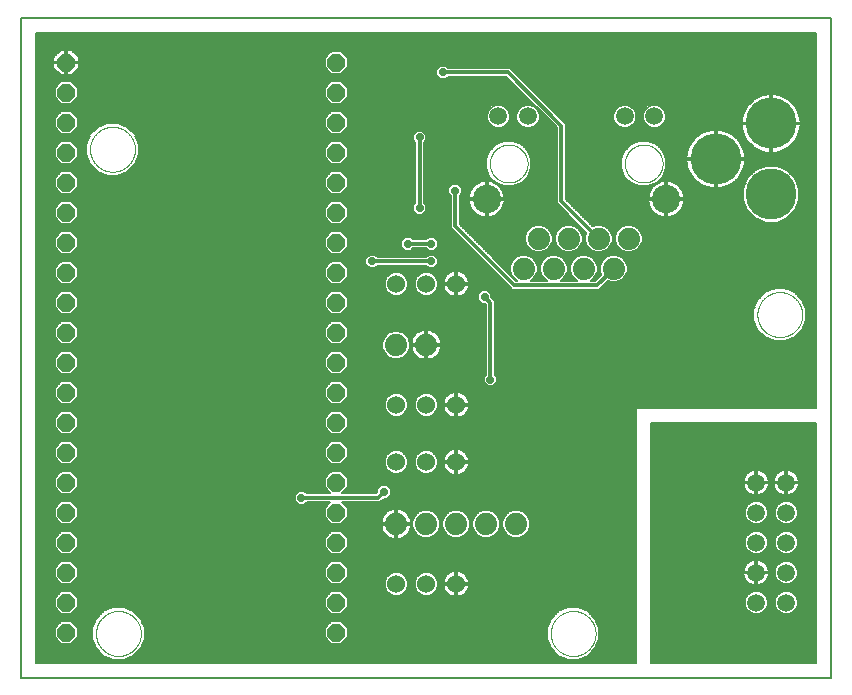
<source format=gbl>
G75*
%MOIN*%
%OFA0B0*%
%FSLAX25Y25*%
%IPPOS*%
%LPD*%
%AMOC8*
5,1,8,0,0,1.08239X$1,22.5*
%
%ADD10C,0.00600*%
%ADD11C,0.00000*%
%ADD12C,0.07400*%
%ADD13C,0.06000*%
%ADD14C,0.09449*%
%ADD15C,0.05937*%
%ADD16C,0.17000*%
%ADD17OC8,0.05937*%
%ADD18C,0.02775*%
%ADD19C,0.01200*%
D10*
X0001300Y0001300D02*
X0001300Y0221300D01*
X0271300Y0221300D01*
X0271300Y0001300D01*
X0001300Y0001300D01*
X0006300Y0006300D02*
X0006300Y0216300D01*
X0266300Y0216300D01*
X0266300Y0091300D01*
X0206300Y0091300D01*
X0206300Y0006300D01*
X0006300Y0006300D01*
X0006300Y0006475D02*
X0206300Y0006475D01*
X0206300Y0007073D02*
X0006300Y0007073D01*
X0006300Y0007672D02*
X0030828Y0007672D01*
X0031955Y0007205D02*
X0035448Y0007205D01*
X0038675Y0008541D01*
X0041145Y0011011D01*
X0042482Y0014239D01*
X0042482Y0017732D01*
X0041145Y0020959D01*
X0038675Y0023429D01*
X0035448Y0024765D01*
X0031955Y0024765D01*
X0028728Y0023429D01*
X0026258Y0020959D01*
X0024921Y0017732D01*
X0024921Y0014239D01*
X0026258Y0011011D01*
X0028728Y0008541D01*
X0031955Y0007205D01*
X0029383Y0008270D02*
X0006300Y0008270D01*
X0006300Y0008869D02*
X0028401Y0008869D01*
X0027802Y0009467D02*
X0006300Y0009467D01*
X0006300Y0010066D02*
X0027204Y0010066D01*
X0026605Y0010664D02*
X0006300Y0010664D01*
X0006300Y0011263D02*
X0026154Y0011263D01*
X0025906Y0011861D02*
X0006300Y0011861D01*
X0006300Y0012460D02*
X0014669Y0012460D01*
X0014698Y0012431D02*
X0017902Y0012431D01*
X0020168Y0014698D01*
X0020168Y0017902D01*
X0017902Y0020168D01*
X0014698Y0020168D01*
X0012431Y0017902D01*
X0012431Y0014698D01*
X0014698Y0012431D01*
X0014071Y0013058D02*
X0006300Y0013058D01*
X0006300Y0013657D02*
X0013472Y0013657D01*
X0012874Y0014255D02*
X0006300Y0014255D01*
X0006300Y0014854D02*
X0012431Y0014854D01*
X0012431Y0015452D02*
X0006300Y0015452D01*
X0006300Y0016051D02*
X0012431Y0016051D01*
X0012431Y0016649D02*
X0006300Y0016649D01*
X0006300Y0017248D02*
X0012431Y0017248D01*
X0012431Y0017846D02*
X0006300Y0017846D01*
X0006300Y0018445D02*
X0012974Y0018445D01*
X0013573Y0019043D02*
X0006300Y0019043D01*
X0006300Y0019642D02*
X0014171Y0019642D01*
X0018429Y0019642D02*
X0025713Y0019642D01*
X0025960Y0020240D02*
X0006300Y0020240D01*
X0006300Y0020839D02*
X0026208Y0020839D01*
X0026737Y0021437D02*
X0006300Y0021437D01*
X0006300Y0022036D02*
X0027335Y0022036D01*
X0027934Y0022634D02*
X0018105Y0022634D01*
X0017902Y0022431D02*
X0020168Y0024698D01*
X0020168Y0027902D01*
X0017902Y0030168D01*
X0014698Y0030168D01*
X0012431Y0027902D01*
X0012431Y0024698D01*
X0014698Y0022431D01*
X0017902Y0022431D01*
X0018704Y0023233D02*
X0028532Y0023233D01*
X0029701Y0023832D02*
X0019302Y0023832D01*
X0019901Y0024430D02*
X0031146Y0024430D01*
X0036258Y0024430D02*
X0102699Y0024430D01*
X0102431Y0024698D02*
X0104698Y0022431D01*
X0107902Y0022431D01*
X0110168Y0024698D01*
X0110168Y0027902D01*
X0107902Y0030168D01*
X0104698Y0030168D01*
X0102431Y0027902D01*
X0102431Y0024698D01*
X0102431Y0025029D02*
X0020168Y0025029D01*
X0020168Y0025627D02*
X0102431Y0025627D01*
X0102431Y0026226D02*
X0020168Y0026226D01*
X0020168Y0026824D02*
X0102431Y0026824D01*
X0102431Y0027423D02*
X0020168Y0027423D01*
X0020050Y0028021D02*
X0102550Y0028021D01*
X0103149Y0028620D02*
X0019451Y0028620D01*
X0018853Y0029218D02*
X0103747Y0029218D01*
X0104346Y0029817D02*
X0018254Y0029817D01*
X0017902Y0032431D02*
X0014698Y0032431D01*
X0012431Y0034698D01*
X0012431Y0037902D01*
X0014698Y0040168D01*
X0017902Y0040168D01*
X0020168Y0037902D01*
X0020168Y0034698D01*
X0017902Y0032431D01*
X0018280Y0032809D02*
X0104320Y0032809D01*
X0104698Y0032431D02*
X0107902Y0032431D01*
X0110168Y0034698D01*
X0110168Y0037902D01*
X0107902Y0040168D01*
X0104698Y0040168D01*
X0102431Y0037902D01*
X0102431Y0034698D01*
X0104698Y0032431D01*
X0103721Y0033408D02*
X0018879Y0033408D01*
X0019477Y0034006D02*
X0103123Y0034006D01*
X0102524Y0034605D02*
X0020076Y0034605D01*
X0020168Y0035203D02*
X0102431Y0035203D01*
X0102431Y0035802D02*
X0020168Y0035802D01*
X0020168Y0036400D02*
X0102431Y0036400D01*
X0102431Y0036999D02*
X0020168Y0036999D01*
X0020168Y0037597D02*
X0102431Y0037597D01*
X0102725Y0038196D02*
X0019875Y0038196D01*
X0019277Y0038794D02*
X0103323Y0038794D01*
X0103922Y0039393D02*
X0018678Y0039393D01*
X0018080Y0039991D02*
X0104520Y0039991D01*
X0104698Y0042431D02*
X0107902Y0042431D01*
X0110168Y0044698D01*
X0110168Y0047902D01*
X0107902Y0050168D01*
X0104698Y0050168D01*
X0102431Y0047902D01*
X0102431Y0044698D01*
X0104698Y0042431D01*
X0104145Y0042984D02*
X0018455Y0042984D01*
X0017902Y0042431D02*
X0014698Y0042431D01*
X0012431Y0044698D01*
X0012431Y0047902D01*
X0014698Y0050168D01*
X0017902Y0050168D01*
X0020168Y0047902D01*
X0020168Y0044698D01*
X0017902Y0042431D01*
X0019053Y0043582D02*
X0103547Y0043582D01*
X0102948Y0044181D02*
X0019652Y0044181D01*
X0020168Y0044779D02*
X0102431Y0044779D01*
X0102431Y0045378D02*
X0020168Y0045378D01*
X0020168Y0045976D02*
X0102431Y0045976D01*
X0102431Y0046575D02*
X0020168Y0046575D01*
X0020168Y0047173D02*
X0102431Y0047173D01*
X0102431Y0047772D02*
X0020168Y0047772D01*
X0019700Y0048370D02*
X0102900Y0048370D01*
X0103498Y0048969D02*
X0019102Y0048969D01*
X0018503Y0049568D02*
X0104097Y0049568D01*
X0104695Y0050166D02*
X0017905Y0050166D01*
X0017902Y0052431D02*
X0014698Y0052431D01*
X0012431Y0054698D01*
X0012431Y0057902D01*
X0014698Y0060168D01*
X0017902Y0060168D01*
X0020168Y0057902D01*
X0020168Y0054698D01*
X0017902Y0052431D01*
X0018031Y0052560D02*
X0104569Y0052560D01*
X0104698Y0052431D02*
X0107902Y0052431D01*
X0110168Y0054698D01*
X0110168Y0057902D01*
X0108310Y0059761D01*
X0120937Y0059761D01*
X0121816Y0060639D01*
X0122118Y0060942D01*
X0123232Y0060942D01*
X0124572Y0062282D01*
X0124572Y0064177D01*
X0123232Y0065517D01*
X0121337Y0065517D01*
X0119997Y0064177D01*
X0119997Y0063063D01*
X0119694Y0062761D01*
X0108231Y0062761D01*
X0110168Y0064698D01*
X0110168Y0067902D01*
X0107902Y0070168D01*
X0104698Y0070168D01*
X0102431Y0067902D01*
X0102431Y0064698D01*
X0104369Y0062761D01*
X0096460Y0062761D01*
X0095673Y0063548D01*
X0093778Y0063548D01*
X0092438Y0062208D01*
X0092438Y0060313D01*
X0093778Y0058973D01*
X0095673Y0058973D01*
X0096460Y0059761D01*
X0104290Y0059761D01*
X0102431Y0057902D01*
X0102431Y0054698D01*
X0104698Y0052431D01*
X0103971Y0053159D02*
X0018629Y0053159D01*
X0019228Y0053757D02*
X0103372Y0053757D01*
X0102774Y0054356D02*
X0019826Y0054356D01*
X0020168Y0054954D02*
X0102431Y0054954D01*
X0102431Y0055553D02*
X0020168Y0055553D01*
X0020168Y0056151D02*
X0102431Y0056151D01*
X0102431Y0056750D02*
X0020168Y0056750D01*
X0020168Y0057348D02*
X0102431Y0057348D01*
X0102476Y0057947D02*
X0020124Y0057947D01*
X0019526Y0058545D02*
X0103074Y0058545D01*
X0103673Y0059144D02*
X0095843Y0059144D01*
X0096442Y0059742D02*
X0104271Y0059742D01*
X0108329Y0059742D02*
X0206300Y0059742D01*
X0206300Y0059144D02*
X0108927Y0059144D01*
X0109526Y0058545D02*
X0206300Y0058545D01*
X0206300Y0057947D02*
X0110124Y0057947D01*
X0110168Y0057348D02*
X0124978Y0057348D01*
X0125129Y0057397D02*
X0124381Y0057154D01*
X0123679Y0056797D01*
X0123043Y0056334D01*
X0122486Y0055778D01*
X0122024Y0055141D01*
X0121666Y0054440D01*
X0121423Y0053691D01*
X0121300Y0052914D01*
X0121300Y0052820D01*
X0126000Y0052820D01*
X0126000Y0052220D01*
X0126600Y0052220D01*
X0126600Y0047520D01*
X0126694Y0047520D01*
X0127471Y0047644D01*
X0128219Y0047887D01*
X0128921Y0048244D01*
X0129557Y0048707D01*
X0130114Y0049263D01*
X0130576Y0049900D01*
X0130934Y0050601D01*
X0131177Y0051350D01*
X0131300Y0052127D01*
X0131300Y0052220D01*
X0126600Y0052220D01*
X0126600Y0052820D01*
X0131300Y0052820D01*
X0131300Y0052914D01*
X0131177Y0053691D01*
X0130934Y0054440D01*
X0130576Y0055141D01*
X0130114Y0055778D01*
X0129557Y0056334D01*
X0128921Y0056797D01*
X0128219Y0057154D01*
X0127471Y0057397D01*
X0126694Y0057520D01*
X0126600Y0057520D01*
X0126600Y0052821D01*
X0126000Y0052821D01*
X0126000Y0057520D01*
X0125906Y0057520D01*
X0125129Y0057397D01*
X0126000Y0057348D02*
X0126600Y0057348D01*
X0126600Y0056750D02*
X0126000Y0056750D01*
X0126000Y0056151D02*
X0126600Y0056151D01*
X0126600Y0055553D02*
X0126000Y0055553D01*
X0126000Y0054954D02*
X0126600Y0054954D01*
X0126600Y0054356D02*
X0126000Y0054356D01*
X0126000Y0053757D02*
X0126600Y0053757D01*
X0126600Y0053159D02*
X0126000Y0053159D01*
X0126000Y0052560D02*
X0108031Y0052560D01*
X0108629Y0053159D02*
X0121339Y0053159D01*
X0121445Y0053757D02*
X0109228Y0053757D01*
X0109826Y0054356D02*
X0121639Y0054356D01*
X0121928Y0054954D02*
X0110168Y0054954D01*
X0110168Y0055553D02*
X0122323Y0055553D01*
X0122860Y0056151D02*
X0110168Y0056151D01*
X0110168Y0056750D02*
X0123614Y0056750D01*
X0127622Y0057348D02*
X0206300Y0057348D01*
X0206300Y0056750D02*
X0168110Y0056750D01*
X0168906Y0056420D02*
X0167215Y0057120D01*
X0165385Y0057120D01*
X0163694Y0056420D01*
X0162400Y0055126D01*
X0161700Y0053435D01*
X0161700Y0051605D01*
X0162400Y0049915D01*
X0163694Y0048621D01*
X0165385Y0047920D01*
X0167215Y0047920D01*
X0168906Y0048621D01*
X0170200Y0049915D01*
X0170900Y0051605D01*
X0170900Y0053435D01*
X0170200Y0055126D01*
X0168906Y0056420D01*
X0169175Y0056151D02*
X0206300Y0056151D01*
X0206300Y0055553D02*
X0169773Y0055553D01*
X0170271Y0054954D02*
X0206300Y0054954D01*
X0206300Y0054356D02*
X0170519Y0054356D01*
X0170767Y0053757D02*
X0206300Y0053757D01*
X0206300Y0053159D02*
X0170900Y0053159D01*
X0170900Y0052560D02*
X0206300Y0052560D01*
X0206300Y0051962D02*
X0170900Y0051962D01*
X0170800Y0051363D02*
X0206300Y0051363D01*
X0206300Y0050765D02*
X0170552Y0050765D01*
X0170304Y0050166D02*
X0206300Y0050166D01*
X0206300Y0049568D02*
X0169852Y0049568D01*
X0169254Y0048969D02*
X0206300Y0048969D01*
X0206300Y0048370D02*
X0168301Y0048370D01*
X0164299Y0048370D02*
X0158301Y0048370D01*
X0158906Y0048621D02*
X0160200Y0049915D01*
X0160900Y0051605D01*
X0160900Y0053435D01*
X0160200Y0055126D01*
X0158906Y0056420D01*
X0157215Y0057120D01*
X0155385Y0057120D01*
X0153694Y0056420D01*
X0152400Y0055126D01*
X0151700Y0053435D01*
X0151700Y0051605D01*
X0152400Y0049915D01*
X0153694Y0048621D01*
X0155385Y0047920D01*
X0157215Y0047920D01*
X0158906Y0048621D01*
X0159254Y0048969D02*
X0163346Y0048969D01*
X0162748Y0049568D02*
X0159852Y0049568D01*
X0160304Y0050166D02*
X0162296Y0050166D01*
X0162048Y0050765D02*
X0160552Y0050765D01*
X0160800Y0051363D02*
X0161800Y0051363D01*
X0161700Y0051962D02*
X0160900Y0051962D01*
X0160900Y0052560D02*
X0161700Y0052560D01*
X0161700Y0053159D02*
X0160900Y0053159D01*
X0160767Y0053757D02*
X0161833Y0053757D01*
X0162081Y0054356D02*
X0160519Y0054356D01*
X0160271Y0054954D02*
X0162329Y0054954D01*
X0162827Y0055553D02*
X0159773Y0055553D01*
X0159175Y0056151D02*
X0163425Y0056151D01*
X0164490Y0056750D02*
X0158110Y0056750D01*
X0154490Y0056750D02*
X0148110Y0056750D01*
X0148906Y0056420D02*
X0147215Y0057120D01*
X0145385Y0057120D01*
X0143694Y0056420D01*
X0142400Y0055126D01*
X0141700Y0053435D01*
X0141700Y0051605D01*
X0142400Y0049915D01*
X0143694Y0048621D01*
X0145385Y0047920D01*
X0147215Y0047920D01*
X0148906Y0048621D01*
X0150200Y0049915D01*
X0150900Y0051605D01*
X0150900Y0053435D01*
X0150200Y0055126D01*
X0148906Y0056420D01*
X0149175Y0056151D02*
X0153425Y0056151D01*
X0152827Y0055553D02*
X0149773Y0055553D01*
X0150271Y0054954D02*
X0152329Y0054954D01*
X0152081Y0054356D02*
X0150519Y0054356D01*
X0150767Y0053757D02*
X0151833Y0053757D01*
X0151700Y0053159D02*
X0150900Y0053159D01*
X0150900Y0052560D02*
X0151700Y0052560D01*
X0151700Y0051962D02*
X0150900Y0051962D01*
X0150800Y0051363D02*
X0151800Y0051363D01*
X0152048Y0050765D02*
X0150552Y0050765D01*
X0150304Y0050166D02*
X0152296Y0050166D01*
X0152748Y0049568D02*
X0149852Y0049568D01*
X0149254Y0048969D02*
X0153346Y0048969D01*
X0154299Y0048370D02*
X0148301Y0048370D01*
X0144299Y0048370D02*
X0138301Y0048370D01*
X0138906Y0048621D02*
X0140200Y0049915D01*
X0140900Y0051605D01*
X0140900Y0053435D01*
X0140200Y0055126D01*
X0138906Y0056420D01*
X0137215Y0057120D01*
X0135385Y0057120D01*
X0133694Y0056420D01*
X0132400Y0055126D01*
X0131700Y0053435D01*
X0131700Y0051605D01*
X0132400Y0049915D01*
X0133694Y0048621D01*
X0135385Y0047920D01*
X0137215Y0047920D01*
X0138906Y0048621D01*
X0139254Y0048969D02*
X0143346Y0048969D01*
X0142748Y0049568D02*
X0139852Y0049568D01*
X0140304Y0050166D02*
X0142296Y0050166D01*
X0142048Y0050765D02*
X0140552Y0050765D01*
X0140800Y0051363D02*
X0141800Y0051363D01*
X0141700Y0051962D02*
X0140900Y0051962D01*
X0140900Y0052560D02*
X0141700Y0052560D01*
X0141700Y0053159D02*
X0140900Y0053159D01*
X0140767Y0053757D02*
X0141833Y0053757D01*
X0142081Y0054356D02*
X0140519Y0054356D01*
X0140271Y0054954D02*
X0142329Y0054954D01*
X0142827Y0055553D02*
X0139773Y0055553D01*
X0139175Y0056151D02*
X0143425Y0056151D01*
X0144490Y0056750D02*
X0138110Y0056750D01*
X0134490Y0056750D02*
X0128986Y0056750D01*
X0129740Y0056151D02*
X0133425Y0056151D01*
X0132827Y0055553D02*
X0130277Y0055553D01*
X0130672Y0054954D02*
X0132329Y0054954D01*
X0132081Y0054356D02*
X0130961Y0054356D01*
X0131155Y0053757D02*
X0131833Y0053757D01*
X0131700Y0053159D02*
X0131261Y0053159D01*
X0131700Y0052560D02*
X0126600Y0052560D01*
X0126600Y0051962D02*
X0126000Y0051962D01*
X0126000Y0052220D02*
X0126000Y0047520D01*
X0125906Y0047520D01*
X0125129Y0047644D01*
X0124381Y0047887D01*
X0123679Y0048244D01*
X0123043Y0048707D01*
X0122486Y0049263D01*
X0122024Y0049900D01*
X0121666Y0050601D01*
X0121423Y0051350D01*
X0121300Y0052127D01*
X0121300Y0052220D01*
X0126000Y0052220D01*
X0126000Y0051363D02*
X0126600Y0051363D01*
X0126600Y0050765D02*
X0126000Y0050765D01*
X0126000Y0050166D02*
X0126600Y0050166D01*
X0126600Y0049568D02*
X0126000Y0049568D01*
X0126000Y0048969D02*
X0126600Y0048969D01*
X0126600Y0048370D02*
X0126000Y0048370D01*
X0126000Y0047772D02*
X0126600Y0047772D01*
X0127866Y0047772D02*
X0206300Y0047772D01*
X0206300Y0047173D02*
X0110168Y0047173D01*
X0110168Y0046575D02*
X0206300Y0046575D01*
X0206300Y0045976D02*
X0110168Y0045976D01*
X0110168Y0045378D02*
X0206300Y0045378D01*
X0206300Y0044779D02*
X0110168Y0044779D01*
X0109652Y0044181D02*
X0206300Y0044181D01*
X0206300Y0043582D02*
X0109053Y0043582D01*
X0108455Y0042984D02*
X0206300Y0042984D01*
X0206300Y0042385D02*
X0006300Y0042385D01*
X0006300Y0041787D02*
X0206300Y0041787D01*
X0206300Y0041188D02*
X0006300Y0041188D01*
X0006300Y0040590D02*
X0206300Y0040590D01*
X0206300Y0039991D02*
X0108080Y0039991D01*
X0108678Y0039393D02*
X0206300Y0039393D01*
X0206300Y0038794D02*
X0109277Y0038794D01*
X0109875Y0038196D02*
X0206300Y0038196D01*
X0206300Y0037597D02*
X0110168Y0037597D01*
X0110168Y0036999D02*
X0206300Y0036999D01*
X0206300Y0036400D02*
X0148157Y0036400D01*
X0147951Y0036505D02*
X0147307Y0036715D01*
X0146638Y0036820D01*
X0146600Y0036820D01*
X0146600Y0032821D01*
X0146000Y0032821D01*
X0146000Y0036820D01*
X0145962Y0036820D01*
X0145293Y0036715D01*
X0144649Y0036505D01*
X0144046Y0036198D01*
X0143499Y0035800D01*
X0143020Y0035322D01*
X0142622Y0034774D01*
X0142315Y0034171D01*
X0142106Y0033527D01*
X0142000Y0032859D01*
X0142000Y0032820D01*
X0146000Y0032820D01*
X0146000Y0032220D01*
X0146600Y0032220D01*
X0146600Y0028220D01*
X0146638Y0028220D01*
X0147307Y0028326D01*
X0147951Y0028536D01*
X0148554Y0028843D01*
X0149101Y0029241D01*
X0149580Y0029719D01*
X0149978Y0030267D01*
X0150285Y0030870D01*
X0150494Y0031514D01*
X0150600Y0032182D01*
X0150600Y0032220D01*
X0146600Y0032220D01*
X0146600Y0032820D01*
X0150600Y0032820D01*
X0150600Y0032859D01*
X0150494Y0033527D01*
X0150285Y0034171D01*
X0149978Y0034774D01*
X0149580Y0035322D01*
X0149101Y0035800D01*
X0148554Y0036198D01*
X0147951Y0036505D01*
X0149099Y0035802D02*
X0206300Y0035802D01*
X0206300Y0035203D02*
X0149666Y0035203D01*
X0150064Y0034605D02*
X0206300Y0034605D01*
X0206300Y0034006D02*
X0150339Y0034006D01*
X0150513Y0033408D02*
X0206300Y0033408D01*
X0206300Y0032809D02*
X0146600Y0032809D01*
X0146600Y0032211D02*
X0146000Y0032211D01*
X0146000Y0032220D02*
X0146000Y0028220D01*
X0145962Y0028220D01*
X0145293Y0028326D01*
X0144649Y0028536D01*
X0144046Y0028843D01*
X0143499Y0029241D01*
X0143020Y0029719D01*
X0142622Y0030267D01*
X0142315Y0030870D01*
X0142106Y0031514D01*
X0142000Y0032182D01*
X0142000Y0032220D01*
X0146000Y0032220D01*
X0146000Y0032809D02*
X0140200Y0032809D01*
X0140200Y0033296D02*
X0139606Y0034730D01*
X0138509Y0035827D01*
X0137076Y0036420D01*
X0135524Y0036420D01*
X0134091Y0035827D01*
X0132994Y0034730D01*
X0132400Y0033296D01*
X0132400Y0031745D01*
X0132994Y0030311D01*
X0134091Y0029214D01*
X0135524Y0028620D01*
X0137076Y0028620D01*
X0138509Y0029214D01*
X0139606Y0030311D01*
X0140200Y0031745D01*
X0140200Y0033296D01*
X0140154Y0033408D02*
X0142087Y0033408D01*
X0142261Y0034006D02*
X0139906Y0034006D01*
X0139658Y0034605D02*
X0142536Y0034605D01*
X0142934Y0035203D02*
X0139133Y0035203D01*
X0138534Y0035802D02*
X0143501Y0035802D01*
X0144443Y0036400D02*
X0137125Y0036400D01*
X0135475Y0036400D02*
X0127125Y0036400D01*
X0127076Y0036420D02*
X0125524Y0036420D01*
X0124091Y0035827D01*
X0122994Y0034730D01*
X0122400Y0033296D01*
X0122400Y0031745D01*
X0122994Y0030311D01*
X0124091Y0029214D01*
X0125524Y0028620D01*
X0127076Y0028620D01*
X0128509Y0029214D01*
X0129606Y0030311D01*
X0130200Y0031745D01*
X0130200Y0033296D01*
X0129606Y0034730D01*
X0128509Y0035827D01*
X0127076Y0036420D01*
X0128534Y0035802D02*
X0134066Y0035802D01*
X0133467Y0035203D02*
X0129133Y0035203D01*
X0129658Y0034605D02*
X0132942Y0034605D01*
X0132694Y0034006D02*
X0129906Y0034006D01*
X0130154Y0033408D02*
X0132446Y0033408D01*
X0132400Y0032809D02*
X0130200Y0032809D01*
X0130200Y0032211D02*
X0132400Y0032211D01*
X0132455Y0031612D02*
X0130145Y0031612D01*
X0129897Y0031014D02*
X0132703Y0031014D01*
X0132951Y0030415D02*
X0129649Y0030415D01*
X0129112Y0029817D02*
X0133488Y0029817D01*
X0134087Y0029218D02*
X0128513Y0029218D01*
X0124087Y0029218D02*
X0108853Y0029218D01*
X0109451Y0028620D02*
X0144484Y0028620D01*
X0143530Y0029218D02*
X0138513Y0029218D01*
X0139112Y0029817D02*
X0142949Y0029817D01*
X0142547Y0030415D02*
X0139649Y0030415D01*
X0139897Y0031014D02*
X0142268Y0031014D01*
X0142090Y0031612D02*
X0140145Y0031612D01*
X0140200Y0032211D02*
X0142000Y0032211D01*
X0146000Y0031612D02*
X0146600Y0031612D01*
X0146600Y0031014D02*
X0146000Y0031014D01*
X0146000Y0030415D02*
X0146600Y0030415D01*
X0146600Y0029817D02*
X0146000Y0029817D01*
X0146000Y0029218D02*
X0146600Y0029218D01*
X0146600Y0028620D02*
X0146000Y0028620D01*
X0148116Y0028620D02*
X0206300Y0028620D01*
X0206300Y0029218D02*
X0149070Y0029218D01*
X0149651Y0029817D02*
X0206300Y0029817D01*
X0206300Y0030415D02*
X0150053Y0030415D01*
X0150332Y0031014D02*
X0206300Y0031014D01*
X0206300Y0031612D02*
X0150510Y0031612D01*
X0150600Y0032211D02*
X0206300Y0032211D01*
X0206300Y0028021D02*
X0110050Y0028021D01*
X0110168Y0027423D02*
X0206300Y0027423D01*
X0206300Y0026824D02*
X0110168Y0026824D01*
X0110168Y0026226D02*
X0206300Y0026226D01*
X0206300Y0025627D02*
X0110168Y0025627D01*
X0110168Y0025029D02*
X0206300Y0025029D01*
X0206300Y0024430D02*
X0187832Y0024430D01*
X0187023Y0024765D02*
X0183530Y0024765D01*
X0180303Y0023429D01*
X0177833Y0020959D01*
X0176496Y0017732D01*
X0176496Y0014239D01*
X0177833Y0011011D01*
X0180303Y0008541D01*
X0183530Y0007205D01*
X0187023Y0007205D01*
X0190250Y0008541D01*
X0192720Y0011011D01*
X0194057Y0014239D01*
X0194057Y0017732D01*
X0192720Y0020959D01*
X0190250Y0023429D01*
X0187023Y0024765D01*
X0189277Y0023832D02*
X0206300Y0023832D01*
X0206300Y0023233D02*
X0190446Y0023233D01*
X0191044Y0022634D02*
X0206300Y0022634D01*
X0206300Y0022036D02*
X0191643Y0022036D01*
X0192241Y0021437D02*
X0206300Y0021437D01*
X0206300Y0020839D02*
X0192770Y0020839D01*
X0193017Y0020240D02*
X0206300Y0020240D01*
X0206300Y0019642D02*
X0193265Y0019642D01*
X0193513Y0019043D02*
X0206300Y0019043D01*
X0206300Y0018445D02*
X0193761Y0018445D01*
X0194009Y0017846D02*
X0206300Y0017846D01*
X0206300Y0017248D02*
X0194057Y0017248D01*
X0194057Y0016649D02*
X0206300Y0016649D01*
X0206300Y0016051D02*
X0194057Y0016051D01*
X0194057Y0015452D02*
X0206300Y0015452D01*
X0206300Y0014854D02*
X0194057Y0014854D01*
X0194057Y0014255D02*
X0206300Y0014255D01*
X0206300Y0013657D02*
X0193816Y0013657D01*
X0193568Y0013058D02*
X0206300Y0013058D01*
X0206300Y0012460D02*
X0193320Y0012460D01*
X0193072Y0011861D02*
X0206300Y0011861D01*
X0206300Y0011263D02*
X0192824Y0011263D01*
X0192373Y0010664D02*
X0206300Y0010664D01*
X0206300Y0010066D02*
X0191774Y0010066D01*
X0191176Y0009467D02*
X0206300Y0009467D01*
X0206300Y0008869D02*
X0190577Y0008869D01*
X0189595Y0008270D02*
X0206300Y0008270D01*
X0206300Y0007672D02*
X0188150Y0007672D01*
X0182402Y0007672D02*
X0036575Y0007672D01*
X0038020Y0008270D02*
X0180958Y0008270D01*
X0179975Y0008869D02*
X0039003Y0008869D01*
X0039601Y0009467D02*
X0179377Y0009467D01*
X0178778Y0010066D02*
X0040200Y0010066D01*
X0040798Y0010664D02*
X0178180Y0010664D01*
X0177729Y0011263D02*
X0041249Y0011263D01*
X0041497Y0011861D02*
X0177481Y0011861D01*
X0177233Y0012460D02*
X0107931Y0012460D01*
X0107902Y0012431D02*
X0110168Y0014698D01*
X0110168Y0017902D01*
X0107902Y0020168D01*
X0104698Y0020168D01*
X0102431Y0017902D01*
X0102431Y0014698D01*
X0104698Y0012431D01*
X0107902Y0012431D01*
X0108529Y0013058D02*
X0176985Y0013058D01*
X0176737Y0013657D02*
X0109128Y0013657D01*
X0109726Y0014255D02*
X0176496Y0014255D01*
X0176496Y0014854D02*
X0110168Y0014854D01*
X0110168Y0015452D02*
X0176496Y0015452D01*
X0176496Y0016051D02*
X0110168Y0016051D01*
X0110168Y0016649D02*
X0176496Y0016649D01*
X0176496Y0017248D02*
X0110168Y0017248D01*
X0110168Y0017846D02*
X0176544Y0017846D01*
X0176792Y0018445D02*
X0109626Y0018445D01*
X0109027Y0019043D02*
X0177039Y0019043D01*
X0177287Y0019642D02*
X0108429Y0019642D01*
X0104171Y0019642D02*
X0041691Y0019642D01*
X0041938Y0019043D02*
X0103573Y0019043D01*
X0102974Y0018445D02*
X0042186Y0018445D01*
X0042434Y0017846D02*
X0102431Y0017846D01*
X0102431Y0017248D02*
X0042482Y0017248D01*
X0042482Y0016649D02*
X0102431Y0016649D01*
X0102431Y0016051D02*
X0042482Y0016051D01*
X0042482Y0015452D02*
X0102431Y0015452D01*
X0102431Y0014854D02*
X0042482Y0014854D01*
X0042482Y0014255D02*
X0102874Y0014255D01*
X0103472Y0013657D02*
X0042241Y0013657D01*
X0041993Y0013058D02*
X0104071Y0013058D01*
X0104669Y0012460D02*
X0041745Y0012460D01*
X0041443Y0020240D02*
X0177535Y0020240D01*
X0177783Y0020839D02*
X0041195Y0020839D01*
X0040666Y0021437D02*
X0178312Y0021437D01*
X0178910Y0022036D02*
X0040068Y0022036D01*
X0039469Y0022634D02*
X0104495Y0022634D01*
X0103896Y0023233D02*
X0038871Y0023233D01*
X0037703Y0023832D02*
X0103298Y0023832D01*
X0108105Y0022634D02*
X0179509Y0022634D01*
X0180107Y0023233D02*
X0108704Y0023233D01*
X0109302Y0023832D02*
X0181275Y0023832D01*
X0182720Y0024430D02*
X0109901Y0024430D01*
X0108254Y0029817D02*
X0123488Y0029817D01*
X0122951Y0030415D02*
X0006300Y0030415D01*
X0006300Y0029817D02*
X0014346Y0029817D01*
X0013747Y0029218D02*
X0006300Y0029218D01*
X0006300Y0028620D02*
X0013149Y0028620D01*
X0012550Y0028021D02*
X0006300Y0028021D01*
X0006300Y0027423D02*
X0012431Y0027423D01*
X0012431Y0026824D02*
X0006300Y0026824D01*
X0006300Y0026226D02*
X0012431Y0026226D01*
X0012431Y0025627D02*
X0006300Y0025627D01*
X0006300Y0025029D02*
X0012431Y0025029D01*
X0012699Y0024430D02*
X0006300Y0024430D01*
X0006300Y0023832D02*
X0013298Y0023832D01*
X0013896Y0023233D02*
X0006300Y0023233D01*
X0006300Y0022634D02*
X0014495Y0022634D01*
X0019027Y0019043D02*
X0025465Y0019043D01*
X0025217Y0018445D02*
X0019626Y0018445D01*
X0020168Y0017846D02*
X0024969Y0017846D01*
X0024921Y0017248D02*
X0020168Y0017248D01*
X0020168Y0016649D02*
X0024921Y0016649D01*
X0024921Y0016051D02*
X0020168Y0016051D01*
X0020168Y0015452D02*
X0024921Y0015452D01*
X0024921Y0014854D02*
X0020168Y0014854D01*
X0019726Y0014255D02*
X0024921Y0014255D01*
X0025162Y0013657D02*
X0019128Y0013657D01*
X0018529Y0013058D02*
X0025410Y0013058D01*
X0025658Y0012460D02*
X0017931Y0012460D01*
X0006300Y0031014D02*
X0122703Y0031014D01*
X0122455Y0031612D02*
X0006300Y0031612D01*
X0006300Y0032211D02*
X0122400Y0032211D01*
X0122400Y0032809D02*
X0108280Y0032809D01*
X0108879Y0033408D02*
X0122446Y0033408D01*
X0122694Y0034006D02*
X0109477Y0034006D01*
X0110076Y0034605D02*
X0122942Y0034605D01*
X0123467Y0035203D02*
X0110168Y0035203D01*
X0110168Y0035802D02*
X0124066Y0035802D01*
X0125475Y0036400D02*
X0110168Y0036400D01*
X0110168Y0047772D02*
X0124734Y0047772D01*
X0123505Y0048370D02*
X0109700Y0048370D01*
X0109102Y0048969D02*
X0122780Y0048969D01*
X0122265Y0049568D02*
X0108503Y0049568D01*
X0107905Y0050166D02*
X0121888Y0050166D01*
X0121613Y0050765D02*
X0006300Y0050765D01*
X0006300Y0051363D02*
X0121421Y0051363D01*
X0121326Y0051962D02*
X0006300Y0051962D01*
X0006300Y0052560D02*
X0014569Y0052560D01*
X0013971Y0053159D02*
X0006300Y0053159D01*
X0006300Y0053757D02*
X0013372Y0053757D01*
X0012774Y0054356D02*
X0006300Y0054356D01*
X0006300Y0054954D02*
X0012431Y0054954D01*
X0012431Y0055553D02*
X0006300Y0055553D01*
X0006300Y0056151D02*
X0012431Y0056151D01*
X0012431Y0056750D02*
X0006300Y0056750D01*
X0006300Y0057348D02*
X0012431Y0057348D01*
X0012476Y0057947D02*
X0006300Y0057947D01*
X0006300Y0058545D02*
X0013074Y0058545D01*
X0013673Y0059144D02*
X0006300Y0059144D01*
X0006300Y0059742D02*
X0014271Y0059742D01*
X0014698Y0062431D02*
X0017902Y0062431D01*
X0020168Y0064698D01*
X0020168Y0067902D01*
X0017902Y0070168D01*
X0014698Y0070168D01*
X0012431Y0067902D01*
X0012431Y0064698D01*
X0014698Y0062431D01*
X0014394Y0062735D02*
X0006300Y0062735D01*
X0006300Y0063333D02*
X0013796Y0063333D01*
X0013197Y0063932D02*
X0006300Y0063932D01*
X0006300Y0064530D02*
X0012599Y0064530D01*
X0012431Y0065129D02*
X0006300Y0065129D01*
X0006300Y0065727D02*
X0012431Y0065727D01*
X0012431Y0066326D02*
X0006300Y0066326D01*
X0006300Y0066924D02*
X0012431Y0066924D01*
X0012431Y0067523D02*
X0006300Y0067523D01*
X0006300Y0068121D02*
X0012650Y0068121D01*
X0013249Y0068720D02*
X0006300Y0068720D01*
X0006300Y0069318D02*
X0013848Y0069318D01*
X0014446Y0069917D02*
X0006300Y0069917D01*
X0006300Y0070515D02*
X0123420Y0070515D01*
X0122994Y0070941D02*
X0124091Y0069844D01*
X0125524Y0069250D01*
X0127076Y0069250D01*
X0128509Y0069844D01*
X0129606Y0070941D01*
X0130200Y0072375D01*
X0130200Y0073926D01*
X0129606Y0075360D01*
X0128509Y0076457D01*
X0127076Y0077050D01*
X0125524Y0077050D01*
X0124091Y0076457D01*
X0122994Y0075360D01*
X0122400Y0073926D01*
X0122400Y0072375D01*
X0122994Y0070941D01*
X0122922Y0071114D02*
X0006300Y0071114D01*
X0006300Y0071712D02*
X0122674Y0071712D01*
X0122426Y0072311D02*
X0006300Y0072311D01*
X0006300Y0072909D02*
X0014220Y0072909D01*
X0014698Y0072431D02*
X0017902Y0072431D01*
X0020168Y0074698D01*
X0020168Y0077902D01*
X0017902Y0080168D01*
X0014698Y0080168D01*
X0012431Y0077902D01*
X0012431Y0074698D01*
X0014698Y0072431D01*
X0013621Y0073508D02*
X0006300Y0073508D01*
X0006300Y0074106D02*
X0013023Y0074106D01*
X0012431Y0074705D02*
X0006300Y0074705D01*
X0006300Y0075303D02*
X0012431Y0075303D01*
X0012431Y0075902D02*
X0006300Y0075902D01*
X0006300Y0076501D02*
X0012431Y0076501D01*
X0012431Y0077099D02*
X0006300Y0077099D01*
X0006300Y0077698D02*
X0012431Y0077698D01*
X0012825Y0078296D02*
X0006300Y0078296D01*
X0006300Y0078895D02*
X0013424Y0078895D01*
X0014022Y0079493D02*
X0006300Y0079493D01*
X0006300Y0080092D02*
X0014621Y0080092D01*
X0014698Y0082431D02*
X0017902Y0082431D01*
X0020168Y0084698D01*
X0020168Y0087902D01*
X0017902Y0090168D01*
X0014698Y0090168D01*
X0012431Y0087902D01*
X0012431Y0084698D01*
X0014698Y0082431D01*
X0014643Y0082486D02*
X0006300Y0082486D01*
X0006300Y0083084D02*
X0014045Y0083084D01*
X0013446Y0083683D02*
X0006300Y0083683D01*
X0006300Y0084281D02*
X0012848Y0084281D01*
X0012431Y0084880D02*
X0006300Y0084880D01*
X0006300Y0085478D02*
X0012431Y0085478D01*
X0012431Y0086077D02*
X0006300Y0086077D01*
X0006300Y0086675D02*
X0012431Y0086675D01*
X0012431Y0087274D02*
X0006300Y0087274D01*
X0006300Y0087872D02*
X0012431Y0087872D01*
X0013000Y0088471D02*
X0006300Y0088471D01*
X0006300Y0089069D02*
X0013598Y0089069D01*
X0014197Y0089668D02*
X0006300Y0089668D01*
X0006300Y0090266D02*
X0122882Y0090266D01*
X0122994Y0089996D02*
X0124091Y0088899D01*
X0125524Y0088306D01*
X0127076Y0088306D01*
X0128509Y0088899D01*
X0129606Y0089996D01*
X0130200Y0091430D01*
X0130200Y0092981D01*
X0129606Y0094415D01*
X0128509Y0095512D01*
X0127076Y0096105D01*
X0125524Y0096105D01*
X0124091Y0095512D01*
X0122994Y0094415D01*
X0122400Y0092981D01*
X0122400Y0091430D01*
X0122994Y0089996D01*
X0123322Y0089668D02*
X0108403Y0089668D01*
X0107902Y0090168D02*
X0104698Y0090168D01*
X0102431Y0087902D01*
X0102431Y0084698D01*
X0104698Y0082431D01*
X0107902Y0082431D01*
X0110168Y0084698D01*
X0110168Y0087902D01*
X0107902Y0090168D01*
X0109002Y0089069D02*
X0123921Y0089069D01*
X0125125Y0088471D02*
X0109600Y0088471D01*
X0110168Y0087872D02*
X0206300Y0087872D01*
X0206300Y0087274D02*
X0110168Y0087274D01*
X0110168Y0086675D02*
X0206300Y0086675D01*
X0206300Y0086077D02*
X0110168Y0086077D01*
X0110168Y0085478D02*
X0206300Y0085478D01*
X0206300Y0084880D02*
X0110168Y0084880D01*
X0109752Y0084281D02*
X0206300Y0084281D01*
X0206300Y0083683D02*
X0109154Y0083683D01*
X0108555Y0083084D02*
X0206300Y0083084D01*
X0206300Y0082486D02*
X0107957Y0082486D01*
X0107902Y0080168D02*
X0104698Y0080168D01*
X0102431Y0077902D01*
X0102431Y0074698D01*
X0104698Y0072431D01*
X0107902Y0072431D01*
X0110168Y0074698D01*
X0110168Y0077902D01*
X0107902Y0080168D01*
X0107979Y0080092D02*
X0206300Y0080092D01*
X0206300Y0080690D02*
X0006300Y0080690D01*
X0006300Y0081289D02*
X0206300Y0081289D01*
X0206300Y0081887D02*
X0006300Y0081887D01*
X0006300Y0090865D02*
X0122634Y0090865D01*
X0122400Y0091463D02*
X0006300Y0091463D01*
X0006300Y0092062D02*
X0122400Y0092062D01*
X0122400Y0092660D02*
X0108131Y0092660D01*
X0107902Y0092431D02*
X0110168Y0094698D01*
X0110168Y0097902D01*
X0107902Y0100168D01*
X0104698Y0100168D01*
X0102431Y0097902D01*
X0102431Y0094698D01*
X0104698Y0092431D01*
X0107902Y0092431D01*
X0108730Y0093259D02*
X0122515Y0093259D01*
X0122763Y0093857D02*
X0109328Y0093857D01*
X0109927Y0094456D02*
X0123035Y0094456D01*
X0123633Y0095054D02*
X0110168Y0095054D01*
X0110168Y0095653D02*
X0124432Y0095653D01*
X0128168Y0095653D02*
X0134432Y0095653D01*
X0134091Y0095512D02*
X0132994Y0094415D01*
X0132400Y0092981D01*
X0132400Y0091430D01*
X0132994Y0089996D01*
X0134091Y0088899D01*
X0135524Y0088306D01*
X0137076Y0088306D01*
X0138509Y0088899D01*
X0139606Y0089996D01*
X0140200Y0091430D01*
X0140200Y0092981D01*
X0139606Y0094415D01*
X0138509Y0095512D01*
X0137076Y0096105D01*
X0135524Y0096105D01*
X0134091Y0095512D01*
X0133633Y0095054D02*
X0128967Y0095054D01*
X0129565Y0094456D02*
X0133035Y0094456D01*
X0132763Y0093857D02*
X0129837Y0093857D01*
X0130085Y0093259D02*
X0132515Y0093259D01*
X0132400Y0092660D02*
X0130200Y0092660D01*
X0130200Y0092062D02*
X0132400Y0092062D01*
X0132400Y0091463D02*
X0130200Y0091463D01*
X0129966Y0090865D02*
X0132634Y0090865D01*
X0132882Y0090266D02*
X0129718Y0090266D01*
X0129278Y0089668D02*
X0133322Y0089668D01*
X0133921Y0089069D02*
X0128679Y0089069D01*
X0127475Y0088471D02*
X0135125Y0088471D01*
X0137475Y0088471D02*
X0144158Y0088471D01*
X0144046Y0088528D02*
X0144649Y0088221D01*
X0145293Y0088011D01*
X0145962Y0087906D01*
X0146000Y0087905D01*
X0146000Y0091905D01*
X0146600Y0091905D01*
X0146600Y0087905D01*
X0146638Y0087906D01*
X0147307Y0088011D01*
X0147951Y0088221D01*
X0148554Y0088528D01*
X0149101Y0088926D01*
X0149580Y0089404D01*
X0149978Y0089952D01*
X0150285Y0090555D01*
X0150494Y0091199D01*
X0150600Y0091867D01*
X0150600Y0091906D01*
X0146600Y0091906D01*
X0146600Y0092505D01*
X0150600Y0092505D01*
X0150600Y0092544D01*
X0150494Y0093212D01*
X0150285Y0093856D01*
X0149978Y0094459D01*
X0149580Y0095007D01*
X0149101Y0095485D01*
X0148554Y0095883D01*
X0147951Y0096190D01*
X0147307Y0096400D01*
X0146638Y0096505D01*
X0146600Y0096505D01*
X0146600Y0092506D01*
X0146000Y0092506D01*
X0146000Y0096505D01*
X0145962Y0096505D01*
X0145293Y0096400D01*
X0144649Y0096190D01*
X0144046Y0095883D01*
X0143499Y0095485D01*
X0143020Y0095007D01*
X0142622Y0094459D01*
X0142315Y0093856D01*
X0142106Y0093212D01*
X0142000Y0092544D01*
X0142000Y0092505D01*
X0146000Y0092505D01*
X0146000Y0091906D01*
X0142000Y0091906D01*
X0142000Y0091867D01*
X0142106Y0091199D01*
X0142315Y0090555D01*
X0142622Y0089952D01*
X0143020Y0089404D01*
X0143499Y0088926D01*
X0144046Y0088528D01*
X0143355Y0089069D02*
X0138679Y0089069D01*
X0139278Y0089668D02*
X0142829Y0089668D01*
X0142462Y0090266D02*
X0139718Y0090266D01*
X0139966Y0090865D02*
X0142214Y0090865D01*
X0142064Y0091463D02*
X0140200Y0091463D01*
X0140200Y0092062D02*
X0146000Y0092062D01*
X0146000Y0092660D02*
X0146600Y0092660D01*
X0146600Y0092062D02*
X0266300Y0092062D01*
X0266300Y0092660D02*
X0150582Y0092660D01*
X0150479Y0093259D02*
X0266300Y0093259D01*
X0266300Y0093857D02*
X0150284Y0093857D01*
X0149979Y0094456D02*
X0266300Y0094456D01*
X0266300Y0095054D02*
X0149532Y0095054D01*
X0148871Y0095653D02*
X0266300Y0095653D01*
X0266300Y0096251D02*
X0147763Y0096251D01*
X0146600Y0096251D02*
X0146000Y0096251D01*
X0146000Y0095653D02*
X0146600Y0095653D01*
X0146600Y0095054D02*
X0146000Y0095054D01*
X0146000Y0094456D02*
X0146600Y0094456D01*
X0146600Y0093857D02*
X0146000Y0093857D01*
X0146000Y0093259D02*
X0146600Y0093259D01*
X0146600Y0091463D02*
X0146000Y0091463D01*
X0146000Y0090865D02*
X0146600Y0090865D01*
X0146600Y0090266D02*
X0146000Y0090266D01*
X0146000Y0089668D02*
X0146600Y0089668D01*
X0146600Y0089069D02*
X0146000Y0089069D01*
X0146000Y0088471D02*
X0146600Y0088471D01*
X0148442Y0088471D02*
X0206300Y0088471D01*
X0206300Y0089069D02*
X0149245Y0089069D01*
X0149771Y0089668D02*
X0206300Y0089668D01*
X0206300Y0090266D02*
X0150138Y0090266D01*
X0150386Y0090865D02*
X0206300Y0090865D01*
X0211300Y0086300D02*
X0266300Y0086300D01*
X0266300Y0006300D01*
X0211300Y0006300D01*
X0211300Y0086300D01*
X0211300Y0086077D02*
X0266300Y0086077D01*
X0266300Y0085478D02*
X0211300Y0085478D01*
X0211300Y0084880D02*
X0266300Y0084880D01*
X0266300Y0084281D02*
X0211300Y0084281D01*
X0211300Y0083683D02*
X0266300Y0083683D01*
X0266300Y0083084D02*
X0211300Y0083084D01*
X0211300Y0082486D02*
X0266300Y0082486D01*
X0266300Y0081887D02*
X0211300Y0081887D01*
X0211300Y0081289D02*
X0266300Y0081289D01*
X0266300Y0080690D02*
X0211300Y0080690D01*
X0211300Y0080092D02*
X0266300Y0080092D01*
X0266300Y0079493D02*
X0211300Y0079493D01*
X0211300Y0078895D02*
X0266300Y0078895D01*
X0266300Y0078296D02*
X0211300Y0078296D01*
X0211300Y0077698D02*
X0266300Y0077698D01*
X0266300Y0077099D02*
X0211300Y0077099D01*
X0211300Y0076501D02*
X0266300Y0076501D01*
X0266300Y0075902D02*
X0211300Y0075902D01*
X0211300Y0075303D02*
X0266300Y0075303D01*
X0266300Y0074705D02*
X0211300Y0074705D01*
X0211300Y0074106D02*
X0266300Y0074106D01*
X0266300Y0073508D02*
X0211300Y0073508D01*
X0211300Y0072909D02*
X0266300Y0072909D01*
X0266300Y0072311D02*
X0211300Y0072311D01*
X0211300Y0071712D02*
X0266300Y0071712D01*
X0266300Y0071114D02*
X0211300Y0071114D01*
X0211300Y0070515D02*
X0245629Y0070515D01*
X0245300Y0070463D02*
X0245964Y0070568D01*
X0246000Y0070568D01*
X0246000Y0066600D01*
X0246600Y0066600D01*
X0246600Y0070568D01*
X0246636Y0070568D01*
X0247300Y0070463D01*
X0247939Y0070256D01*
X0248537Y0069951D01*
X0249081Y0069556D01*
X0249556Y0069081D01*
X0249951Y0068537D01*
X0250256Y0067939D01*
X0250463Y0067300D01*
X0250568Y0066636D01*
X0250568Y0066600D01*
X0246600Y0066600D01*
X0246600Y0066000D01*
X0250568Y0066000D01*
X0250568Y0065964D01*
X0250463Y0065300D01*
X0250256Y0064661D01*
X0249951Y0064063D01*
X0249556Y0063519D01*
X0249081Y0063044D01*
X0248537Y0062649D01*
X0247939Y0062344D01*
X0247300Y0062137D01*
X0246636Y0062031D01*
X0246600Y0062031D01*
X0246600Y0066000D01*
X0246000Y0066000D01*
X0242031Y0066000D01*
X0242031Y0065964D01*
X0242137Y0065300D01*
X0242344Y0064661D01*
X0242649Y0064063D01*
X0243044Y0063519D01*
X0243519Y0063044D01*
X0244063Y0062649D01*
X0244661Y0062344D01*
X0245300Y0062137D01*
X0245964Y0062031D01*
X0246000Y0062031D01*
X0246000Y0066000D01*
X0246000Y0066600D01*
X0242031Y0066600D01*
X0242031Y0066636D01*
X0242137Y0067300D01*
X0242344Y0067939D01*
X0242649Y0068537D01*
X0243044Y0069081D01*
X0243519Y0069556D01*
X0244063Y0069951D01*
X0244661Y0070256D01*
X0245300Y0070463D01*
X0246000Y0070515D02*
X0246600Y0070515D01*
X0246971Y0070515D02*
X0255629Y0070515D01*
X0255300Y0070463D02*
X0254661Y0070256D01*
X0254063Y0069951D01*
X0253519Y0069556D01*
X0253044Y0069081D01*
X0252649Y0068537D01*
X0252344Y0067939D01*
X0252137Y0067300D01*
X0252031Y0066636D01*
X0252031Y0066600D01*
X0256000Y0066600D01*
X0256000Y0070568D01*
X0255964Y0070568D01*
X0255300Y0070463D01*
X0256000Y0070515D02*
X0256600Y0070515D01*
X0256600Y0070568D02*
X0256600Y0066600D01*
X0256000Y0066600D01*
X0256000Y0066000D01*
X0252031Y0066000D01*
X0252031Y0065964D01*
X0252137Y0065300D01*
X0252344Y0064661D01*
X0252649Y0064063D01*
X0253044Y0063519D01*
X0253519Y0063044D01*
X0254063Y0062649D01*
X0254661Y0062344D01*
X0255300Y0062137D01*
X0255964Y0062031D01*
X0256000Y0062031D01*
X0256000Y0066000D01*
X0256600Y0066000D01*
X0256600Y0066600D01*
X0260568Y0066600D01*
X0260568Y0066636D01*
X0260463Y0067300D01*
X0260256Y0067939D01*
X0259951Y0068537D01*
X0259556Y0069081D01*
X0259081Y0069556D01*
X0258537Y0069951D01*
X0257939Y0070256D01*
X0257300Y0070463D01*
X0256636Y0070568D01*
X0256600Y0070568D01*
X0256971Y0070515D02*
X0266300Y0070515D01*
X0266300Y0069917D02*
X0258584Y0069917D01*
X0259318Y0069318D02*
X0266300Y0069318D01*
X0266300Y0068720D02*
X0259818Y0068720D01*
X0260163Y0068121D02*
X0266300Y0068121D01*
X0266300Y0067523D02*
X0260391Y0067523D01*
X0260523Y0066924D02*
X0266300Y0066924D01*
X0266300Y0066326D02*
X0256600Y0066326D01*
X0256600Y0066000D02*
X0260568Y0066000D01*
X0260568Y0065964D01*
X0260463Y0065300D01*
X0260256Y0064661D01*
X0259951Y0064063D01*
X0259556Y0063519D01*
X0259081Y0063044D01*
X0258537Y0062649D01*
X0257939Y0062344D01*
X0257300Y0062137D01*
X0256636Y0062031D01*
X0256600Y0062031D01*
X0256600Y0066000D01*
X0256600Y0065727D02*
X0256000Y0065727D01*
X0256000Y0065129D02*
X0256600Y0065129D01*
X0256600Y0064530D02*
X0256000Y0064530D01*
X0256000Y0063932D02*
X0256600Y0063932D01*
X0256600Y0063333D02*
X0256000Y0063333D01*
X0256000Y0062735D02*
X0256600Y0062735D01*
X0256600Y0062136D02*
X0256000Y0062136D01*
X0255303Y0062136D02*
X0247297Y0062136D01*
X0246600Y0062136D02*
X0246000Y0062136D01*
X0246000Y0062735D02*
X0246600Y0062735D01*
X0246600Y0063333D02*
X0246000Y0063333D01*
X0246000Y0063932D02*
X0246600Y0063932D01*
X0246600Y0064530D02*
X0246000Y0064530D01*
X0246000Y0065129D02*
X0246600Y0065129D01*
X0246600Y0065727D02*
X0246000Y0065727D01*
X0246000Y0066326D02*
X0211300Y0066326D01*
X0211300Y0066924D02*
X0242077Y0066924D01*
X0242209Y0067523D02*
X0211300Y0067523D01*
X0211300Y0068121D02*
X0242437Y0068121D01*
X0242782Y0068720D02*
X0211300Y0068720D01*
X0211300Y0069318D02*
X0243282Y0069318D01*
X0244016Y0069917D02*
X0211300Y0069917D01*
X0211300Y0065727D02*
X0242069Y0065727D01*
X0242192Y0065129D02*
X0211300Y0065129D01*
X0211300Y0064530D02*
X0242411Y0064530D01*
X0242744Y0063932D02*
X0211300Y0063932D01*
X0211300Y0063333D02*
X0243230Y0063333D01*
X0243945Y0062735D02*
X0211300Y0062735D01*
X0211300Y0062136D02*
X0245303Y0062136D01*
X0245530Y0060168D02*
X0244109Y0059580D01*
X0243020Y0058491D01*
X0242431Y0057069D01*
X0242431Y0055530D01*
X0243020Y0054109D01*
X0244109Y0053020D01*
X0245530Y0052431D01*
X0247069Y0052431D01*
X0248491Y0053020D01*
X0249580Y0054109D01*
X0250168Y0055530D01*
X0250168Y0057069D01*
X0249580Y0058491D01*
X0248491Y0059580D01*
X0247069Y0060168D01*
X0245530Y0060168D01*
X0244501Y0059742D02*
X0211300Y0059742D01*
X0211300Y0059144D02*
X0243673Y0059144D01*
X0243074Y0058545D02*
X0211300Y0058545D01*
X0211300Y0057947D02*
X0242795Y0057947D01*
X0242547Y0057348D02*
X0211300Y0057348D01*
X0211300Y0056750D02*
X0242431Y0056750D01*
X0242431Y0056151D02*
X0211300Y0056151D01*
X0211300Y0055553D02*
X0242431Y0055553D01*
X0242670Y0054954D02*
X0211300Y0054954D01*
X0211300Y0054356D02*
X0242918Y0054356D01*
X0243372Y0053757D02*
X0211300Y0053757D01*
X0211300Y0053159D02*
X0243971Y0053159D01*
X0245220Y0052560D02*
X0211300Y0052560D01*
X0211300Y0051962D02*
X0266300Y0051962D01*
X0266300Y0052560D02*
X0257380Y0052560D01*
X0257069Y0052431D02*
X0258491Y0053020D01*
X0259580Y0054109D01*
X0260168Y0055530D01*
X0260168Y0057069D01*
X0259580Y0058491D01*
X0258491Y0059580D01*
X0257069Y0060168D01*
X0255530Y0060168D01*
X0254109Y0059580D01*
X0253020Y0058491D01*
X0252431Y0057069D01*
X0252431Y0055530D01*
X0253020Y0054109D01*
X0254109Y0053020D01*
X0255530Y0052431D01*
X0257069Y0052431D01*
X0258629Y0053159D02*
X0266300Y0053159D01*
X0266300Y0053757D02*
X0259228Y0053757D01*
X0259682Y0054356D02*
X0266300Y0054356D01*
X0266300Y0054954D02*
X0259930Y0054954D01*
X0260168Y0055553D02*
X0266300Y0055553D01*
X0266300Y0056151D02*
X0260168Y0056151D01*
X0260168Y0056750D02*
X0266300Y0056750D01*
X0266300Y0057348D02*
X0260053Y0057348D01*
X0259805Y0057947D02*
X0266300Y0057947D01*
X0266300Y0058545D02*
X0259526Y0058545D01*
X0258927Y0059144D02*
X0266300Y0059144D01*
X0266300Y0059742D02*
X0258099Y0059742D01*
X0257297Y0062136D02*
X0266300Y0062136D01*
X0266300Y0061538D02*
X0211300Y0061538D01*
X0211300Y0060939D02*
X0266300Y0060939D01*
X0266300Y0060341D02*
X0211300Y0060341D01*
X0206300Y0060341D02*
X0121517Y0060341D01*
X0122116Y0060939D02*
X0206300Y0060939D01*
X0206300Y0061538D02*
X0123828Y0061538D01*
X0124426Y0062136D02*
X0206300Y0062136D01*
X0206300Y0062735D02*
X0124572Y0062735D01*
X0124572Y0063333D02*
X0206300Y0063333D01*
X0206300Y0063932D02*
X0124572Y0063932D01*
X0124218Y0064530D02*
X0206300Y0064530D01*
X0206300Y0065129D02*
X0123619Y0065129D01*
X0120949Y0065129D02*
X0110168Y0065129D01*
X0110168Y0065727D02*
X0206300Y0065727D01*
X0206300Y0066326D02*
X0110168Y0066326D01*
X0110168Y0066924D02*
X0206300Y0066924D01*
X0206300Y0067523D02*
X0110168Y0067523D01*
X0109950Y0068121D02*
X0206300Y0068121D01*
X0206300Y0068720D02*
X0109351Y0068720D01*
X0108752Y0069318D02*
X0125360Y0069318D01*
X0124018Y0069917D02*
X0108154Y0069917D01*
X0108380Y0072909D02*
X0122400Y0072909D01*
X0122400Y0073508D02*
X0108979Y0073508D01*
X0109577Y0074106D02*
X0122475Y0074106D01*
X0122723Y0074705D02*
X0110168Y0074705D01*
X0110168Y0075303D02*
X0122971Y0075303D01*
X0123536Y0075902D02*
X0110168Y0075902D01*
X0110168Y0076501D02*
X0124197Y0076501D01*
X0128403Y0076501D02*
X0134197Y0076501D01*
X0134091Y0076457D02*
X0132994Y0075360D01*
X0132400Y0073926D01*
X0132400Y0072375D01*
X0132994Y0070941D01*
X0134091Y0069844D01*
X0135524Y0069250D01*
X0137076Y0069250D01*
X0138509Y0069844D01*
X0139606Y0070941D01*
X0140200Y0072375D01*
X0140200Y0073926D01*
X0139606Y0075360D01*
X0138509Y0076457D01*
X0137076Y0077050D01*
X0135524Y0077050D01*
X0134091Y0076457D01*
X0133536Y0075902D02*
X0129064Y0075902D01*
X0129629Y0075303D02*
X0132971Y0075303D01*
X0132723Y0074705D02*
X0129877Y0074705D01*
X0130125Y0074106D02*
X0132475Y0074106D01*
X0132400Y0073508D02*
X0130200Y0073508D01*
X0130200Y0072909D02*
X0132400Y0072909D01*
X0132426Y0072311D02*
X0130174Y0072311D01*
X0129926Y0071712D02*
X0132674Y0071712D01*
X0132922Y0071114D02*
X0129678Y0071114D01*
X0129180Y0070515D02*
X0133420Y0070515D01*
X0134018Y0069917D02*
X0128582Y0069917D01*
X0127240Y0069318D02*
X0135360Y0069318D01*
X0137240Y0069318D02*
X0144349Y0069318D01*
X0144649Y0069165D02*
X0144046Y0069473D01*
X0143499Y0069871D01*
X0143020Y0070349D01*
X0142622Y0070897D01*
X0142315Y0071500D01*
X0142106Y0072143D01*
X0142000Y0072812D01*
X0142000Y0072850D01*
X0146000Y0072850D01*
X0146600Y0072850D01*
X0146600Y0068850D01*
X0146638Y0068850D01*
X0147307Y0068956D01*
X0147951Y0069165D01*
X0148554Y0069473D01*
X0149101Y0069871D01*
X0149580Y0070349D01*
X0149978Y0070897D01*
X0150285Y0071500D01*
X0150494Y0072143D01*
X0150600Y0072812D01*
X0150600Y0072850D01*
X0146600Y0072850D01*
X0146600Y0073450D01*
X0150600Y0073450D01*
X0150600Y0073489D01*
X0150494Y0074157D01*
X0150285Y0074801D01*
X0149978Y0075404D01*
X0149580Y0075952D01*
X0149101Y0076430D01*
X0148554Y0076828D01*
X0147951Y0077135D01*
X0147307Y0077345D01*
X0146638Y0077450D01*
X0146600Y0077450D01*
X0146600Y0073450D01*
X0146000Y0073450D01*
X0146000Y0072850D01*
X0146000Y0068850D01*
X0145962Y0068850D01*
X0145293Y0068956D01*
X0144649Y0069165D01*
X0146000Y0069318D02*
X0146600Y0069318D01*
X0146600Y0069917D02*
X0146000Y0069917D01*
X0146000Y0070515D02*
X0146600Y0070515D01*
X0146600Y0071114D02*
X0146000Y0071114D01*
X0146000Y0071712D02*
X0146600Y0071712D01*
X0146600Y0072311D02*
X0146000Y0072311D01*
X0146000Y0072909D02*
X0140200Y0072909D01*
X0140174Y0072311D02*
X0142079Y0072311D01*
X0142246Y0071712D02*
X0139926Y0071712D01*
X0139678Y0071114D02*
X0142512Y0071114D01*
X0142899Y0070515D02*
X0139180Y0070515D01*
X0138582Y0069917D02*
X0143452Y0069917D01*
X0142000Y0073450D02*
X0146000Y0073450D01*
X0146000Y0077450D01*
X0145962Y0077450D01*
X0145293Y0077345D01*
X0144649Y0077135D01*
X0144046Y0076828D01*
X0143499Y0076430D01*
X0143020Y0075952D01*
X0142622Y0075404D01*
X0142315Y0074801D01*
X0142106Y0074157D01*
X0142000Y0073489D01*
X0142000Y0073450D01*
X0142003Y0073508D02*
X0140200Y0073508D01*
X0140125Y0074106D02*
X0142098Y0074106D01*
X0142284Y0074705D02*
X0139877Y0074705D01*
X0139629Y0075303D02*
X0142571Y0075303D01*
X0142984Y0075902D02*
X0139064Y0075902D01*
X0138403Y0076501D02*
X0143595Y0076501D01*
X0144578Y0077099D02*
X0110168Y0077099D01*
X0110168Y0077698D02*
X0206300Y0077698D01*
X0206300Y0078296D02*
X0109775Y0078296D01*
X0109176Y0078895D02*
X0206300Y0078895D01*
X0206300Y0079493D02*
X0108578Y0079493D01*
X0104621Y0080092D02*
X0017979Y0080092D01*
X0018578Y0079493D02*
X0104022Y0079493D01*
X0103424Y0078895D02*
X0019176Y0078895D01*
X0019775Y0078296D02*
X0102825Y0078296D01*
X0102431Y0077698D02*
X0020168Y0077698D01*
X0020168Y0077099D02*
X0102431Y0077099D01*
X0102431Y0076501D02*
X0020168Y0076501D01*
X0020168Y0075902D02*
X0102431Y0075902D01*
X0102431Y0075303D02*
X0020168Y0075303D01*
X0020168Y0074705D02*
X0102431Y0074705D01*
X0103023Y0074106D02*
X0019577Y0074106D01*
X0018979Y0073508D02*
X0103621Y0073508D01*
X0104220Y0072909D02*
X0018380Y0072909D01*
X0018154Y0069917D02*
X0104446Y0069917D01*
X0103848Y0069318D02*
X0018752Y0069318D01*
X0019351Y0068720D02*
X0103249Y0068720D01*
X0102650Y0068121D02*
X0019950Y0068121D01*
X0020168Y0067523D02*
X0102431Y0067523D01*
X0102431Y0066924D02*
X0020168Y0066924D01*
X0020168Y0066326D02*
X0102431Y0066326D01*
X0102431Y0065727D02*
X0020168Y0065727D01*
X0020168Y0065129D02*
X0102431Y0065129D01*
X0102599Y0064530D02*
X0020001Y0064530D01*
X0019403Y0063932D02*
X0103197Y0063932D01*
X0103796Y0063333D02*
X0095887Y0063333D01*
X0093563Y0063333D02*
X0018804Y0063333D01*
X0018206Y0062735D02*
X0092964Y0062735D01*
X0092438Y0062136D02*
X0006300Y0062136D01*
X0006300Y0061538D02*
X0092438Y0061538D01*
X0092438Y0060939D02*
X0006300Y0060939D01*
X0006300Y0060341D02*
X0092438Y0060341D01*
X0093009Y0059742D02*
X0018329Y0059742D01*
X0018927Y0059144D02*
X0093607Y0059144D01*
X0108804Y0063333D02*
X0119997Y0063333D01*
X0119997Y0063932D02*
X0109403Y0063932D01*
X0110001Y0064530D02*
X0120351Y0064530D01*
X0131274Y0051962D02*
X0131700Y0051962D01*
X0131800Y0051363D02*
X0131179Y0051363D01*
X0130987Y0050765D02*
X0132048Y0050765D01*
X0132296Y0050166D02*
X0130712Y0050166D01*
X0130335Y0049568D02*
X0132748Y0049568D01*
X0133346Y0048969D02*
X0129820Y0048969D01*
X0129095Y0048370D02*
X0134299Y0048370D01*
X0146000Y0036400D02*
X0146600Y0036400D01*
X0146600Y0035802D02*
X0146000Y0035802D01*
X0146000Y0035203D02*
X0146600Y0035203D01*
X0146600Y0034605D02*
X0146000Y0034605D01*
X0146000Y0034006D02*
X0146600Y0034006D01*
X0146600Y0033408D02*
X0146000Y0033408D01*
X0148251Y0069318D02*
X0206300Y0069318D01*
X0206300Y0069917D02*
X0149148Y0069917D01*
X0149701Y0070515D02*
X0206300Y0070515D01*
X0206300Y0071114D02*
X0150088Y0071114D01*
X0150354Y0071712D02*
X0206300Y0071712D01*
X0206300Y0072311D02*
X0150521Y0072311D01*
X0150597Y0073508D02*
X0206300Y0073508D01*
X0206300Y0074106D02*
X0150502Y0074106D01*
X0150316Y0074705D02*
X0206300Y0074705D01*
X0206300Y0075303D02*
X0150029Y0075303D01*
X0149616Y0075902D02*
X0206300Y0075902D01*
X0206300Y0076501D02*
X0149005Y0076501D01*
X0148022Y0077099D02*
X0206300Y0077099D01*
X0206300Y0072909D02*
X0146600Y0072909D01*
X0146600Y0073508D02*
X0146000Y0073508D01*
X0146000Y0074106D02*
X0146600Y0074106D01*
X0146600Y0074705D02*
X0146000Y0074705D01*
X0146000Y0075303D02*
X0146600Y0075303D01*
X0146600Y0075902D02*
X0146000Y0075902D01*
X0146000Y0076501D02*
X0146600Y0076501D01*
X0146600Y0077099D02*
X0146000Y0077099D01*
X0150536Y0091463D02*
X0266300Y0091463D01*
X0266300Y0096850D02*
X0110168Y0096850D01*
X0110168Y0097448D02*
X0266300Y0097448D01*
X0266300Y0098047D02*
X0110024Y0098047D01*
X0109425Y0098645D02*
X0156468Y0098645D01*
X0156770Y0098343D02*
X0155430Y0099683D01*
X0155430Y0101578D01*
X0156217Y0102366D01*
X0156217Y0125600D01*
X0155915Y0125902D01*
X0154801Y0125902D01*
X0153461Y0127242D01*
X0153461Y0129137D01*
X0154801Y0130477D01*
X0156696Y0130477D01*
X0158036Y0129137D01*
X0158036Y0128024D01*
X0158339Y0127721D01*
X0159217Y0126843D01*
X0159217Y0102366D01*
X0160005Y0101578D01*
X0160005Y0099683D01*
X0158665Y0098343D01*
X0156770Y0098343D01*
X0155869Y0099244D02*
X0108827Y0099244D01*
X0108228Y0099842D02*
X0155430Y0099842D01*
X0155430Y0100441D02*
X0006300Y0100441D01*
X0006300Y0101039D02*
X0155430Y0101039D01*
X0155490Y0101638D02*
X0006300Y0101638D01*
X0006300Y0102237D02*
X0156088Y0102237D01*
X0156217Y0102835D02*
X0108306Y0102835D01*
X0107902Y0102431D02*
X0110168Y0104698D01*
X0110168Y0107902D01*
X0107902Y0110168D01*
X0104698Y0110168D01*
X0102431Y0107902D01*
X0102431Y0104698D01*
X0104698Y0102431D01*
X0107902Y0102431D01*
X0108904Y0103434D02*
X0156217Y0103434D01*
X0156217Y0104032D02*
X0109503Y0104032D01*
X0110101Y0104631D02*
X0156217Y0104631D01*
X0156217Y0105229D02*
X0110168Y0105229D01*
X0110168Y0105828D02*
X0156217Y0105828D01*
X0156217Y0106426D02*
X0110168Y0106426D01*
X0110168Y0107025D02*
X0156217Y0107025D01*
X0156217Y0107623D02*
X0138320Y0107623D01*
X0138219Y0107572D02*
X0138921Y0107929D01*
X0139557Y0108392D01*
X0140114Y0108948D01*
X0140576Y0109585D01*
X0140934Y0110286D01*
X0141177Y0111035D01*
X0141300Y0111812D01*
X0141300Y0111906D01*
X0136600Y0111906D01*
X0136600Y0112505D01*
X0141300Y0112505D01*
X0141300Y0112599D01*
X0141177Y0113376D01*
X0140934Y0114125D01*
X0140576Y0114826D01*
X0140114Y0115463D01*
X0139557Y0116019D01*
X0138921Y0116482D01*
X0138219Y0116839D01*
X0137471Y0117082D01*
X0136694Y0117205D01*
X0136600Y0117205D01*
X0136600Y0112506D01*
X0136000Y0112506D01*
X0136000Y0117205D01*
X0135906Y0117205D01*
X0135129Y0117082D01*
X0134381Y0116839D01*
X0133679Y0116482D01*
X0133043Y0116019D01*
X0132486Y0115463D01*
X0132024Y0114826D01*
X0131666Y0114125D01*
X0131423Y0113376D01*
X0131300Y0112599D01*
X0131300Y0112505D01*
X0136000Y0112505D01*
X0136000Y0111906D01*
X0131300Y0111906D01*
X0131300Y0111812D01*
X0131423Y0111035D01*
X0131666Y0110286D01*
X0132024Y0109585D01*
X0132486Y0108948D01*
X0133043Y0108392D01*
X0133679Y0107929D01*
X0134381Y0107572D01*
X0135129Y0107329D01*
X0135906Y0107206D01*
X0136000Y0107206D01*
X0136000Y0111905D01*
X0136600Y0111905D01*
X0136600Y0107206D01*
X0136694Y0107206D01*
X0137471Y0107329D01*
X0138219Y0107572D01*
X0139323Y0108222D02*
X0156217Y0108222D01*
X0156217Y0108820D02*
X0139986Y0108820D01*
X0140456Y0109419D02*
X0156217Y0109419D01*
X0156217Y0110017D02*
X0140797Y0110017D01*
X0141041Y0110616D02*
X0156217Y0110616D01*
X0156217Y0111214D02*
X0141205Y0111214D01*
X0141300Y0111813D02*
X0156217Y0111813D01*
X0156217Y0112411D02*
X0136600Y0112411D01*
X0136600Y0111813D02*
X0136000Y0111813D01*
X0136000Y0112411D02*
X0130900Y0112411D01*
X0130900Y0111813D02*
X0131300Y0111813D01*
X0131395Y0111214D02*
X0130868Y0111214D01*
X0130900Y0111291D02*
X0130200Y0109600D01*
X0128906Y0108306D01*
X0127215Y0107606D01*
X0125385Y0107606D01*
X0123694Y0108306D01*
X0122400Y0109600D01*
X0121700Y0111291D01*
X0121700Y0113121D01*
X0122400Y0114811D01*
X0123694Y0116105D01*
X0125385Y0116805D01*
X0127215Y0116805D01*
X0128906Y0116105D01*
X0130200Y0114811D01*
X0130900Y0113121D01*
X0130900Y0111291D01*
X0130620Y0110616D02*
X0131559Y0110616D01*
X0131803Y0110017D02*
X0130373Y0110017D01*
X0130019Y0109419D02*
X0132144Y0109419D01*
X0132614Y0108820D02*
X0129420Y0108820D01*
X0128702Y0108222D02*
X0133277Y0108222D01*
X0134280Y0107623D02*
X0127257Y0107623D01*
X0125343Y0107623D02*
X0110168Y0107623D01*
X0109849Y0108222D02*
X0123898Y0108222D01*
X0123180Y0108820D02*
X0109251Y0108820D01*
X0108652Y0109419D02*
X0122581Y0109419D01*
X0122227Y0110017D02*
X0108054Y0110017D01*
X0107902Y0112431D02*
X0104698Y0112431D01*
X0102431Y0114698D01*
X0102431Y0117902D01*
X0104698Y0120168D01*
X0107902Y0120168D01*
X0110168Y0117902D01*
X0110168Y0114698D01*
X0107902Y0112431D01*
X0108481Y0113010D02*
X0121700Y0113010D01*
X0121700Y0112411D02*
X0006300Y0112411D01*
X0006300Y0111813D02*
X0121700Y0111813D01*
X0121732Y0111214D02*
X0006300Y0111214D01*
X0006300Y0110616D02*
X0121980Y0110616D01*
X0121902Y0113608D02*
X0109079Y0113608D01*
X0109678Y0114207D02*
X0122150Y0114207D01*
X0122398Y0114805D02*
X0110168Y0114805D01*
X0110168Y0115404D02*
X0122993Y0115404D01*
X0123591Y0116002D02*
X0110168Y0116002D01*
X0110168Y0116601D02*
X0124891Y0116601D01*
X0127709Y0116601D02*
X0133913Y0116601D01*
X0133026Y0116002D02*
X0129009Y0116002D01*
X0129607Y0115404D02*
X0132443Y0115404D01*
X0132013Y0114805D02*
X0130202Y0114805D01*
X0130450Y0114207D02*
X0131708Y0114207D01*
X0131498Y0113608D02*
X0130698Y0113608D01*
X0130900Y0113010D02*
X0131365Y0113010D01*
X0136000Y0113010D02*
X0136600Y0113010D01*
X0136600Y0113608D02*
X0136000Y0113608D01*
X0136000Y0114207D02*
X0136600Y0114207D01*
X0136600Y0114805D02*
X0136000Y0114805D01*
X0136000Y0115404D02*
X0136600Y0115404D01*
X0136600Y0116002D02*
X0136000Y0116002D01*
X0136000Y0116601D02*
X0136600Y0116601D01*
X0136600Y0117199D02*
X0136000Y0117199D01*
X0135867Y0117199D02*
X0110168Y0117199D01*
X0110168Y0117798D02*
X0156217Y0117798D01*
X0156217Y0118396D02*
X0109675Y0118396D01*
X0109076Y0118995D02*
X0156217Y0118995D01*
X0156217Y0119593D02*
X0108478Y0119593D01*
X0107902Y0122431D02*
X0104698Y0122431D01*
X0102431Y0124698D01*
X0102431Y0127902D01*
X0104698Y0130168D01*
X0107902Y0130168D01*
X0110168Y0127902D01*
X0110168Y0124698D01*
X0107902Y0122431D01*
X0108057Y0122586D02*
X0156217Y0122586D01*
X0156217Y0123184D02*
X0108655Y0123184D01*
X0109254Y0123783D02*
X0156217Y0123783D01*
X0156217Y0124381D02*
X0109852Y0124381D01*
X0110168Y0124980D02*
X0156217Y0124980D01*
X0156217Y0125578D02*
X0110168Y0125578D01*
X0110168Y0126177D02*
X0154527Y0126177D01*
X0153928Y0126775D02*
X0110168Y0126775D01*
X0110168Y0127374D02*
X0153461Y0127374D01*
X0153461Y0127972D02*
X0110098Y0127972D01*
X0109500Y0128571D02*
X0144580Y0128571D01*
X0144649Y0128536D02*
X0145293Y0128326D01*
X0145962Y0128220D01*
X0146000Y0128220D01*
X0146000Y0132220D01*
X0146600Y0132220D01*
X0146600Y0128220D01*
X0146638Y0128220D01*
X0147307Y0128326D01*
X0147951Y0128536D01*
X0148554Y0128843D01*
X0149101Y0129241D01*
X0149580Y0129719D01*
X0149978Y0130267D01*
X0150285Y0130870D01*
X0150494Y0131514D01*
X0150600Y0132182D01*
X0150600Y0132220D01*
X0146600Y0132220D01*
X0146600Y0132820D01*
X0150600Y0132820D01*
X0150600Y0132859D01*
X0150494Y0133527D01*
X0150285Y0134171D01*
X0149978Y0134774D01*
X0149580Y0135322D01*
X0149101Y0135800D01*
X0148554Y0136198D01*
X0147951Y0136505D01*
X0147307Y0136715D01*
X0146638Y0136820D01*
X0146600Y0136820D01*
X0146600Y0132821D01*
X0146000Y0132821D01*
X0146000Y0136820D01*
X0145962Y0136820D01*
X0145293Y0136715D01*
X0144649Y0136505D01*
X0144046Y0136198D01*
X0143499Y0135800D01*
X0143020Y0135322D01*
X0142622Y0134774D01*
X0142315Y0134171D01*
X0142106Y0133527D01*
X0142000Y0132859D01*
X0142000Y0132820D01*
X0146000Y0132820D01*
X0146000Y0132220D01*
X0142000Y0132220D01*
X0142000Y0132182D01*
X0142106Y0131514D01*
X0142315Y0130870D01*
X0142622Y0130267D01*
X0143020Y0129719D01*
X0143499Y0129241D01*
X0144046Y0128843D01*
X0144649Y0128536D01*
X0143597Y0129170D02*
X0138401Y0129170D01*
X0138509Y0129214D02*
X0139606Y0130311D01*
X0140200Y0131745D01*
X0140200Y0133296D01*
X0139606Y0134730D01*
X0138509Y0135827D01*
X0137076Y0136420D01*
X0135524Y0136420D01*
X0134091Y0135827D01*
X0132994Y0134730D01*
X0132400Y0133296D01*
X0132400Y0131745D01*
X0132994Y0130311D01*
X0134091Y0129214D01*
X0135524Y0128620D01*
X0137076Y0128620D01*
X0138509Y0129214D01*
X0139063Y0129768D02*
X0142985Y0129768D01*
X0142571Y0130367D02*
X0139629Y0130367D01*
X0139877Y0130965D02*
X0142284Y0130965D01*
X0142098Y0131564D02*
X0140125Y0131564D01*
X0140200Y0132162D02*
X0142003Y0132162D01*
X0142079Y0133359D02*
X0140174Y0133359D01*
X0140200Y0132761D02*
X0146000Y0132761D01*
X0146000Y0133359D02*
X0146600Y0133359D01*
X0146600Y0132761D02*
X0162836Y0132761D01*
X0162238Y0133359D02*
X0150521Y0133359D01*
X0150354Y0133958D02*
X0161639Y0133958D01*
X0161041Y0134556D02*
X0150089Y0134556D01*
X0149701Y0135155D02*
X0160442Y0135155D01*
X0159844Y0135753D02*
X0149148Y0135753D01*
X0148252Y0136352D02*
X0159245Y0136352D01*
X0158647Y0136950D02*
X0110168Y0136950D01*
X0110168Y0136352D02*
X0125358Y0136352D01*
X0125524Y0136420D02*
X0124091Y0135827D01*
X0122994Y0134730D01*
X0122400Y0133296D01*
X0122400Y0131745D01*
X0122994Y0130311D01*
X0124091Y0129214D01*
X0125524Y0128620D01*
X0127076Y0128620D01*
X0128509Y0129214D01*
X0129606Y0130311D01*
X0130200Y0131745D01*
X0130200Y0133296D01*
X0129606Y0134730D01*
X0128509Y0135827D01*
X0127076Y0136420D01*
X0125524Y0136420D01*
X0124017Y0135753D02*
X0110168Y0135753D01*
X0110168Y0135155D02*
X0123419Y0135155D01*
X0122922Y0134556D02*
X0110027Y0134556D01*
X0110168Y0134698D02*
X0107902Y0132431D01*
X0104698Y0132431D01*
X0102431Y0134698D01*
X0102431Y0137902D01*
X0104698Y0140168D01*
X0107902Y0140168D01*
X0110168Y0137902D01*
X0110168Y0134698D01*
X0109428Y0133958D02*
X0122674Y0133958D01*
X0122426Y0133359D02*
X0108830Y0133359D01*
X0108231Y0132761D02*
X0122400Y0132761D01*
X0122400Y0132162D02*
X0006300Y0132162D01*
X0006300Y0131564D02*
X0122475Y0131564D01*
X0122723Y0130965D02*
X0006300Y0130965D01*
X0006300Y0130367D02*
X0122971Y0130367D01*
X0123537Y0129768D02*
X0108303Y0129768D01*
X0108901Y0129170D02*
X0124199Y0129170D01*
X0128401Y0129170D02*
X0134199Y0129170D01*
X0133537Y0129768D02*
X0129063Y0129768D01*
X0129629Y0130367D02*
X0132971Y0130367D01*
X0132723Y0130965D02*
X0129877Y0130965D01*
X0130125Y0131564D02*
X0132475Y0131564D01*
X0132400Y0132162D02*
X0130200Y0132162D01*
X0130200Y0132761D02*
X0132400Y0132761D01*
X0132426Y0133359D02*
X0130174Y0133359D01*
X0129926Y0133958D02*
X0132674Y0133958D01*
X0132922Y0134556D02*
X0129678Y0134556D01*
X0129181Y0135155D02*
X0133419Y0135155D01*
X0134017Y0135753D02*
X0128583Y0135753D01*
X0127242Y0136352D02*
X0135358Y0136352D01*
X0137242Y0136352D02*
X0144348Y0136352D01*
X0143452Y0135753D02*
X0138583Y0135753D01*
X0139181Y0135155D02*
X0142899Y0135155D01*
X0142511Y0134556D02*
X0139678Y0134556D01*
X0139926Y0133958D02*
X0142246Y0133958D01*
X0146000Y0133958D02*
X0146600Y0133958D01*
X0146600Y0134556D02*
X0146000Y0134556D01*
X0146000Y0135155D02*
X0146600Y0135155D01*
X0146600Y0135753D02*
X0146000Y0135753D01*
X0146000Y0136352D02*
X0146600Y0136352D01*
X0146600Y0132162D02*
X0146000Y0132162D01*
X0146000Y0131564D02*
X0146600Y0131564D01*
X0146600Y0130965D02*
X0146000Y0130965D01*
X0146000Y0130367D02*
X0146600Y0130367D01*
X0146600Y0129768D02*
X0146000Y0129768D01*
X0146000Y0129170D02*
X0146600Y0129170D01*
X0146600Y0128571D02*
X0146000Y0128571D01*
X0148020Y0128571D02*
X0153461Y0128571D01*
X0153494Y0129170D02*
X0149003Y0129170D01*
X0149615Y0129768D02*
X0154092Y0129768D01*
X0154691Y0130367D02*
X0150029Y0130367D01*
X0150316Y0130965D02*
X0164632Y0130965D01*
X0164970Y0130627D02*
X0193929Y0130627D01*
X0196779Y0133477D01*
X0197885Y0133019D01*
X0199715Y0133019D01*
X0201406Y0133719D01*
X0202700Y0135013D01*
X0203400Y0136704D01*
X0203400Y0138534D01*
X0202700Y0140225D01*
X0201406Y0141519D01*
X0199715Y0142219D01*
X0197885Y0142219D01*
X0196194Y0141519D01*
X0194900Y0140225D01*
X0194200Y0138534D01*
X0194200Y0136704D01*
X0194658Y0135598D01*
X0192687Y0133627D01*
X0191182Y0133627D01*
X0191406Y0133719D01*
X0192700Y0135013D01*
X0193400Y0136704D01*
X0193400Y0138534D01*
X0192700Y0140225D01*
X0191406Y0141519D01*
X0189715Y0142219D01*
X0187885Y0142219D01*
X0186194Y0141519D01*
X0184900Y0140225D01*
X0184200Y0138534D01*
X0184200Y0136704D01*
X0184900Y0135013D01*
X0186194Y0133719D01*
X0186417Y0133627D01*
X0181182Y0133627D01*
X0181406Y0133719D01*
X0182700Y0135013D01*
X0183400Y0136704D01*
X0183400Y0138534D01*
X0182700Y0140225D01*
X0181406Y0141519D01*
X0179715Y0142219D01*
X0177885Y0142219D01*
X0176194Y0141519D01*
X0174900Y0140225D01*
X0174200Y0138534D01*
X0174200Y0136704D01*
X0174900Y0135013D01*
X0176194Y0133719D01*
X0176417Y0133627D01*
X0171182Y0133627D01*
X0171406Y0133719D01*
X0172700Y0135013D01*
X0173400Y0136704D01*
X0173400Y0138534D01*
X0172700Y0140225D01*
X0171406Y0141519D01*
X0169715Y0142219D01*
X0167885Y0142219D01*
X0166194Y0141519D01*
X0164900Y0140225D01*
X0164200Y0138534D01*
X0164200Y0136704D01*
X0164900Y0135013D01*
X0166194Y0133719D01*
X0166418Y0133627D01*
X0166213Y0133627D01*
X0147406Y0152433D01*
X0147406Y0161888D01*
X0148194Y0162675D01*
X0148194Y0164570D01*
X0146854Y0165910D01*
X0144959Y0165910D01*
X0143619Y0164570D01*
X0143619Y0162675D01*
X0144406Y0161888D01*
X0144406Y0151190D01*
X0164091Y0131505D01*
X0164970Y0130627D01*
X0164033Y0131564D02*
X0150502Y0131564D01*
X0150597Y0132162D02*
X0163435Y0132162D01*
X0165283Y0134556D02*
X0165357Y0134556D01*
X0164842Y0135155D02*
X0164685Y0135155D01*
X0164594Y0135753D02*
X0164086Y0135753D01*
X0164346Y0136352D02*
X0163488Y0136352D01*
X0162889Y0136950D02*
X0164200Y0136950D01*
X0164200Y0137549D02*
X0162291Y0137549D01*
X0161692Y0138147D02*
X0164200Y0138147D01*
X0164288Y0138746D02*
X0161094Y0138746D01*
X0160495Y0139344D02*
X0164536Y0139344D01*
X0164784Y0139943D02*
X0159897Y0139943D01*
X0159298Y0140541D02*
X0165217Y0140541D01*
X0165815Y0141140D02*
X0158700Y0141140D01*
X0158101Y0141738D02*
X0166725Y0141738D01*
X0170875Y0141738D02*
X0176725Y0141738D01*
X0175815Y0141140D02*
X0171785Y0141140D01*
X0172383Y0140541D02*
X0175217Y0140541D01*
X0174784Y0139943D02*
X0172816Y0139943D01*
X0173064Y0139344D02*
X0174536Y0139344D01*
X0174288Y0138746D02*
X0173312Y0138746D01*
X0173400Y0138147D02*
X0174200Y0138147D01*
X0174200Y0137549D02*
X0173400Y0137549D01*
X0173400Y0136950D02*
X0174200Y0136950D01*
X0174346Y0136352D02*
X0173254Y0136352D01*
X0173006Y0135753D02*
X0174594Y0135753D01*
X0174842Y0135155D02*
X0172758Y0135155D01*
X0172243Y0134556D02*
X0175357Y0134556D01*
X0175956Y0133958D02*
X0171644Y0133958D01*
X0165956Y0133958D02*
X0165882Y0133958D01*
X0158048Y0137549D02*
X0110168Y0137549D01*
X0109924Y0138147D02*
X0116966Y0138147D01*
X0117400Y0137713D02*
X0116060Y0139053D01*
X0116060Y0140948D01*
X0117400Y0142288D01*
X0119295Y0142288D01*
X0120082Y0141501D01*
X0136297Y0141501D01*
X0137085Y0142288D01*
X0138980Y0142288D01*
X0140320Y0140948D01*
X0140320Y0139053D01*
X0138980Y0137713D01*
X0137085Y0137713D01*
X0136297Y0138501D01*
X0120082Y0138501D01*
X0119295Y0137713D01*
X0117400Y0137713D01*
X0116367Y0138746D02*
X0109325Y0138746D01*
X0108727Y0139344D02*
X0116060Y0139344D01*
X0116060Y0139943D02*
X0108128Y0139943D01*
X0107902Y0142431D02*
X0104698Y0142431D01*
X0102431Y0144698D01*
X0102431Y0147902D01*
X0104698Y0150168D01*
X0107902Y0150168D01*
X0110168Y0147902D01*
X0110168Y0144698D01*
X0107902Y0142431D01*
X0108406Y0142935D02*
X0152662Y0142935D01*
X0153260Y0142337D02*
X0006300Y0142337D01*
X0006300Y0142935D02*
X0014194Y0142935D01*
X0014698Y0142431D02*
X0017902Y0142431D01*
X0020168Y0144698D01*
X0020168Y0147902D01*
X0017902Y0150168D01*
X0014698Y0150168D01*
X0012431Y0147902D01*
X0012431Y0144698D01*
X0014698Y0142431D01*
X0013595Y0143534D02*
X0006300Y0143534D01*
X0006300Y0144132D02*
X0012997Y0144132D01*
X0012431Y0144731D02*
X0006300Y0144731D01*
X0006300Y0145329D02*
X0012431Y0145329D01*
X0012431Y0145928D02*
X0006300Y0145928D01*
X0006300Y0146526D02*
X0012431Y0146526D01*
X0012431Y0147125D02*
X0006300Y0147125D01*
X0006300Y0147723D02*
X0012431Y0147723D01*
X0012851Y0148322D02*
X0006300Y0148322D01*
X0006300Y0148920D02*
X0013450Y0148920D01*
X0014048Y0149519D02*
X0006300Y0149519D01*
X0006300Y0150117D02*
X0014647Y0150117D01*
X0014698Y0152431D02*
X0017902Y0152431D01*
X0020168Y0154698D01*
X0020168Y0157902D01*
X0017902Y0160168D01*
X0014698Y0160168D01*
X0012431Y0157902D01*
X0012431Y0154698D01*
X0014698Y0152431D01*
X0014618Y0152511D02*
X0006300Y0152511D01*
X0006300Y0151913D02*
X0144406Y0151913D01*
X0144406Y0152511D02*
X0107982Y0152511D01*
X0107902Y0152431D02*
X0110168Y0154698D01*
X0110168Y0157902D01*
X0107902Y0160168D01*
X0104698Y0160168D01*
X0102431Y0157902D01*
X0102431Y0154698D01*
X0104698Y0152431D01*
X0107902Y0152431D01*
X0108581Y0153110D02*
X0144406Y0153110D01*
X0144406Y0153708D02*
X0109179Y0153708D01*
X0109778Y0154307D02*
X0144406Y0154307D01*
X0144406Y0154905D02*
X0110168Y0154905D01*
X0110168Y0155504D02*
X0133074Y0155504D01*
X0133148Y0155430D02*
X0135043Y0155430D01*
X0136383Y0156770D01*
X0136383Y0158665D01*
X0135595Y0159452D01*
X0135595Y0179604D01*
X0136383Y0180392D01*
X0136383Y0182287D01*
X0135043Y0183627D01*
X0133148Y0183627D01*
X0131808Y0182287D01*
X0131808Y0180392D01*
X0132595Y0179604D01*
X0132595Y0159452D01*
X0131808Y0158665D01*
X0131808Y0156770D01*
X0133148Y0155430D01*
X0132475Y0156103D02*
X0110168Y0156103D01*
X0110168Y0156701D02*
X0131877Y0156701D01*
X0131808Y0157300D02*
X0110168Y0157300D01*
X0110168Y0157898D02*
X0131808Y0157898D01*
X0131808Y0158497D02*
X0109574Y0158497D01*
X0108976Y0159095D02*
X0132238Y0159095D01*
X0132595Y0159694D02*
X0108377Y0159694D01*
X0107902Y0162431D02*
X0104698Y0162431D01*
X0102431Y0164698D01*
X0102431Y0167902D01*
X0104698Y0170168D01*
X0107902Y0170168D01*
X0110168Y0167902D01*
X0110168Y0164698D01*
X0107902Y0162431D01*
X0108157Y0162686D02*
X0132595Y0162686D01*
X0132595Y0162088D02*
X0006300Y0162088D01*
X0006300Y0162686D02*
X0014443Y0162686D01*
X0014698Y0162431D02*
X0017902Y0162431D01*
X0020168Y0164698D01*
X0020168Y0167902D01*
X0017902Y0170168D01*
X0014698Y0170168D01*
X0012431Y0167902D01*
X0012431Y0164698D01*
X0014698Y0162431D01*
X0013844Y0163285D02*
X0006300Y0163285D01*
X0006300Y0163883D02*
X0013246Y0163883D01*
X0012647Y0164482D02*
X0006300Y0164482D01*
X0006300Y0165080D02*
X0012431Y0165080D01*
X0012431Y0165679D02*
X0006300Y0165679D01*
X0006300Y0166277D02*
X0012431Y0166277D01*
X0012431Y0166876D02*
X0006300Y0166876D01*
X0006300Y0167474D02*
X0012431Y0167474D01*
X0012602Y0168073D02*
X0006300Y0168073D01*
X0006300Y0168671D02*
X0013200Y0168671D01*
X0013799Y0169270D02*
X0006300Y0169270D01*
X0006300Y0169868D02*
X0014397Y0169868D01*
X0014698Y0172431D02*
X0017902Y0172431D01*
X0020168Y0174698D01*
X0020168Y0177902D01*
X0017902Y0180168D01*
X0014698Y0180168D01*
X0012431Y0177902D01*
X0012431Y0174698D01*
X0014698Y0172431D01*
X0014268Y0172861D02*
X0006300Y0172861D01*
X0006300Y0173459D02*
X0013670Y0173459D01*
X0013071Y0174058D02*
X0006300Y0174058D01*
X0006300Y0174656D02*
X0012473Y0174656D01*
X0012431Y0175255D02*
X0006300Y0175255D01*
X0006300Y0175853D02*
X0012431Y0175853D01*
X0012431Y0176452D02*
X0006300Y0176452D01*
X0006300Y0177050D02*
X0012431Y0177050D01*
X0012431Y0177649D02*
X0006300Y0177649D01*
X0006300Y0178247D02*
X0012777Y0178247D01*
X0013375Y0178846D02*
X0006300Y0178846D01*
X0006300Y0179444D02*
X0013974Y0179444D01*
X0014572Y0180043D02*
X0006300Y0180043D01*
X0006300Y0180641D02*
X0023571Y0180641D01*
X0023323Y0180043D02*
X0018028Y0180043D01*
X0018626Y0179444D02*
X0023075Y0179444D01*
X0022953Y0179149D02*
X0022953Y0175656D01*
X0024289Y0172429D01*
X0026759Y0169959D01*
X0029987Y0168622D01*
X0033480Y0168622D01*
X0036707Y0169959D01*
X0039177Y0172429D01*
X0040513Y0175656D01*
X0040513Y0179149D01*
X0039177Y0182376D01*
X0036707Y0184846D01*
X0033480Y0186183D01*
X0029987Y0186183D01*
X0026759Y0184846D01*
X0024289Y0182376D01*
X0022953Y0179149D01*
X0022953Y0178846D02*
X0019225Y0178846D01*
X0019823Y0178247D02*
X0022953Y0178247D01*
X0022953Y0177649D02*
X0020168Y0177649D01*
X0020168Y0177050D02*
X0022953Y0177050D01*
X0022953Y0176452D02*
X0020168Y0176452D01*
X0020168Y0175853D02*
X0022953Y0175853D01*
X0023119Y0175255D02*
X0020168Y0175255D01*
X0020127Y0174656D02*
X0023367Y0174656D01*
X0023615Y0174058D02*
X0019529Y0174058D01*
X0018930Y0173459D02*
X0023863Y0173459D01*
X0024110Y0172861D02*
X0018332Y0172861D01*
X0018203Y0169868D02*
X0026978Y0169868D01*
X0026251Y0170467D02*
X0006300Y0170467D01*
X0006300Y0171065D02*
X0025653Y0171065D01*
X0025054Y0171664D02*
X0006300Y0171664D01*
X0006300Y0172262D02*
X0024456Y0172262D01*
X0019998Y0168073D02*
X0102602Y0168073D01*
X0102431Y0167474D02*
X0020168Y0167474D01*
X0020168Y0166876D02*
X0102431Y0166876D01*
X0102431Y0166277D02*
X0020168Y0166277D01*
X0020168Y0165679D02*
X0102431Y0165679D01*
X0102431Y0165080D02*
X0020168Y0165080D01*
X0019953Y0164482D02*
X0102647Y0164482D01*
X0103246Y0163883D02*
X0019354Y0163883D01*
X0018756Y0163285D02*
X0103844Y0163285D01*
X0104443Y0162686D02*
X0018157Y0162686D01*
X0018377Y0159694D02*
X0104223Y0159694D01*
X0103624Y0159095D02*
X0018976Y0159095D01*
X0019574Y0158497D02*
X0103026Y0158497D01*
X0102431Y0157898D02*
X0020168Y0157898D01*
X0020168Y0157300D02*
X0102431Y0157300D01*
X0102431Y0156701D02*
X0020168Y0156701D01*
X0020168Y0156103D02*
X0102431Y0156103D01*
X0102431Y0155504D02*
X0020168Y0155504D01*
X0020168Y0154905D02*
X0102431Y0154905D01*
X0102822Y0154307D02*
X0019778Y0154307D01*
X0019179Y0153708D02*
X0103421Y0153708D01*
X0104019Y0153110D02*
X0018581Y0153110D01*
X0017982Y0152511D02*
X0104618Y0152511D01*
X0104647Y0150117D02*
X0017953Y0150117D01*
X0018552Y0149519D02*
X0104048Y0149519D01*
X0103450Y0148920D02*
X0019150Y0148920D01*
X0019749Y0148322D02*
X0102851Y0148322D01*
X0102431Y0147723D02*
X0020168Y0147723D01*
X0020168Y0147125D02*
X0102431Y0147125D01*
X0102431Y0146526D02*
X0020168Y0146526D01*
X0020168Y0145928D02*
X0102431Y0145928D01*
X0102431Y0145329D02*
X0020168Y0145329D01*
X0020168Y0144731D02*
X0102431Y0144731D01*
X0102997Y0144132D02*
X0019603Y0144132D01*
X0019005Y0143534D02*
X0103595Y0143534D01*
X0104194Y0142935D02*
X0018406Y0142935D01*
X0017902Y0140168D02*
X0014698Y0140168D01*
X0012431Y0137902D01*
X0012431Y0134698D01*
X0014698Y0132431D01*
X0017902Y0132431D01*
X0020168Y0134698D01*
X0020168Y0137902D01*
X0017902Y0140168D01*
X0018128Y0139943D02*
X0104472Y0139943D01*
X0103873Y0139344D02*
X0018727Y0139344D01*
X0019325Y0138746D02*
X0103275Y0138746D01*
X0102676Y0138147D02*
X0019924Y0138147D01*
X0020168Y0137549D02*
X0102431Y0137549D01*
X0102431Y0136950D02*
X0020168Y0136950D01*
X0020168Y0136352D02*
X0102431Y0136352D01*
X0102431Y0135753D02*
X0020168Y0135753D01*
X0020168Y0135155D02*
X0102431Y0135155D01*
X0102573Y0134556D02*
X0020027Y0134556D01*
X0019428Y0133958D02*
X0103172Y0133958D01*
X0103770Y0133359D02*
X0018830Y0133359D01*
X0018231Y0132761D02*
X0104369Y0132761D01*
X0104297Y0129768D02*
X0018303Y0129768D01*
X0017902Y0130168D02*
X0014698Y0130168D01*
X0012431Y0127902D01*
X0012431Y0124698D01*
X0014698Y0122431D01*
X0017902Y0122431D01*
X0020168Y0124698D01*
X0020168Y0127902D01*
X0017902Y0130168D01*
X0018901Y0129170D02*
X0103699Y0129170D01*
X0103100Y0128571D02*
X0019500Y0128571D01*
X0020098Y0127972D02*
X0102502Y0127972D01*
X0102431Y0127374D02*
X0020168Y0127374D01*
X0020168Y0126775D02*
X0102431Y0126775D01*
X0102431Y0126177D02*
X0020168Y0126177D01*
X0020168Y0125578D02*
X0102431Y0125578D01*
X0102431Y0124980D02*
X0020168Y0124980D01*
X0019852Y0124381D02*
X0102748Y0124381D01*
X0103346Y0123783D02*
X0019254Y0123783D01*
X0018655Y0123184D02*
X0103945Y0123184D01*
X0104543Y0122586D02*
X0018057Y0122586D01*
X0017902Y0120168D02*
X0014698Y0120168D01*
X0012431Y0117902D01*
X0012431Y0114698D01*
X0014698Y0112431D01*
X0017902Y0112431D01*
X0020168Y0114698D01*
X0020168Y0117902D01*
X0017902Y0120168D01*
X0018478Y0119593D02*
X0104122Y0119593D01*
X0103524Y0118995D02*
X0019076Y0118995D01*
X0019675Y0118396D02*
X0102925Y0118396D01*
X0102431Y0117798D02*
X0020168Y0117798D01*
X0020168Y0117199D02*
X0102431Y0117199D01*
X0102431Y0116601D02*
X0020168Y0116601D01*
X0020168Y0116002D02*
X0102431Y0116002D01*
X0102431Y0115404D02*
X0020168Y0115404D01*
X0020168Y0114805D02*
X0102431Y0114805D01*
X0102922Y0114207D02*
X0019678Y0114207D01*
X0019079Y0113608D02*
X0103521Y0113608D01*
X0104119Y0113010D02*
X0018481Y0113010D01*
X0017902Y0110168D02*
X0014698Y0110168D01*
X0012431Y0107902D01*
X0012431Y0104698D01*
X0014698Y0102431D01*
X0017902Y0102431D01*
X0020168Y0104698D01*
X0020168Y0107902D01*
X0017902Y0110168D01*
X0018054Y0110017D02*
X0104546Y0110017D01*
X0103948Y0109419D02*
X0018652Y0109419D01*
X0019251Y0108820D02*
X0103349Y0108820D01*
X0102751Y0108222D02*
X0019849Y0108222D01*
X0020168Y0107623D02*
X0102431Y0107623D01*
X0102431Y0107025D02*
X0020168Y0107025D01*
X0020168Y0106426D02*
X0102431Y0106426D01*
X0102431Y0105828D02*
X0020168Y0105828D01*
X0020168Y0105229D02*
X0102431Y0105229D01*
X0102499Y0104631D02*
X0020101Y0104631D01*
X0019503Y0104032D02*
X0103097Y0104032D01*
X0103696Y0103434D02*
X0018904Y0103434D01*
X0018306Y0102835D02*
X0104294Y0102835D01*
X0104372Y0099842D02*
X0018228Y0099842D01*
X0017902Y0100168D02*
X0014698Y0100168D01*
X0012431Y0097902D01*
X0012431Y0094698D01*
X0014698Y0092431D01*
X0017902Y0092431D01*
X0020168Y0094698D01*
X0020168Y0097902D01*
X0017902Y0100168D01*
X0018827Y0099244D02*
X0103773Y0099244D01*
X0103175Y0098645D02*
X0019425Y0098645D01*
X0020024Y0098047D02*
X0102576Y0098047D01*
X0102431Y0097448D02*
X0020168Y0097448D01*
X0020168Y0096850D02*
X0102431Y0096850D01*
X0102431Y0096251D02*
X0020168Y0096251D01*
X0020168Y0095653D02*
X0102431Y0095653D01*
X0102431Y0095054D02*
X0020168Y0095054D01*
X0019927Y0094456D02*
X0102673Y0094456D01*
X0103272Y0093857D02*
X0019328Y0093857D01*
X0018730Y0093259D02*
X0103870Y0093259D01*
X0104469Y0092660D02*
X0018131Y0092660D01*
X0018403Y0089668D02*
X0104197Y0089668D01*
X0103598Y0089069D02*
X0019002Y0089069D01*
X0019600Y0088471D02*
X0103000Y0088471D01*
X0102431Y0087872D02*
X0020168Y0087872D01*
X0020168Y0087274D02*
X0102431Y0087274D01*
X0102431Y0086675D02*
X0020168Y0086675D01*
X0020168Y0086077D02*
X0102431Y0086077D01*
X0102431Y0085478D02*
X0020168Y0085478D01*
X0020168Y0084880D02*
X0102431Y0084880D01*
X0102848Y0084281D02*
X0019752Y0084281D01*
X0019154Y0083683D02*
X0103446Y0083683D01*
X0104045Y0083084D02*
X0018555Y0083084D01*
X0017957Y0082486D02*
X0104643Y0082486D01*
X0110168Y0096251D02*
X0144837Y0096251D01*
X0143729Y0095653D02*
X0138168Y0095653D01*
X0138967Y0095054D02*
X0143068Y0095054D01*
X0142621Y0094456D02*
X0139565Y0094456D01*
X0139837Y0093857D02*
X0142316Y0093857D01*
X0142121Y0093259D02*
X0140085Y0093259D01*
X0140200Y0092660D02*
X0142018Y0092660D01*
X0158967Y0098645D02*
X0266300Y0098645D01*
X0266300Y0099244D02*
X0159565Y0099244D01*
X0160005Y0099842D02*
X0266300Y0099842D01*
X0266300Y0100441D02*
X0160005Y0100441D01*
X0160005Y0101039D02*
X0266300Y0101039D01*
X0266300Y0101638D02*
X0159945Y0101638D01*
X0159346Y0102237D02*
X0266300Y0102237D01*
X0266300Y0102835D02*
X0159217Y0102835D01*
X0159217Y0103434D02*
X0266300Y0103434D01*
X0266300Y0104032D02*
X0159217Y0104032D01*
X0159217Y0104631D02*
X0266300Y0104631D01*
X0266300Y0105229D02*
X0159217Y0105229D01*
X0159217Y0105828D02*
X0266300Y0105828D01*
X0266300Y0106426D02*
X0159217Y0106426D01*
X0159217Y0107025D02*
X0266300Y0107025D01*
X0266300Y0107623D02*
X0159217Y0107623D01*
X0159217Y0108222D02*
X0266300Y0108222D01*
X0266300Y0108820D02*
X0159217Y0108820D01*
X0159217Y0109419D02*
X0266300Y0109419D01*
X0266300Y0110017D02*
X0159217Y0110017D01*
X0159217Y0110616D02*
X0266300Y0110616D01*
X0266300Y0111214D02*
X0159217Y0111214D01*
X0159217Y0111813D02*
X0266300Y0111813D01*
X0266300Y0112411D02*
X0159217Y0112411D01*
X0159217Y0113010D02*
X0266300Y0113010D01*
X0266300Y0113608D02*
X0256172Y0113608D01*
X0255921Y0113504D02*
X0259148Y0114841D01*
X0261618Y0117311D01*
X0262954Y0120538D01*
X0262954Y0124031D01*
X0261618Y0127258D01*
X0259148Y0129728D01*
X0255921Y0131065D01*
X0252427Y0131065D01*
X0249200Y0129728D01*
X0246730Y0127258D01*
X0245394Y0124031D01*
X0245394Y0120538D01*
X0246730Y0117311D01*
X0249200Y0114841D01*
X0252427Y0113504D01*
X0255921Y0113504D01*
X0257617Y0114207D02*
X0266300Y0114207D01*
X0266300Y0114805D02*
X0259062Y0114805D01*
X0259711Y0115404D02*
X0266300Y0115404D01*
X0266300Y0116002D02*
X0260309Y0116002D01*
X0260908Y0116601D02*
X0266300Y0116601D01*
X0266300Y0117199D02*
X0261506Y0117199D01*
X0261819Y0117798D02*
X0266300Y0117798D01*
X0266300Y0118396D02*
X0262067Y0118396D01*
X0262315Y0118995D02*
X0266300Y0118995D01*
X0266300Y0119593D02*
X0262563Y0119593D01*
X0262811Y0120192D02*
X0266300Y0120192D01*
X0266300Y0120790D02*
X0262954Y0120790D01*
X0262954Y0121389D02*
X0266300Y0121389D01*
X0266300Y0121987D02*
X0262954Y0121987D01*
X0262954Y0122586D02*
X0266300Y0122586D01*
X0266300Y0123184D02*
X0262954Y0123184D01*
X0262954Y0123783D02*
X0266300Y0123783D01*
X0266300Y0124381D02*
X0262809Y0124381D01*
X0262561Y0124980D02*
X0266300Y0124980D01*
X0266300Y0125578D02*
X0262313Y0125578D01*
X0262065Y0126177D02*
X0266300Y0126177D01*
X0266300Y0126775D02*
X0261817Y0126775D01*
X0261502Y0127374D02*
X0266300Y0127374D01*
X0266300Y0127972D02*
X0260903Y0127972D01*
X0260304Y0128571D02*
X0266300Y0128571D01*
X0266300Y0129170D02*
X0259706Y0129170D01*
X0259051Y0129768D02*
X0266300Y0129768D01*
X0266300Y0130367D02*
X0257606Y0130367D01*
X0256161Y0130965D02*
X0266300Y0130965D01*
X0266300Y0131564D02*
X0194866Y0131564D01*
X0195464Y0132162D02*
X0266300Y0132162D01*
X0266300Y0132761D02*
X0196063Y0132761D01*
X0196662Y0133359D02*
X0197064Y0133359D01*
X0194214Y0135155D02*
X0192758Y0135155D01*
X0193006Y0135753D02*
X0194594Y0135753D01*
X0194346Y0136352D02*
X0193254Y0136352D01*
X0193400Y0136950D02*
X0194200Y0136950D01*
X0194200Y0137549D02*
X0193400Y0137549D01*
X0193400Y0138147D02*
X0194200Y0138147D01*
X0194288Y0138746D02*
X0193312Y0138746D01*
X0193064Y0139344D02*
X0194536Y0139344D01*
X0194784Y0139943D02*
X0192816Y0139943D01*
X0192383Y0140541D02*
X0195217Y0140541D01*
X0195815Y0141140D02*
X0191785Y0141140D01*
X0190875Y0141738D02*
X0196725Y0141738D01*
X0195958Y0143534D02*
X0201642Y0143534D01*
X0201194Y0143719D02*
X0202885Y0143019D01*
X0204715Y0143019D01*
X0206406Y0143719D01*
X0207700Y0145013D01*
X0208400Y0146704D01*
X0208400Y0148534D01*
X0207700Y0150225D01*
X0206406Y0151519D01*
X0204715Y0152219D01*
X0202885Y0152219D01*
X0201194Y0151519D01*
X0199900Y0150225D01*
X0199200Y0148534D01*
X0199200Y0146704D01*
X0199900Y0145013D01*
X0201194Y0143719D01*
X0200781Y0144132D02*
X0196819Y0144132D01*
X0196406Y0143719D02*
X0197700Y0145013D01*
X0198400Y0146704D01*
X0198400Y0148534D01*
X0197700Y0150225D01*
X0196406Y0151519D01*
X0194715Y0152219D01*
X0192885Y0152219D01*
X0191779Y0151761D01*
X0182839Y0160701D01*
X0182839Y0185898D01*
X0181961Y0186776D01*
X0164244Y0204493D01*
X0143704Y0204493D01*
X0142917Y0205280D01*
X0141022Y0205280D01*
X0139682Y0203940D01*
X0139682Y0202045D01*
X0141022Y0200706D01*
X0142917Y0200706D01*
X0143704Y0201493D01*
X0163002Y0201493D01*
X0179839Y0184655D01*
X0179839Y0159458D01*
X0189658Y0149640D01*
X0189200Y0148534D01*
X0189200Y0146704D01*
X0189900Y0145013D01*
X0191194Y0143719D01*
X0192885Y0143019D01*
X0194715Y0143019D01*
X0196406Y0143719D01*
X0197417Y0144731D02*
X0200183Y0144731D01*
X0199769Y0145329D02*
X0197831Y0145329D01*
X0198079Y0145928D02*
X0199521Y0145928D01*
X0199274Y0146526D02*
X0198326Y0146526D01*
X0198400Y0147125D02*
X0199200Y0147125D01*
X0199200Y0147723D02*
X0198400Y0147723D01*
X0198400Y0148322D02*
X0199200Y0148322D01*
X0199360Y0148920D02*
X0198240Y0148920D01*
X0197992Y0149519D02*
X0199608Y0149519D01*
X0199856Y0150117D02*
X0197744Y0150117D01*
X0197208Y0150716D02*
X0200392Y0150716D01*
X0200990Y0151314D02*
X0196610Y0151314D01*
X0195454Y0151913D02*
X0202146Y0151913D01*
X0205454Y0151913D02*
X0266300Y0151913D01*
X0266300Y0152511D02*
X0191029Y0152511D01*
X0191627Y0151913D02*
X0192146Y0151913D01*
X0190430Y0153110D02*
X0249075Y0153110D01*
X0249430Y0152963D02*
X0253170Y0152963D01*
X0256625Y0154394D01*
X0259269Y0157038D01*
X0260700Y0160493D01*
X0260700Y0164233D01*
X0259269Y0167688D01*
X0256625Y0170332D01*
X0253170Y0171763D01*
X0249430Y0171763D01*
X0245975Y0170332D01*
X0243331Y0167688D01*
X0241900Y0164233D01*
X0241900Y0160493D01*
X0243331Y0157038D01*
X0245975Y0154394D01*
X0249430Y0152963D01*
X0247630Y0153708D02*
X0189832Y0153708D01*
X0189233Y0154307D02*
X0246186Y0154307D01*
X0245464Y0154905D02*
X0217669Y0154905D01*
X0217711Y0154912D02*
X0218613Y0155205D01*
X0219457Y0155636D01*
X0220225Y0156193D01*
X0220895Y0156864D01*
X0221453Y0157631D01*
X0221883Y0158476D01*
X0222176Y0159377D01*
X0222324Y0160314D01*
X0222324Y0160488D01*
X0216600Y0160488D01*
X0216600Y0154764D01*
X0216774Y0154764D01*
X0217711Y0154912D01*
X0216600Y0154905D02*
X0216000Y0154905D01*
X0216000Y0154764D02*
X0216000Y0160488D01*
X0216600Y0160488D01*
X0216600Y0161088D01*
X0222324Y0161088D01*
X0222324Y0161262D01*
X0222176Y0162199D01*
X0221883Y0163101D01*
X0221453Y0163946D01*
X0220895Y0164713D01*
X0220225Y0165383D01*
X0219457Y0165941D01*
X0218613Y0166371D01*
X0217711Y0166664D01*
X0216774Y0166813D01*
X0216600Y0166813D01*
X0216600Y0161088D01*
X0216000Y0161088D01*
X0216000Y0160488D01*
X0210276Y0160488D01*
X0210276Y0160314D01*
X0210424Y0159377D01*
X0210717Y0158476D01*
X0211147Y0157631D01*
X0211705Y0156864D01*
X0212375Y0156193D01*
X0213143Y0155636D01*
X0213987Y0155205D01*
X0214889Y0154912D01*
X0215826Y0154764D01*
X0216000Y0154764D01*
X0216000Y0155504D02*
X0216600Y0155504D01*
X0216600Y0156103D02*
X0216000Y0156103D01*
X0216000Y0156701D02*
X0216600Y0156701D01*
X0216600Y0157300D02*
X0216000Y0157300D01*
X0216000Y0157898D02*
X0216600Y0157898D01*
X0216600Y0158497D02*
X0216000Y0158497D01*
X0216000Y0159095D02*
X0216600Y0159095D01*
X0216600Y0159694D02*
X0216000Y0159694D01*
X0216000Y0160292D02*
X0216600Y0160292D01*
X0216600Y0160891D02*
X0241900Y0160891D01*
X0241900Y0161489D02*
X0222288Y0161489D01*
X0222194Y0162088D02*
X0241900Y0162088D01*
X0241900Y0162686D02*
X0222018Y0162686D01*
X0221789Y0163285D02*
X0241900Y0163285D01*
X0241900Y0163883D02*
X0221484Y0163883D01*
X0221063Y0164482D02*
X0231290Y0164482D01*
X0231152Y0164497D02*
X0232246Y0164374D01*
X0232496Y0164374D01*
X0232496Y0173874D01*
X0222996Y0173874D01*
X0222996Y0173624D01*
X0223119Y0172530D01*
X0223364Y0171457D01*
X0223728Y0170418D01*
X0224205Y0169426D01*
X0224791Y0168494D01*
X0225477Y0167634D01*
X0226256Y0166855D01*
X0227116Y0166169D01*
X0228048Y0165583D01*
X0229040Y0165106D01*
X0230079Y0164742D01*
X0231152Y0164497D01*
X0232496Y0164482D02*
X0233096Y0164482D01*
X0233096Y0164374D02*
X0233346Y0164374D01*
X0234440Y0164497D01*
X0235513Y0164742D01*
X0236552Y0165106D01*
X0237544Y0165583D01*
X0238476Y0166169D01*
X0239337Y0166855D01*
X0240115Y0167634D01*
X0240801Y0168494D01*
X0241387Y0169426D01*
X0241864Y0170418D01*
X0242228Y0171457D01*
X0242473Y0172530D01*
X0242596Y0173624D01*
X0242596Y0173874D01*
X0233096Y0173874D01*
X0233096Y0164374D01*
X0233096Y0165080D02*
X0232496Y0165080D01*
X0232496Y0165679D02*
X0233096Y0165679D01*
X0233096Y0166277D02*
X0232496Y0166277D01*
X0232496Y0166876D02*
X0233096Y0166876D01*
X0233096Y0167474D02*
X0232496Y0167474D01*
X0232496Y0168073D02*
X0233096Y0168073D01*
X0233096Y0168671D02*
X0232496Y0168671D01*
X0232496Y0169270D02*
X0233096Y0169270D01*
X0233096Y0169868D02*
X0232496Y0169868D01*
X0232496Y0170467D02*
X0233096Y0170467D01*
X0233096Y0171065D02*
X0232496Y0171065D01*
X0232496Y0171664D02*
X0233096Y0171664D01*
X0233096Y0172262D02*
X0232496Y0172262D01*
X0232496Y0172861D02*
X0233096Y0172861D01*
X0233096Y0173459D02*
X0232496Y0173459D01*
X0232496Y0173874D02*
X0233096Y0173874D01*
X0233096Y0174474D01*
X0232496Y0174474D01*
X0232496Y0173874D01*
X0232496Y0174058D02*
X0216399Y0174058D01*
X0216399Y0174130D02*
X0215242Y0176923D01*
X0213105Y0179061D01*
X0210312Y0180218D01*
X0207288Y0180218D01*
X0204495Y0179061D01*
X0202358Y0176923D01*
X0201201Y0174130D01*
X0201201Y0171107D01*
X0202358Y0168314D01*
X0204495Y0166177D01*
X0207288Y0165020D01*
X0210312Y0165020D01*
X0213105Y0166177D01*
X0215242Y0168314D01*
X0216399Y0171107D01*
X0216399Y0174130D01*
X0216181Y0174656D02*
X0222996Y0174656D01*
X0222996Y0174724D02*
X0222996Y0174474D01*
X0232496Y0174474D01*
X0232496Y0183974D01*
X0232246Y0183974D01*
X0231152Y0183851D01*
X0230079Y0183606D01*
X0229040Y0183242D01*
X0228048Y0182765D01*
X0227116Y0182179D01*
X0226256Y0181493D01*
X0225477Y0180714D01*
X0224791Y0179854D01*
X0224205Y0178922D01*
X0223728Y0177930D01*
X0223364Y0176891D01*
X0223119Y0175818D01*
X0222996Y0174724D01*
X0223056Y0175255D02*
X0215933Y0175255D01*
X0215686Y0175853D02*
X0223127Y0175853D01*
X0223264Y0176452D02*
X0215438Y0176452D01*
X0215115Y0177050D02*
X0223420Y0177050D01*
X0223629Y0177649D02*
X0214517Y0177649D01*
X0213918Y0178247D02*
X0223881Y0178247D01*
X0224169Y0178846D02*
X0213320Y0178846D01*
X0212179Y0179444D02*
X0224534Y0179444D01*
X0224942Y0180043D02*
X0210734Y0180043D01*
X0206866Y0180043D02*
X0182839Y0180043D01*
X0182839Y0180641D02*
X0225419Y0180641D01*
X0226003Y0181240D02*
X0182839Y0181240D01*
X0182839Y0181839D02*
X0226689Y0181839D01*
X0227527Y0182437D02*
X0182839Y0182437D01*
X0182839Y0183036D02*
X0228611Y0183036D01*
X0230202Y0183634D02*
X0182839Y0183634D01*
X0182839Y0184233D02*
X0241648Y0184233D01*
X0241623Y0184341D02*
X0241868Y0183268D01*
X0242232Y0182229D01*
X0242709Y0181237D01*
X0243295Y0180305D01*
X0243981Y0179445D01*
X0244760Y0178666D01*
X0245620Y0177980D01*
X0246552Y0177394D01*
X0247544Y0176917D01*
X0248583Y0176553D01*
X0249656Y0176308D01*
X0250750Y0176185D01*
X0251000Y0176185D01*
X0251000Y0185685D01*
X0251600Y0185685D01*
X0251600Y0176185D01*
X0251850Y0176185D01*
X0252944Y0176308D01*
X0254017Y0176553D01*
X0255056Y0176917D01*
X0256048Y0177394D01*
X0256980Y0177980D01*
X0257840Y0178666D01*
X0258619Y0179445D01*
X0259305Y0180305D01*
X0259891Y0181237D01*
X0260368Y0182229D01*
X0260732Y0183268D01*
X0260977Y0184341D01*
X0261100Y0185435D01*
X0261100Y0185685D01*
X0251600Y0185685D01*
X0251600Y0186285D01*
X0261100Y0186285D01*
X0261100Y0186535D01*
X0260977Y0187629D01*
X0260732Y0188702D01*
X0260368Y0189741D01*
X0259891Y0190733D01*
X0259305Y0191665D01*
X0258619Y0192526D01*
X0257840Y0193304D01*
X0256980Y0193990D01*
X0256048Y0194576D01*
X0255056Y0195053D01*
X0254017Y0195417D01*
X0252944Y0195662D01*
X0251850Y0195785D01*
X0251600Y0195785D01*
X0251600Y0186285D01*
X0251000Y0186285D01*
X0251000Y0185685D01*
X0241500Y0185685D01*
X0241500Y0185435D01*
X0241623Y0184341D01*
X0241568Y0184831D02*
X0213983Y0184831D01*
X0214554Y0185068D02*
X0215643Y0186156D01*
X0216231Y0187578D01*
X0216231Y0189117D01*
X0215643Y0190539D01*
X0214554Y0191627D01*
X0213132Y0192216D01*
X0211593Y0192216D01*
X0210172Y0191627D01*
X0209083Y0190539D01*
X0208494Y0189117D01*
X0208494Y0187578D01*
X0209083Y0186156D01*
X0210172Y0185068D01*
X0211593Y0184479D01*
X0213132Y0184479D01*
X0214554Y0185068D01*
X0214916Y0185430D02*
X0241501Y0185430D01*
X0241500Y0186285D02*
X0251000Y0186285D01*
X0251000Y0195785D01*
X0250750Y0195785D01*
X0249656Y0195662D01*
X0248583Y0195417D01*
X0247544Y0195053D01*
X0246552Y0194576D01*
X0245620Y0193990D01*
X0244760Y0193304D01*
X0243981Y0192526D01*
X0243295Y0191665D01*
X0242709Y0190733D01*
X0242232Y0189741D01*
X0241868Y0188702D01*
X0241623Y0187629D01*
X0241500Y0186535D01*
X0241500Y0186285D01*
X0241510Y0186627D02*
X0215837Y0186627D01*
X0216085Y0187225D02*
X0241578Y0187225D01*
X0241668Y0187824D02*
X0216231Y0187824D01*
X0216231Y0188422D02*
X0241804Y0188422D01*
X0241980Y0189021D02*
X0216231Y0189021D01*
X0216023Y0189619D02*
X0242189Y0189619D01*
X0242461Y0190218D02*
X0215775Y0190218D01*
X0215365Y0190816D02*
X0242762Y0190816D01*
X0243138Y0191415D02*
X0214766Y0191415D01*
X0213621Y0192013D02*
X0243573Y0192013D01*
X0244067Y0192612D02*
X0176125Y0192612D01*
X0175527Y0193210D02*
X0244666Y0193210D01*
X0245393Y0193809D02*
X0174928Y0193809D01*
X0174330Y0194407D02*
X0246284Y0194407D01*
X0247445Y0195006D02*
X0173731Y0195006D01*
X0173133Y0195604D02*
X0249404Y0195604D01*
X0251000Y0195604D02*
X0251600Y0195604D01*
X0251600Y0195006D02*
X0251000Y0195006D01*
X0251000Y0194407D02*
X0251600Y0194407D01*
X0251600Y0193809D02*
X0251000Y0193809D01*
X0251000Y0193210D02*
X0251600Y0193210D01*
X0251600Y0192612D02*
X0251000Y0192612D01*
X0251000Y0192013D02*
X0251600Y0192013D01*
X0251600Y0191415D02*
X0251000Y0191415D01*
X0251000Y0190816D02*
X0251600Y0190816D01*
X0251600Y0190218D02*
X0251000Y0190218D01*
X0251000Y0189619D02*
X0251600Y0189619D01*
X0251600Y0189021D02*
X0251000Y0189021D01*
X0251000Y0188422D02*
X0251600Y0188422D01*
X0251600Y0187824D02*
X0251000Y0187824D01*
X0251000Y0187225D02*
X0251600Y0187225D01*
X0251600Y0186627D02*
X0251000Y0186627D01*
X0251000Y0186028D02*
X0215515Y0186028D01*
X0210743Y0184831D02*
X0204141Y0184831D01*
X0204712Y0185068D02*
X0203290Y0184479D01*
X0201751Y0184479D01*
X0200329Y0185068D01*
X0199241Y0186156D01*
X0198652Y0187578D01*
X0198652Y0189117D01*
X0199241Y0190539D01*
X0200329Y0191627D01*
X0201751Y0192216D01*
X0203290Y0192216D01*
X0204712Y0191627D01*
X0205800Y0190539D01*
X0206389Y0189117D01*
X0206389Y0187578D01*
X0205800Y0186156D01*
X0204712Y0185068D01*
X0205074Y0185430D02*
X0209810Y0185430D01*
X0209211Y0186028D02*
X0205672Y0186028D01*
X0205995Y0186627D02*
X0208888Y0186627D01*
X0208641Y0187225D02*
X0206243Y0187225D01*
X0206389Y0187824D02*
X0208494Y0187824D01*
X0208494Y0188422D02*
X0206389Y0188422D01*
X0206389Y0189021D02*
X0208494Y0189021D01*
X0208703Y0189619D02*
X0206181Y0189619D01*
X0205933Y0190218D02*
X0208951Y0190218D01*
X0209361Y0190816D02*
X0205522Y0190816D01*
X0204924Y0191415D02*
X0209960Y0191415D01*
X0211105Y0192013D02*
X0203779Y0192013D01*
X0201262Y0192013D02*
X0176724Y0192013D01*
X0177322Y0191415D02*
X0200117Y0191415D01*
X0199519Y0190816D02*
X0177921Y0190816D01*
X0178519Y0190218D02*
X0199108Y0190218D01*
X0198860Y0189619D02*
X0179118Y0189619D01*
X0179716Y0189021D02*
X0198652Y0189021D01*
X0198652Y0188422D02*
X0180315Y0188422D01*
X0180913Y0187824D02*
X0198652Y0187824D01*
X0198798Y0187225D02*
X0181512Y0187225D01*
X0182110Y0186627D02*
X0199046Y0186627D01*
X0199369Y0186028D02*
X0182709Y0186028D01*
X0182839Y0185430D02*
X0199967Y0185430D01*
X0200900Y0184831D02*
X0182839Y0184831D01*
X0179839Y0184233D02*
X0109703Y0184233D01*
X0110168Y0184698D02*
X0107902Y0182431D01*
X0104698Y0182431D01*
X0102431Y0184698D01*
X0102431Y0187902D01*
X0104698Y0190168D01*
X0107902Y0190168D01*
X0110168Y0187902D01*
X0110168Y0184698D01*
X0110168Y0184831D02*
X0158774Y0184831D01*
X0158203Y0185068D02*
X0159625Y0184479D01*
X0161164Y0184479D01*
X0162586Y0185068D01*
X0163674Y0186156D01*
X0164263Y0187578D01*
X0164263Y0189117D01*
X0163674Y0190539D01*
X0162586Y0191627D01*
X0161164Y0192216D01*
X0159625Y0192216D01*
X0158203Y0191627D01*
X0157115Y0190539D01*
X0156526Y0189117D01*
X0156526Y0187578D01*
X0157115Y0186156D01*
X0158203Y0185068D01*
X0157841Y0185430D02*
X0110168Y0185430D01*
X0110168Y0186028D02*
X0157243Y0186028D01*
X0156920Y0186627D02*
X0110168Y0186627D01*
X0110168Y0187225D02*
X0156672Y0187225D01*
X0156526Y0187824D02*
X0110168Y0187824D01*
X0109649Y0188422D02*
X0156526Y0188422D01*
X0156526Y0189021D02*
X0109050Y0189021D01*
X0108452Y0189619D02*
X0156734Y0189619D01*
X0156982Y0190218D02*
X0006300Y0190218D01*
X0006300Y0190816D02*
X0157393Y0190816D01*
X0157991Y0191415D02*
X0006300Y0191415D01*
X0006300Y0192013D02*
X0159136Y0192013D01*
X0161653Y0192013D02*
X0168979Y0192013D01*
X0169468Y0192216D02*
X0168046Y0191627D01*
X0166957Y0190539D01*
X0166369Y0189117D01*
X0166369Y0187578D01*
X0166957Y0186156D01*
X0168046Y0185068D01*
X0169468Y0184479D01*
X0171006Y0184479D01*
X0172428Y0185068D01*
X0173517Y0186156D01*
X0174105Y0187578D01*
X0174105Y0189117D01*
X0173517Y0190539D01*
X0172428Y0191627D01*
X0171006Y0192216D01*
X0169468Y0192216D01*
X0167834Y0191415D02*
X0162798Y0191415D01*
X0163396Y0190816D02*
X0167235Y0190816D01*
X0166825Y0190218D02*
X0163807Y0190218D01*
X0164055Y0189619D02*
X0166577Y0189619D01*
X0166369Y0189021D02*
X0164263Y0189021D01*
X0164263Y0188422D02*
X0166369Y0188422D01*
X0166369Y0187824D02*
X0164263Y0187824D01*
X0164117Y0187225D02*
X0166515Y0187225D01*
X0166762Y0186627D02*
X0163869Y0186627D01*
X0163546Y0186028D02*
X0167085Y0186028D01*
X0167684Y0185430D02*
X0162948Y0185430D01*
X0162015Y0184831D02*
X0168617Y0184831D01*
X0171857Y0184831D02*
X0179663Y0184831D01*
X0179065Y0185430D02*
X0172790Y0185430D01*
X0173389Y0186028D02*
X0178466Y0186028D01*
X0177868Y0186627D02*
X0173712Y0186627D01*
X0173959Y0187225D02*
X0177269Y0187225D01*
X0176671Y0187824D02*
X0174105Y0187824D01*
X0174105Y0188422D02*
X0176072Y0188422D01*
X0175474Y0189021D02*
X0174105Y0189021D01*
X0173897Y0189619D02*
X0174875Y0189619D01*
X0174277Y0190218D02*
X0173649Y0190218D01*
X0173678Y0190816D02*
X0173239Y0190816D01*
X0173080Y0191415D02*
X0172640Y0191415D01*
X0172481Y0192013D02*
X0171495Y0192013D01*
X0171883Y0192612D02*
X0108083Y0192612D01*
X0107902Y0192431D02*
X0104698Y0192431D01*
X0102431Y0194698D01*
X0102431Y0197902D01*
X0104698Y0200168D01*
X0107902Y0200168D01*
X0110168Y0197902D01*
X0110168Y0194698D01*
X0107902Y0192431D01*
X0108681Y0193210D02*
X0171284Y0193210D01*
X0170686Y0193809D02*
X0109280Y0193809D01*
X0109878Y0194407D02*
X0170087Y0194407D01*
X0169489Y0195006D02*
X0110168Y0195006D01*
X0110168Y0195604D02*
X0168890Y0195604D01*
X0168292Y0196203D02*
X0110168Y0196203D01*
X0110168Y0196801D02*
X0167693Y0196801D01*
X0167095Y0197400D02*
X0110168Y0197400D01*
X0110073Y0197998D02*
X0166496Y0197998D01*
X0165898Y0198597D02*
X0109474Y0198597D01*
X0108876Y0199195D02*
X0165299Y0199195D01*
X0164701Y0199794D02*
X0108277Y0199794D01*
X0107902Y0202431D02*
X0104698Y0202431D01*
X0102431Y0204698D01*
X0102431Y0207902D01*
X0104698Y0210168D01*
X0107902Y0210168D01*
X0110168Y0207902D01*
X0110168Y0204698D01*
X0107902Y0202431D01*
X0108257Y0202786D02*
X0139682Y0202786D01*
X0139682Y0202188D02*
X0018224Y0202188D01*
X0018068Y0202031D02*
X0020568Y0204532D01*
X0020568Y0206000D01*
X0016600Y0206000D01*
X0016600Y0206600D01*
X0020568Y0206600D01*
X0020568Y0208068D01*
X0018068Y0210568D01*
X0016600Y0210568D01*
X0016600Y0206600D01*
X0016000Y0206600D01*
X0016000Y0210568D01*
X0014532Y0210568D01*
X0012031Y0208068D01*
X0012031Y0206600D01*
X0016000Y0206600D01*
X0016000Y0206000D01*
X0016600Y0206000D01*
X0016600Y0202031D01*
X0018068Y0202031D01*
X0018823Y0202786D02*
X0104343Y0202786D01*
X0103744Y0203385D02*
X0019421Y0203385D01*
X0020020Y0203983D02*
X0103146Y0203983D01*
X0102547Y0204582D02*
X0020568Y0204582D01*
X0020568Y0205180D02*
X0102431Y0205180D01*
X0102431Y0205779D02*
X0020568Y0205779D01*
X0020568Y0206976D02*
X0102431Y0206976D01*
X0102431Y0207574D02*
X0020568Y0207574D01*
X0020464Y0208173D02*
X0102702Y0208173D01*
X0103301Y0208772D02*
X0019865Y0208772D01*
X0019267Y0209370D02*
X0103899Y0209370D01*
X0104498Y0209969D02*
X0018668Y0209969D01*
X0018070Y0210567D02*
X0266300Y0210567D01*
X0266300Y0209969D02*
X0108102Y0209969D01*
X0108701Y0209370D02*
X0266300Y0209370D01*
X0266300Y0208772D02*
X0109299Y0208772D01*
X0109898Y0208173D02*
X0266300Y0208173D01*
X0266300Y0207574D02*
X0110168Y0207574D01*
X0110168Y0206976D02*
X0266300Y0206976D01*
X0266300Y0206377D02*
X0110168Y0206377D01*
X0110168Y0205779D02*
X0266300Y0205779D01*
X0266300Y0205180D02*
X0143017Y0205180D01*
X0143615Y0204582D02*
X0266300Y0204582D01*
X0266300Y0203983D02*
X0164754Y0203983D01*
X0165352Y0203385D02*
X0266300Y0203385D01*
X0266300Y0202786D02*
X0165951Y0202786D01*
X0166549Y0202188D02*
X0266300Y0202188D01*
X0266300Y0201589D02*
X0167148Y0201589D01*
X0167746Y0200991D02*
X0266300Y0200991D01*
X0266300Y0200392D02*
X0168345Y0200392D01*
X0168943Y0199794D02*
X0266300Y0199794D01*
X0266300Y0199195D02*
X0169542Y0199195D01*
X0170140Y0198597D02*
X0266300Y0198597D01*
X0266300Y0197998D02*
X0170739Y0197998D01*
X0171337Y0197400D02*
X0266300Y0197400D01*
X0266300Y0196801D02*
X0171936Y0196801D01*
X0172534Y0196203D02*
X0266300Y0196203D01*
X0266300Y0195604D02*
X0253196Y0195604D01*
X0255155Y0195006D02*
X0266300Y0195006D01*
X0266300Y0194407D02*
X0256316Y0194407D01*
X0257207Y0193809D02*
X0266300Y0193809D01*
X0266300Y0193210D02*
X0257934Y0193210D01*
X0258533Y0192612D02*
X0266300Y0192612D01*
X0266300Y0192013D02*
X0259027Y0192013D01*
X0259462Y0191415D02*
X0266300Y0191415D01*
X0266300Y0190816D02*
X0259838Y0190816D01*
X0260139Y0190218D02*
X0266300Y0190218D01*
X0266300Y0189619D02*
X0260411Y0189619D01*
X0260620Y0189021D02*
X0266300Y0189021D01*
X0266300Y0188422D02*
X0260796Y0188422D01*
X0260932Y0187824D02*
X0266300Y0187824D01*
X0266300Y0187225D02*
X0261022Y0187225D01*
X0261090Y0186627D02*
X0266300Y0186627D01*
X0266300Y0186028D02*
X0251600Y0186028D01*
X0251600Y0185430D02*
X0251000Y0185430D01*
X0251000Y0184831D02*
X0251600Y0184831D01*
X0251600Y0184233D02*
X0251000Y0184233D01*
X0251000Y0183634D02*
X0251600Y0183634D01*
X0251600Y0183036D02*
X0251000Y0183036D01*
X0251000Y0182437D02*
X0251600Y0182437D01*
X0251600Y0181839D02*
X0251000Y0181839D01*
X0251000Y0181240D02*
X0251600Y0181240D01*
X0251600Y0180641D02*
X0251000Y0180641D01*
X0251000Y0180043D02*
X0251600Y0180043D01*
X0251600Y0179444D02*
X0251000Y0179444D01*
X0251000Y0178846D02*
X0251600Y0178846D01*
X0251600Y0178247D02*
X0251000Y0178247D01*
X0251000Y0177649D02*
X0251600Y0177649D01*
X0251600Y0177050D02*
X0251000Y0177050D01*
X0251000Y0176452D02*
X0251600Y0176452D01*
X0253573Y0176452D02*
X0266300Y0176452D01*
X0266300Y0177050D02*
X0255334Y0177050D01*
X0256453Y0177649D02*
X0266300Y0177649D01*
X0266300Y0178247D02*
X0257315Y0178247D01*
X0258020Y0178846D02*
X0266300Y0178846D01*
X0266300Y0179444D02*
X0258619Y0179444D01*
X0259096Y0180043D02*
X0266300Y0180043D01*
X0266300Y0180641D02*
X0259516Y0180641D01*
X0259892Y0181240D02*
X0266300Y0181240D01*
X0266300Y0181839D02*
X0260180Y0181839D01*
X0260441Y0182437D02*
X0266300Y0182437D01*
X0266300Y0183036D02*
X0260651Y0183036D01*
X0260815Y0183634D02*
X0266300Y0183634D01*
X0266300Y0184233D02*
X0260952Y0184233D01*
X0261032Y0184831D02*
X0266300Y0184831D01*
X0266300Y0185430D02*
X0261099Y0185430D01*
X0266300Y0175853D02*
X0242465Y0175853D01*
X0242473Y0175818D02*
X0242228Y0176891D01*
X0241864Y0177930D01*
X0241387Y0178922D01*
X0240801Y0179854D01*
X0240115Y0180714D01*
X0239337Y0181493D01*
X0238476Y0182179D01*
X0237544Y0182765D01*
X0236552Y0183242D01*
X0235513Y0183606D01*
X0234440Y0183851D01*
X0233346Y0183974D01*
X0233096Y0183974D01*
X0233096Y0174474D01*
X0242596Y0174474D01*
X0242596Y0174724D01*
X0242473Y0175818D01*
X0242536Y0175255D02*
X0266300Y0175255D01*
X0266300Y0174656D02*
X0242596Y0174656D01*
X0242578Y0173459D02*
X0266300Y0173459D01*
X0266300Y0172861D02*
X0242510Y0172861D01*
X0242412Y0172262D02*
X0266300Y0172262D01*
X0266300Y0171664D02*
X0253409Y0171664D01*
X0254854Y0171065D02*
X0266300Y0171065D01*
X0266300Y0170467D02*
X0256299Y0170467D01*
X0257088Y0169868D02*
X0266300Y0169868D01*
X0266300Y0169270D02*
X0257687Y0169270D01*
X0258285Y0168671D02*
X0266300Y0168671D01*
X0266300Y0168073D02*
X0258884Y0168073D01*
X0259357Y0167474D02*
X0266300Y0167474D01*
X0266300Y0166876D02*
X0259605Y0166876D01*
X0259853Y0166277D02*
X0266300Y0166277D01*
X0266300Y0165679D02*
X0260101Y0165679D01*
X0260349Y0165080D02*
X0266300Y0165080D01*
X0266300Y0164482D02*
X0260597Y0164482D01*
X0260700Y0163883D02*
X0266300Y0163883D01*
X0266300Y0163285D02*
X0260700Y0163285D01*
X0260700Y0162686D02*
X0266300Y0162686D01*
X0266300Y0162088D02*
X0260700Y0162088D01*
X0260700Y0161489D02*
X0266300Y0161489D01*
X0266300Y0160891D02*
X0260700Y0160891D01*
X0260617Y0160292D02*
X0266300Y0160292D01*
X0266300Y0159694D02*
X0260369Y0159694D01*
X0260121Y0159095D02*
X0266300Y0159095D01*
X0266300Y0158497D02*
X0259873Y0158497D01*
X0259625Y0157898D02*
X0266300Y0157898D01*
X0266300Y0157300D02*
X0259377Y0157300D01*
X0258932Y0156701D02*
X0266300Y0156701D01*
X0266300Y0156103D02*
X0258333Y0156103D01*
X0257735Y0155504D02*
X0266300Y0155504D01*
X0266300Y0154905D02*
X0257136Y0154905D01*
X0256414Y0154307D02*
X0266300Y0154307D01*
X0266300Y0153708D02*
X0254970Y0153708D01*
X0253525Y0153110D02*
X0266300Y0153110D01*
X0266300Y0151314D02*
X0206610Y0151314D01*
X0207208Y0150716D02*
X0266300Y0150716D01*
X0266300Y0150117D02*
X0207744Y0150117D01*
X0207992Y0149519D02*
X0266300Y0149519D01*
X0266300Y0148920D02*
X0208240Y0148920D01*
X0208400Y0148322D02*
X0266300Y0148322D01*
X0266300Y0147723D02*
X0208400Y0147723D01*
X0208400Y0147125D02*
X0266300Y0147125D01*
X0266300Y0146526D02*
X0208326Y0146526D01*
X0208079Y0145928D02*
X0266300Y0145928D01*
X0266300Y0145329D02*
X0207831Y0145329D01*
X0207417Y0144731D02*
X0266300Y0144731D01*
X0266300Y0144132D02*
X0206819Y0144132D01*
X0205958Y0143534D02*
X0266300Y0143534D01*
X0266300Y0142935D02*
X0156904Y0142935D01*
X0157503Y0142337D02*
X0266300Y0142337D01*
X0266300Y0141738D02*
X0200875Y0141738D01*
X0201785Y0141140D02*
X0266300Y0141140D01*
X0266300Y0140541D02*
X0202383Y0140541D01*
X0202816Y0139943D02*
X0266300Y0139943D01*
X0266300Y0139344D02*
X0203064Y0139344D01*
X0203312Y0138746D02*
X0266300Y0138746D01*
X0266300Y0138147D02*
X0203400Y0138147D01*
X0203400Y0137549D02*
X0266300Y0137549D01*
X0266300Y0136950D02*
X0203400Y0136950D01*
X0203254Y0136352D02*
X0266300Y0136352D01*
X0266300Y0135753D02*
X0203006Y0135753D01*
X0202758Y0135155D02*
X0266300Y0135155D01*
X0266300Y0134556D02*
X0202243Y0134556D01*
X0201644Y0133958D02*
X0266300Y0133958D01*
X0266300Y0133359D02*
X0200536Y0133359D01*
X0194267Y0130965D02*
X0252187Y0130965D01*
X0250742Y0130367D02*
X0156807Y0130367D01*
X0157405Y0129768D02*
X0249297Y0129768D01*
X0248642Y0129170D02*
X0158004Y0129170D01*
X0158036Y0128571D02*
X0248044Y0128571D01*
X0247445Y0127972D02*
X0158087Y0127972D01*
X0158686Y0127374D02*
X0246847Y0127374D01*
X0246531Y0126775D02*
X0159217Y0126775D01*
X0159217Y0126177D02*
X0246283Y0126177D01*
X0246035Y0125578D02*
X0159217Y0125578D01*
X0159217Y0124980D02*
X0245787Y0124980D01*
X0245539Y0124381D02*
X0159217Y0124381D01*
X0159217Y0123783D02*
X0245394Y0123783D01*
X0245394Y0123184D02*
X0159217Y0123184D01*
X0159217Y0122586D02*
X0245394Y0122586D01*
X0245394Y0121987D02*
X0159217Y0121987D01*
X0159217Y0121389D02*
X0245394Y0121389D01*
X0245394Y0120790D02*
X0159217Y0120790D01*
X0159217Y0120192D02*
X0245537Y0120192D01*
X0245785Y0119593D02*
X0159217Y0119593D01*
X0159217Y0118995D02*
X0246033Y0118995D01*
X0246281Y0118396D02*
X0159217Y0118396D01*
X0159217Y0117798D02*
X0246529Y0117798D01*
X0246842Y0117199D02*
X0159217Y0117199D01*
X0159217Y0116601D02*
X0247440Y0116601D01*
X0248039Y0116002D02*
X0159217Y0116002D01*
X0159217Y0115404D02*
X0248637Y0115404D01*
X0249286Y0114805D02*
X0159217Y0114805D01*
X0159217Y0114207D02*
X0250731Y0114207D01*
X0252176Y0113608D02*
X0159217Y0113608D01*
X0156217Y0113608D02*
X0141102Y0113608D01*
X0141235Y0113010D02*
X0156217Y0113010D01*
X0156217Y0114207D02*
X0140892Y0114207D01*
X0140587Y0114805D02*
X0156217Y0114805D01*
X0156217Y0115404D02*
X0140157Y0115404D01*
X0139574Y0116002D02*
X0156217Y0116002D01*
X0156217Y0116601D02*
X0138687Y0116601D01*
X0136733Y0117199D02*
X0156217Y0117199D01*
X0156217Y0120192D02*
X0006300Y0120192D01*
X0006300Y0120790D02*
X0156217Y0120790D01*
X0156217Y0121389D02*
X0006300Y0121389D01*
X0006300Y0121987D02*
X0156217Y0121987D01*
X0157450Y0138147D02*
X0139414Y0138147D01*
X0140012Y0138746D02*
X0156851Y0138746D01*
X0156253Y0139344D02*
X0140320Y0139344D01*
X0140320Y0139943D02*
X0155654Y0139943D01*
X0155056Y0140541D02*
X0140320Y0140541D01*
X0140128Y0141140D02*
X0154457Y0141140D01*
X0153859Y0141738D02*
X0139530Y0141738D01*
X0138980Y0143619D02*
X0140320Y0144959D01*
X0140320Y0146854D01*
X0138980Y0148194D01*
X0137085Y0148194D01*
X0136297Y0147406D01*
X0131893Y0147406D01*
X0131106Y0148194D01*
X0129211Y0148194D01*
X0127871Y0146854D01*
X0127871Y0144959D01*
X0129211Y0143619D01*
X0131106Y0143619D01*
X0131893Y0144406D01*
X0136297Y0144406D01*
X0137085Y0143619D01*
X0138980Y0143619D01*
X0139493Y0144132D02*
X0151464Y0144132D01*
X0150866Y0144731D02*
X0140092Y0144731D01*
X0140320Y0145329D02*
X0150267Y0145329D01*
X0149669Y0145928D02*
X0140320Y0145928D01*
X0140320Y0146526D02*
X0149070Y0146526D01*
X0148472Y0147125D02*
X0140049Y0147125D01*
X0139450Y0147723D02*
X0147873Y0147723D01*
X0147275Y0148322D02*
X0109749Y0148322D01*
X0110168Y0147723D02*
X0128740Y0147723D01*
X0128142Y0147125D02*
X0110168Y0147125D01*
X0110168Y0146526D02*
X0127871Y0146526D01*
X0127871Y0145928D02*
X0110168Y0145928D01*
X0110168Y0145329D02*
X0127871Y0145329D01*
X0128099Y0144731D02*
X0110168Y0144731D01*
X0109603Y0144132D02*
X0128697Y0144132D01*
X0131619Y0144132D02*
X0136571Y0144132D01*
X0136535Y0141738D02*
X0119845Y0141738D01*
X0116850Y0141738D02*
X0006300Y0141738D01*
X0006300Y0141140D02*
X0116251Y0141140D01*
X0116060Y0140541D02*
X0006300Y0140541D01*
X0006300Y0139943D02*
X0014472Y0139943D01*
X0013873Y0139344D02*
X0006300Y0139344D01*
X0006300Y0138746D02*
X0013275Y0138746D01*
X0012676Y0138147D02*
X0006300Y0138147D01*
X0006300Y0137549D02*
X0012431Y0137549D01*
X0012431Y0136950D02*
X0006300Y0136950D01*
X0006300Y0136352D02*
X0012431Y0136352D01*
X0012431Y0135753D02*
X0006300Y0135753D01*
X0006300Y0135155D02*
X0012431Y0135155D01*
X0012573Y0134556D02*
X0006300Y0134556D01*
X0006300Y0133958D02*
X0013172Y0133958D01*
X0013770Y0133359D02*
X0006300Y0133359D01*
X0006300Y0132761D02*
X0014369Y0132761D01*
X0014297Y0129768D02*
X0006300Y0129768D01*
X0006300Y0129170D02*
X0013699Y0129170D01*
X0013100Y0128571D02*
X0006300Y0128571D01*
X0006300Y0127972D02*
X0012502Y0127972D01*
X0012431Y0127374D02*
X0006300Y0127374D01*
X0006300Y0126775D02*
X0012431Y0126775D01*
X0012431Y0126177D02*
X0006300Y0126177D01*
X0006300Y0125578D02*
X0012431Y0125578D01*
X0012431Y0124980D02*
X0006300Y0124980D01*
X0006300Y0124381D02*
X0012748Y0124381D01*
X0013346Y0123783D02*
X0006300Y0123783D01*
X0006300Y0123184D02*
X0013945Y0123184D01*
X0014543Y0122586D02*
X0006300Y0122586D01*
X0006300Y0119593D02*
X0014122Y0119593D01*
X0013524Y0118995D02*
X0006300Y0118995D01*
X0006300Y0118396D02*
X0012925Y0118396D01*
X0012431Y0117798D02*
X0006300Y0117798D01*
X0006300Y0117199D02*
X0012431Y0117199D01*
X0012431Y0116601D02*
X0006300Y0116601D01*
X0006300Y0116002D02*
X0012431Y0116002D01*
X0012431Y0115404D02*
X0006300Y0115404D01*
X0006300Y0114805D02*
X0012431Y0114805D01*
X0012922Y0114207D02*
X0006300Y0114207D01*
X0006300Y0113608D02*
X0013521Y0113608D01*
X0014119Y0113010D02*
X0006300Y0113010D01*
X0006300Y0110017D02*
X0014546Y0110017D01*
X0013948Y0109419D02*
X0006300Y0109419D01*
X0006300Y0108820D02*
X0013349Y0108820D01*
X0012751Y0108222D02*
X0006300Y0108222D01*
X0006300Y0107623D02*
X0012431Y0107623D01*
X0012431Y0107025D02*
X0006300Y0107025D01*
X0006300Y0106426D02*
X0012431Y0106426D01*
X0012431Y0105828D02*
X0006300Y0105828D01*
X0006300Y0105229D02*
X0012431Y0105229D01*
X0012499Y0104631D02*
X0006300Y0104631D01*
X0006300Y0104032D02*
X0013097Y0104032D01*
X0013696Y0103434D02*
X0006300Y0103434D01*
X0006300Y0102835D02*
X0014294Y0102835D01*
X0014372Y0099842D02*
X0006300Y0099842D01*
X0006300Y0099244D02*
X0013773Y0099244D01*
X0013175Y0098645D02*
X0006300Y0098645D01*
X0006300Y0098047D02*
X0012576Y0098047D01*
X0012431Y0097448D02*
X0006300Y0097448D01*
X0006300Y0096850D02*
X0012431Y0096850D01*
X0012431Y0096251D02*
X0006300Y0096251D01*
X0006300Y0095653D02*
X0012431Y0095653D01*
X0012431Y0095054D02*
X0006300Y0095054D01*
X0006300Y0094456D02*
X0012673Y0094456D01*
X0013272Y0093857D02*
X0006300Y0093857D01*
X0006300Y0093259D02*
X0013870Y0093259D01*
X0014469Y0092660D02*
X0006300Y0092660D01*
X0006300Y0050166D02*
X0014695Y0050166D01*
X0014097Y0049568D02*
X0006300Y0049568D01*
X0006300Y0048969D02*
X0013498Y0048969D01*
X0012900Y0048370D02*
X0006300Y0048370D01*
X0006300Y0047772D02*
X0012431Y0047772D01*
X0012431Y0047173D02*
X0006300Y0047173D01*
X0006300Y0046575D02*
X0012431Y0046575D01*
X0012431Y0045976D02*
X0006300Y0045976D01*
X0006300Y0045378D02*
X0012431Y0045378D01*
X0012431Y0044779D02*
X0006300Y0044779D01*
X0006300Y0044181D02*
X0012948Y0044181D01*
X0013547Y0043582D02*
X0006300Y0043582D01*
X0006300Y0042984D02*
X0014145Y0042984D01*
X0014520Y0039991D02*
X0006300Y0039991D01*
X0006300Y0039393D02*
X0013922Y0039393D01*
X0013323Y0038794D02*
X0006300Y0038794D01*
X0006300Y0038196D02*
X0012725Y0038196D01*
X0012431Y0037597D02*
X0006300Y0037597D01*
X0006300Y0036999D02*
X0012431Y0036999D01*
X0012431Y0036400D02*
X0006300Y0036400D01*
X0006300Y0035802D02*
X0012431Y0035802D01*
X0012431Y0035203D02*
X0006300Y0035203D01*
X0006300Y0034605D02*
X0012524Y0034605D01*
X0013123Y0034006D02*
X0006300Y0034006D01*
X0006300Y0033408D02*
X0013721Y0033408D01*
X0014320Y0032809D02*
X0006300Y0032809D01*
X0136000Y0107623D02*
X0136600Y0107623D01*
X0136600Y0108222D02*
X0136000Y0108222D01*
X0136000Y0108820D02*
X0136600Y0108820D01*
X0136600Y0109419D02*
X0136000Y0109419D01*
X0136000Y0110017D02*
X0136600Y0110017D01*
X0136600Y0110616D02*
X0136000Y0110616D01*
X0136000Y0111214D02*
X0136600Y0111214D01*
X0136651Y0138147D02*
X0119729Y0138147D01*
X0109005Y0143534D02*
X0152063Y0143534D01*
X0153912Y0145928D02*
X0169521Y0145928D01*
X0169274Y0146526D02*
X0153313Y0146526D01*
X0152715Y0147125D02*
X0169200Y0147125D01*
X0169200Y0146704D02*
X0169900Y0145013D01*
X0171194Y0143719D01*
X0172885Y0143019D01*
X0174715Y0143019D01*
X0176406Y0143719D01*
X0177700Y0145013D01*
X0178400Y0146704D01*
X0178400Y0148534D01*
X0177700Y0150225D01*
X0176406Y0151519D01*
X0174715Y0152219D01*
X0172885Y0152219D01*
X0171194Y0151519D01*
X0169900Y0150225D01*
X0169200Y0148534D01*
X0169200Y0146704D01*
X0169200Y0147723D02*
X0152116Y0147723D01*
X0151518Y0148322D02*
X0169200Y0148322D01*
X0169360Y0148920D02*
X0150919Y0148920D01*
X0150321Y0149519D02*
X0169608Y0149519D01*
X0169856Y0150117D02*
X0149722Y0150117D01*
X0149123Y0150716D02*
X0170392Y0150716D01*
X0170990Y0151314D02*
X0148525Y0151314D01*
X0147926Y0151913D02*
X0172146Y0151913D01*
X0175454Y0151913D02*
X0182146Y0151913D01*
X0182885Y0152219D02*
X0181194Y0151519D01*
X0179900Y0150225D01*
X0179200Y0148534D01*
X0179200Y0146704D01*
X0179900Y0145013D01*
X0181194Y0143719D01*
X0182885Y0143019D01*
X0184715Y0143019D01*
X0186406Y0143719D01*
X0187700Y0145013D01*
X0188400Y0146704D01*
X0188400Y0148534D01*
X0187700Y0150225D01*
X0186406Y0151519D01*
X0184715Y0152219D01*
X0182885Y0152219D01*
X0180990Y0151314D02*
X0176610Y0151314D01*
X0177208Y0150716D02*
X0180392Y0150716D01*
X0179856Y0150117D02*
X0177744Y0150117D01*
X0177992Y0149519D02*
X0179608Y0149519D01*
X0179360Y0148920D02*
X0178240Y0148920D01*
X0178400Y0148322D02*
X0179200Y0148322D01*
X0179200Y0147723D02*
X0178400Y0147723D01*
X0178400Y0147125D02*
X0179200Y0147125D01*
X0179274Y0146526D02*
X0178326Y0146526D01*
X0178079Y0145928D02*
X0179521Y0145928D01*
X0179769Y0145329D02*
X0177831Y0145329D01*
X0177417Y0144731D02*
X0180183Y0144731D01*
X0180781Y0144132D02*
X0176819Y0144132D01*
X0175958Y0143534D02*
X0181642Y0143534D01*
X0180875Y0141738D02*
X0186725Y0141738D01*
X0185815Y0141140D02*
X0181785Y0141140D01*
X0182383Y0140541D02*
X0185217Y0140541D01*
X0184784Y0139943D02*
X0182816Y0139943D01*
X0183064Y0139344D02*
X0184536Y0139344D01*
X0184288Y0138746D02*
X0183312Y0138746D01*
X0183400Y0138147D02*
X0184200Y0138147D01*
X0184200Y0137549D02*
X0183400Y0137549D01*
X0183400Y0136950D02*
X0184200Y0136950D01*
X0184346Y0136352D02*
X0183254Y0136352D01*
X0183006Y0135753D02*
X0184594Y0135753D01*
X0184842Y0135155D02*
X0182758Y0135155D01*
X0182243Y0134556D02*
X0185357Y0134556D01*
X0185956Y0133958D02*
X0181644Y0133958D01*
X0191644Y0133958D02*
X0193017Y0133958D01*
X0193616Y0134556D02*
X0192243Y0134556D01*
X0191642Y0143534D02*
X0185958Y0143534D01*
X0186819Y0144132D02*
X0190781Y0144132D01*
X0190183Y0144731D02*
X0187417Y0144731D01*
X0187831Y0145329D02*
X0189769Y0145329D01*
X0189521Y0145928D02*
X0188079Y0145928D01*
X0188326Y0146526D02*
X0189274Y0146526D01*
X0189200Y0147125D02*
X0188400Y0147125D01*
X0188400Y0147723D02*
X0189200Y0147723D01*
X0189200Y0148322D02*
X0188400Y0148322D01*
X0188240Y0148920D02*
X0189360Y0148920D01*
X0189608Y0149519D02*
X0187992Y0149519D01*
X0187744Y0150117D02*
X0189180Y0150117D01*
X0188582Y0150716D02*
X0187208Y0150716D01*
X0186610Y0151314D02*
X0187983Y0151314D01*
X0187385Y0151913D02*
X0185454Y0151913D01*
X0186188Y0153110D02*
X0147406Y0153110D01*
X0147406Y0153708D02*
X0185589Y0153708D01*
X0184991Y0154307D02*
X0147406Y0154307D01*
X0147406Y0154905D02*
X0155089Y0154905D01*
X0155047Y0154912D02*
X0155983Y0154764D01*
X0156157Y0154764D01*
X0156157Y0160488D01*
X0150433Y0160488D01*
X0150433Y0160314D01*
X0150581Y0159377D01*
X0150874Y0158476D01*
X0151305Y0157631D01*
X0151862Y0156864D01*
X0152533Y0156193D01*
X0153300Y0155636D01*
X0154145Y0155205D01*
X0155047Y0154912D01*
X0156157Y0154905D02*
X0156757Y0154905D01*
X0156757Y0154764D02*
X0156932Y0154764D01*
X0157868Y0154912D01*
X0158770Y0155205D01*
X0159615Y0155636D01*
X0160382Y0156193D01*
X0161053Y0156864D01*
X0161610Y0157631D01*
X0162041Y0158476D01*
X0162334Y0159377D01*
X0162482Y0160314D01*
X0162482Y0160488D01*
X0156758Y0160488D01*
X0156758Y0161088D01*
X0162482Y0161088D01*
X0162482Y0161262D01*
X0162334Y0162199D01*
X0162041Y0163101D01*
X0161610Y0163946D01*
X0161053Y0164713D01*
X0160382Y0165383D01*
X0159615Y0165941D01*
X0158770Y0166371D01*
X0157868Y0166664D01*
X0156932Y0166813D01*
X0156757Y0166813D01*
X0156757Y0161088D01*
X0156157Y0161088D01*
X0156157Y0160488D01*
X0156757Y0160488D01*
X0156757Y0154764D01*
X0156757Y0155504D02*
X0156157Y0155504D01*
X0156157Y0156103D02*
X0156757Y0156103D01*
X0156757Y0156701D02*
X0156157Y0156701D01*
X0156157Y0157300D02*
X0156757Y0157300D01*
X0156757Y0157898D02*
X0156157Y0157898D01*
X0156157Y0158497D02*
X0156757Y0158497D01*
X0156757Y0159095D02*
X0156157Y0159095D01*
X0156157Y0159694D02*
X0156757Y0159694D01*
X0156757Y0160292D02*
X0156157Y0160292D01*
X0156157Y0160891D02*
X0147406Y0160891D01*
X0147406Y0161489D02*
X0150469Y0161489D01*
X0150433Y0161262D02*
X0150433Y0161088D01*
X0156157Y0161088D01*
X0156157Y0166813D01*
X0155983Y0166813D01*
X0155047Y0166664D01*
X0154145Y0166371D01*
X0153300Y0165941D01*
X0152533Y0165383D01*
X0151862Y0164713D01*
X0151305Y0163946D01*
X0150874Y0163101D01*
X0150581Y0162199D01*
X0150433Y0161262D01*
X0150564Y0162088D02*
X0147606Y0162088D01*
X0148194Y0162686D02*
X0150740Y0162686D01*
X0150968Y0163285D02*
X0148194Y0163285D01*
X0148194Y0163883D02*
X0151273Y0163883D01*
X0151694Y0164482D02*
X0148194Y0164482D01*
X0147684Y0165080D02*
X0152230Y0165080D01*
X0152939Y0165679D02*
X0147085Y0165679D01*
X0144727Y0165679D02*
X0135595Y0165679D01*
X0135595Y0166277D02*
X0153960Y0166277D01*
X0156157Y0166277D02*
X0156757Y0166277D01*
X0156757Y0165679D02*
X0156157Y0165679D01*
X0156157Y0165080D02*
X0156757Y0165080D01*
X0156757Y0164482D02*
X0156157Y0164482D01*
X0156157Y0163883D02*
X0156757Y0163883D01*
X0156757Y0163285D02*
X0156157Y0163285D01*
X0156157Y0162686D02*
X0156757Y0162686D01*
X0156757Y0162088D02*
X0156157Y0162088D01*
X0156157Y0161489D02*
X0156757Y0161489D01*
X0156758Y0160891D02*
X0179839Y0160891D01*
X0179839Y0161489D02*
X0162446Y0161489D01*
X0162351Y0162088D02*
X0179839Y0162088D01*
X0179839Y0162686D02*
X0162175Y0162686D01*
X0161947Y0163285D02*
X0179839Y0163285D01*
X0179839Y0163883D02*
X0161642Y0163883D01*
X0161221Y0164482D02*
X0179839Y0164482D01*
X0179839Y0165080D02*
X0165458Y0165080D01*
X0165312Y0165020D02*
X0168105Y0166177D01*
X0170242Y0168314D01*
X0171399Y0171107D01*
X0171399Y0174130D01*
X0170242Y0176923D01*
X0168105Y0179061D01*
X0165312Y0180218D01*
X0162288Y0180218D01*
X0159495Y0179061D01*
X0157358Y0176923D01*
X0156201Y0174130D01*
X0156201Y0171107D01*
X0157358Y0168314D01*
X0159495Y0166177D01*
X0162288Y0165020D01*
X0165312Y0165020D01*
X0166903Y0165679D02*
X0179839Y0165679D01*
X0179839Y0166277D02*
X0168205Y0166277D01*
X0168804Y0166876D02*
X0179839Y0166876D01*
X0179839Y0167474D02*
X0169402Y0167474D01*
X0170001Y0168073D02*
X0179839Y0168073D01*
X0179839Y0168671D02*
X0170390Y0168671D01*
X0170638Y0169270D02*
X0179839Y0169270D01*
X0179839Y0169868D02*
X0170886Y0169868D01*
X0171134Y0170467D02*
X0179839Y0170467D01*
X0179839Y0171065D02*
X0171382Y0171065D01*
X0171399Y0171664D02*
X0179839Y0171664D01*
X0179839Y0172262D02*
X0171399Y0172262D01*
X0171399Y0172861D02*
X0179839Y0172861D01*
X0179839Y0173459D02*
X0171399Y0173459D01*
X0171399Y0174058D02*
X0179839Y0174058D01*
X0179839Y0174656D02*
X0171181Y0174656D01*
X0170933Y0175255D02*
X0179839Y0175255D01*
X0179839Y0175853D02*
X0170686Y0175853D01*
X0170438Y0176452D02*
X0179839Y0176452D01*
X0179839Y0177050D02*
X0170115Y0177050D01*
X0169517Y0177649D02*
X0179839Y0177649D01*
X0179839Y0178247D02*
X0168918Y0178247D01*
X0168320Y0178846D02*
X0179839Y0178846D01*
X0179839Y0179444D02*
X0167179Y0179444D01*
X0165734Y0180043D02*
X0179839Y0180043D01*
X0179839Y0180641D02*
X0136383Y0180641D01*
X0136383Y0181240D02*
X0179839Y0181240D01*
X0179839Y0181839D02*
X0136383Y0181839D01*
X0136232Y0182437D02*
X0179839Y0182437D01*
X0179839Y0183036D02*
X0135634Y0183036D01*
X0136034Y0180043D02*
X0161866Y0180043D01*
X0160421Y0179444D02*
X0135595Y0179444D01*
X0135595Y0178846D02*
X0159280Y0178846D01*
X0158682Y0178247D02*
X0135595Y0178247D01*
X0135595Y0177649D02*
X0158083Y0177649D01*
X0157485Y0177050D02*
X0135595Y0177050D01*
X0135595Y0176452D02*
X0157162Y0176452D01*
X0156914Y0175853D02*
X0135595Y0175853D01*
X0135595Y0175255D02*
X0156667Y0175255D01*
X0156419Y0174656D02*
X0135595Y0174656D01*
X0135595Y0174058D02*
X0156201Y0174058D01*
X0156201Y0173459D02*
X0135595Y0173459D01*
X0135595Y0172861D02*
X0156201Y0172861D01*
X0156201Y0172262D02*
X0135595Y0172262D01*
X0135595Y0171664D02*
X0156201Y0171664D01*
X0156218Y0171065D02*
X0135595Y0171065D01*
X0135595Y0170467D02*
X0156466Y0170467D01*
X0156714Y0169868D02*
X0135595Y0169868D01*
X0135595Y0169270D02*
X0156962Y0169270D01*
X0157210Y0168671D02*
X0135595Y0168671D01*
X0135595Y0168073D02*
X0157599Y0168073D01*
X0158198Y0167474D02*
X0135595Y0167474D01*
X0135595Y0166876D02*
X0158796Y0166876D01*
X0158955Y0166277D02*
X0159395Y0166277D01*
X0159976Y0165679D02*
X0160697Y0165679D01*
X0160685Y0165080D02*
X0162142Y0165080D01*
X0162478Y0160292D02*
X0179839Y0160292D01*
X0179839Y0159694D02*
X0162384Y0159694D01*
X0162242Y0159095D02*
X0180202Y0159095D01*
X0180801Y0158497D02*
X0162047Y0158497D01*
X0161746Y0157898D02*
X0181400Y0157898D01*
X0181998Y0157300D02*
X0161369Y0157300D01*
X0160890Y0156701D02*
X0182597Y0156701D01*
X0183195Y0156103D02*
X0160258Y0156103D01*
X0159357Y0155504D02*
X0183794Y0155504D01*
X0184392Y0154905D02*
X0157826Y0154905D01*
X0153558Y0155504D02*
X0147406Y0155504D01*
X0147406Y0156103D02*
X0152657Y0156103D01*
X0152025Y0156701D02*
X0147406Y0156701D01*
X0147406Y0157300D02*
X0151546Y0157300D01*
X0151169Y0157898D02*
X0147406Y0157898D01*
X0147406Y0158497D02*
X0150868Y0158497D01*
X0150673Y0159095D02*
X0147406Y0159095D01*
X0147406Y0159694D02*
X0150531Y0159694D01*
X0150437Y0160292D02*
X0147406Y0160292D01*
X0144406Y0160292D02*
X0135595Y0160292D01*
X0135595Y0159694D02*
X0144406Y0159694D01*
X0144406Y0159095D02*
X0135952Y0159095D01*
X0136383Y0158497D02*
X0144406Y0158497D01*
X0144406Y0157898D02*
X0136383Y0157898D01*
X0136383Y0157300D02*
X0144406Y0157300D01*
X0144406Y0156701D02*
X0136314Y0156701D01*
X0135715Y0156103D02*
X0144406Y0156103D01*
X0144406Y0155504D02*
X0135117Y0155504D01*
X0135595Y0160891D02*
X0144406Y0160891D01*
X0144406Y0161489D02*
X0135595Y0161489D01*
X0135595Y0162088D02*
X0144207Y0162088D01*
X0143619Y0162686D02*
X0135595Y0162686D01*
X0135595Y0163285D02*
X0143619Y0163285D01*
X0143619Y0163883D02*
X0135595Y0163883D01*
X0135595Y0164482D02*
X0143619Y0164482D01*
X0144129Y0165080D02*
X0135595Y0165080D01*
X0132595Y0165080D02*
X0110168Y0165080D01*
X0110168Y0165679D02*
X0132595Y0165679D01*
X0132595Y0166277D02*
X0110168Y0166277D01*
X0110168Y0166876D02*
X0132595Y0166876D01*
X0132595Y0167474D02*
X0110168Y0167474D01*
X0109998Y0168073D02*
X0132595Y0168073D01*
X0132595Y0168671D02*
X0109400Y0168671D01*
X0108801Y0169270D02*
X0132595Y0169270D01*
X0132595Y0169868D02*
X0108203Y0169868D01*
X0107902Y0172431D02*
X0104698Y0172431D01*
X0102431Y0174698D01*
X0102431Y0177902D01*
X0104698Y0180168D01*
X0107902Y0180168D01*
X0110168Y0177902D01*
X0110168Y0174698D01*
X0107902Y0172431D01*
X0108332Y0172861D02*
X0132595Y0172861D01*
X0132595Y0173459D02*
X0108930Y0173459D01*
X0109529Y0174058D02*
X0132595Y0174058D01*
X0132595Y0174656D02*
X0110127Y0174656D01*
X0110168Y0175255D02*
X0132595Y0175255D01*
X0132595Y0175853D02*
X0110168Y0175853D01*
X0110168Y0176452D02*
X0132595Y0176452D01*
X0132595Y0177050D02*
X0110168Y0177050D01*
X0110168Y0177649D02*
X0132595Y0177649D01*
X0132595Y0178247D02*
X0109823Y0178247D01*
X0109225Y0178846D02*
X0132595Y0178846D01*
X0132595Y0179444D02*
X0108626Y0179444D01*
X0108028Y0180043D02*
X0132157Y0180043D01*
X0131808Y0180641D02*
X0039895Y0180641D01*
X0040143Y0180043D02*
X0104572Y0180043D01*
X0103974Y0179444D02*
X0040391Y0179444D01*
X0040513Y0178846D02*
X0103375Y0178846D01*
X0102777Y0178247D02*
X0040513Y0178247D01*
X0040513Y0177649D02*
X0102431Y0177649D01*
X0102431Y0177050D02*
X0040513Y0177050D01*
X0040513Y0176452D02*
X0102431Y0176452D01*
X0102431Y0175853D02*
X0040513Y0175853D01*
X0040347Y0175255D02*
X0102431Y0175255D01*
X0102473Y0174656D02*
X0040099Y0174656D01*
X0039851Y0174058D02*
X0103071Y0174058D01*
X0103670Y0173459D02*
X0039604Y0173459D01*
X0039356Y0172861D02*
X0104268Y0172861D01*
X0104397Y0169868D02*
X0036488Y0169868D01*
X0037215Y0170467D02*
X0132595Y0170467D01*
X0132595Y0171065D02*
X0037813Y0171065D01*
X0038412Y0171664D02*
X0132595Y0171664D01*
X0132595Y0172262D02*
X0039010Y0172262D01*
X0035043Y0169270D02*
X0103799Y0169270D01*
X0103200Y0168671D02*
X0033598Y0168671D01*
X0029868Y0168671D02*
X0019400Y0168671D01*
X0018801Y0169270D02*
X0028423Y0169270D01*
X0023819Y0181240D02*
X0006300Y0181240D01*
X0006300Y0181839D02*
X0024067Y0181839D01*
X0024350Y0182437D02*
X0017908Y0182437D01*
X0017902Y0182431D02*
X0020168Y0184698D01*
X0020168Y0187902D01*
X0017902Y0190168D01*
X0014698Y0190168D01*
X0012431Y0187902D01*
X0012431Y0184698D01*
X0014698Y0182431D01*
X0017902Y0182431D01*
X0018506Y0183036D02*
X0024949Y0183036D01*
X0025548Y0183634D02*
X0019105Y0183634D01*
X0019703Y0184233D02*
X0026146Y0184233D01*
X0026745Y0184831D02*
X0020168Y0184831D01*
X0020168Y0185430D02*
X0028168Y0185430D01*
X0029613Y0186028D02*
X0020168Y0186028D01*
X0020168Y0186627D02*
X0102431Y0186627D01*
X0102431Y0187225D02*
X0020168Y0187225D01*
X0020168Y0187824D02*
X0102431Y0187824D01*
X0102951Y0188422D02*
X0019649Y0188422D01*
X0019050Y0189021D02*
X0103550Y0189021D01*
X0104148Y0189619D02*
X0018452Y0189619D01*
X0017902Y0192431D02*
X0014698Y0192431D01*
X0012431Y0194698D01*
X0012431Y0197902D01*
X0014698Y0200168D01*
X0017902Y0200168D01*
X0020168Y0197902D01*
X0020168Y0194698D01*
X0017902Y0192431D01*
X0018083Y0192612D02*
X0104517Y0192612D01*
X0103919Y0193210D02*
X0018681Y0193210D01*
X0019280Y0193809D02*
X0103320Y0193809D01*
X0102722Y0194407D02*
X0019878Y0194407D01*
X0020168Y0195006D02*
X0102431Y0195006D01*
X0102431Y0195604D02*
X0020168Y0195604D01*
X0020168Y0196203D02*
X0102431Y0196203D01*
X0102431Y0196801D02*
X0020168Y0196801D01*
X0020168Y0197400D02*
X0102431Y0197400D01*
X0102527Y0197998D02*
X0020073Y0197998D01*
X0019474Y0198597D02*
X0103126Y0198597D01*
X0103724Y0199195D02*
X0018876Y0199195D01*
X0018277Y0199794D02*
X0104323Y0199794D01*
X0108856Y0203385D02*
X0139682Y0203385D01*
X0139725Y0203983D02*
X0109454Y0203983D01*
X0110053Y0204582D02*
X0140323Y0204582D01*
X0140922Y0205180D02*
X0110168Y0205180D01*
X0102431Y0206377D02*
X0016600Y0206377D01*
X0016600Y0205779D02*
X0016000Y0205779D01*
X0016000Y0206000D02*
X0016000Y0202031D01*
X0014532Y0202031D01*
X0012031Y0204532D01*
X0012031Y0206000D01*
X0016000Y0206000D01*
X0016000Y0206377D02*
X0006300Y0206377D01*
X0006300Y0205779D02*
X0012031Y0205779D01*
X0012031Y0205180D02*
X0006300Y0205180D01*
X0006300Y0204582D02*
X0012031Y0204582D01*
X0012580Y0203983D02*
X0006300Y0203983D01*
X0006300Y0203385D02*
X0013179Y0203385D01*
X0013777Y0202786D02*
X0006300Y0202786D01*
X0006300Y0202188D02*
X0014376Y0202188D01*
X0016000Y0202188D02*
X0016600Y0202188D01*
X0016600Y0202786D02*
X0016000Y0202786D01*
X0016000Y0203385D02*
X0016600Y0203385D01*
X0016600Y0203983D02*
X0016000Y0203983D01*
X0016000Y0204582D02*
X0016600Y0204582D01*
X0016600Y0205180D02*
X0016000Y0205180D01*
X0016000Y0206976D02*
X0016600Y0206976D01*
X0016600Y0207574D02*
X0016000Y0207574D01*
X0016000Y0208173D02*
X0016600Y0208173D01*
X0016600Y0208772D02*
X0016000Y0208772D01*
X0016000Y0209370D02*
X0016600Y0209370D01*
X0016600Y0209969D02*
X0016000Y0209969D01*
X0016000Y0210567D02*
X0016600Y0210567D01*
X0014530Y0210567D02*
X0006300Y0210567D01*
X0006300Y0209969D02*
X0013932Y0209969D01*
X0013333Y0209370D02*
X0006300Y0209370D01*
X0006300Y0208772D02*
X0012735Y0208772D01*
X0012136Y0208173D02*
X0006300Y0208173D01*
X0006300Y0207574D02*
X0012031Y0207574D01*
X0012031Y0206976D02*
X0006300Y0206976D01*
X0006300Y0211166D02*
X0266300Y0211166D01*
X0266300Y0211764D02*
X0006300Y0211764D01*
X0006300Y0212363D02*
X0266300Y0212363D01*
X0266300Y0212961D02*
X0006300Y0212961D01*
X0006300Y0213560D02*
X0266300Y0213560D01*
X0266300Y0214158D02*
X0006300Y0214158D01*
X0006300Y0214757D02*
X0266300Y0214757D01*
X0266300Y0215355D02*
X0006300Y0215355D01*
X0006300Y0215954D02*
X0266300Y0215954D01*
X0241785Y0183634D02*
X0235390Y0183634D01*
X0236982Y0183036D02*
X0241949Y0183036D01*
X0242159Y0182437D02*
X0238066Y0182437D01*
X0238903Y0181839D02*
X0242420Y0181839D01*
X0242708Y0181240D02*
X0239589Y0181240D01*
X0240173Y0180641D02*
X0243084Y0180641D01*
X0243504Y0180043D02*
X0240650Y0180043D01*
X0241058Y0179444D02*
X0243981Y0179444D01*
X0244580Y0178846D02*
X0241423Y0178846D01*
X0241712Y0178247D02*
X0245285Y0178247D01*
X0246147Y0177649D02*
X0241963Y0177649D01*
X0242172Y0177050D02*
X0247266Y0177050D01*
X0249027Y0176452D02*
X0242328Y0176452D01*
X0242275Y0171664D02*
X0249191Y0171664D01*
X0247746Y0171065D02*
X0242091Y0171065D01*
X0241881Y0170467D02*
X0246301Y0170467D01*
X0245512Y0169868D02*
X0241600Y0169868D01*
X0241289Y0169270D02*
X0244913Y0169270D01*
X0244315Y0168671D02*
X0240912Y0168671D01*
X0240465Y0168073D02*
X0243716Y0168073D01*
X0243243Y0167474D02*
X0239956Y0167474D01*
X0239357Y0166876D02*
X0242995Y0166876D01*
X0242747Y0166277D02*
X0238612Y0166277D01*
X0237696Y0165679D02*
X0242499Y0165679D01*
X0242251Y0165080D02*
X0236479Y0165080D01*
X0234302Y0164482D02*
X0242003Y0164482D01*
X0241983Y0160292D02*
X0222321Y0160292D01*
X0222226Y0159694D02*
X0242231Y0159694D01*
X0242479Y0159095D02*
X0222084Y0159095D01*
X0221890Y0158497D02*
X0242727Y0158497D01*
X0242975Y0157898D02*
X0221589Y0157898D01*
X0221212Y0157300D02*
X0243223Y0157300D01*
X0243668Y0156701D02*
X0220733Y0156701D01*
X0220100Y0156103D02*
X0244267Y0156103D01*
X0244865Y0155504D02*
X0219199Y0155504D01*
X0214931Y0154905D02*
X0188635Y0154905D01*
X0188036Y0155504D02*
X0213401Y0155504D01*
X0212500Y0156103D02*
X0187438Y0156103D01*
X0186839Y0156701D02*
X0211867Y0156701D01*
X0211388Y0157300D02*
X0186241Y0157300D01*
X0185642Y0157898D02*
X0211011Y0157898D01*
X0210710Y0158497D02*
X0185044Y0158497D01*
X0184445Y0159095D02*
X0210516Y0159095D01*
X0210374Y0159694D02*
X0183847Y0159694D01*
X0183248Y0160292D02*
X0210279Y0160292D01*
X0210276Y0161088D02*
X0216000Y0161088D01*
X0216000Y0166813D01*
X0215826Y0166813D01*
X0214889Y0166664D01*
X0213987Y0166371D01*
X0213143Y0165941D01*
X0212375Y0165383D01*
X0211705Y0164713D01*
X0211147Y0163946D01*
X0210717Y0163101D01*
X0210424Y0162199D01*
X0210276Y0161262D01*
X0210276Y0161088D01*
X0210312Y0161489D02*
X0182839Y0161489D01*
X0182839Y0160891D02*
X0216000Y0160891D01*
X0216000Y0161489D02*
X0216600Y0161489D01*
X0216600Y0162088D02*
X0216000Y0162088D01*
X0216000Y0162686D02*
X0216600Y0162686D01*
X0216600Y0163285D02*
X0216000Y0163285D01*
X0216000Y0163883D02*
X0216600Y0163883D01*
X0216600Y0164482D02*
X0216000Y0164482D01*
X0216000Y0165080D02*
X0216600Y0165080D01*
X0216600Y0165679D02*
X0216000Y0165679D01*
X0216000Y0166277D02*
X0216600Y0166277D01*
X0218797Y0166277D02*
X0226980Y0166277D01*
X0226235Y0166876D02*
X0213804Y0166876D01*
X0213803Y0166277D02*
X0213205Y0166277D01*
X0212782Y0165679D02*
X0211903Y0165679D01*
X0212072Y0165080D02*
X0210458Y0165080D01*
X0211537Y0164482D02*
X0182839Y0164482D01*
X0182839Y0165080D02*
X0207142Y0165080D01*
X0205697Y0165679D02*
X0182839Y0165679D01*
X0182839Y0166277D02*
X0204395Y0166277D01*
X0203796Y0166876D02*
X0182839Y0166876D01*
X0182839Y0167474D02*
X0203198Y0167474D01*
X0202599Y0168073D02*
X0182839Y0168073D01*
X0182839Y0168671D02*
X0202210Y0168671D01*
X0201962Y0169270D02*
X0182839Y0169270D01*
X0182839Y0169868D02*
X0201714Y0169868D01*
X0201466Y0170467D02*
X0182839Y0170467D01*
X0182839Y0171065D02*
X0201218Y0171065D01*
X0201201Y0171664D02*
X0182839Y0171664D01*
X0182839Y0172262D02*
X0201201Y0172262D01*
X0201201Y0172861D02*
X0182839Y0172861D01*
X0182839Y0173459D02*
X0201201Y0173459D01*
X0201201Y0174058D02*
X0182839Y0174058D01*
X0182839Y0174656D02*
X0201419Y0174656D01*
X0201667Y0175255D02*
X0182839Y0175255D01*
X0182839Y0175853D02*
X0201914Y0175853D01*
X0202162Y0176452D02*
X0182839Y0176452D01*
X0182839Y0177050D02*
X0202485Y0177050D01*
X0203083Y0177649D02*
X0182839Y0177649D01*
X0182839Y0178247D02*
X0203682Y0178247D01*
X0204280Y0178846D02*
X0182839Y0178846D01*
X0182839Y0179444D02*
X0205421Y0179444D01*
X0216399Y0173459D02*
X0223015Y0173459D01*
X0223082Y0172861D02*
X0216399Y0172861D01*
X0216399Y0172262D02*
X0223180Y0172262D01*
X0223317Y0171664D02*
X0216399Y0171664D01*
X0216382Y0171065D02*
X0223501Y0171065D01*
X0223711Y0170467D02*
X0216134Y0170467D01*
X0215886Y0169868D02*
X0223992Y0169868D01*
X0224304Y0169270D02*
X0215638Y0169270D01*
X0215390Y0168671D02*
X0224680Y0168671D01*
X0225127Y0168073D02*
X0215001Y0168073D01*
X0214402Y0167474D02*
X0225637Y0167474D01*
X0227896Y0165679D02*
X0219818Y0165679D01*
X0220528Y0165080D02*
X0229113Y0165080D01*
X0233096Y0174058D02*
X0266300Y0174058D01*
X0233096Y0174656D02*
X0232496Y0174656D01*
X0232496Y0175255D02*
X0233096Y0175255D01*
X0233096Y0175853D02*
X0232496Y0175853D01*
X0232496Y0176452D02*
X0233096Y0176452D01*
X0233096Y0177050D02*
X0232496Y0177050D01*
X0232496Y0177649D02*
X0233096Y0177649D01*
X0233096Y0178247D02*
X0232496Y0178247D01*
X0232496Y0178846D02*
X0233096Y0178846D01*
X0233096Y0179444D02*
X0232496Y0179444D01*
X0232496Y0180043D02*
X0233096Y0180043D01*
X0233096Y0180641D02*
X0232496Y0180641D01*
X0232496Y0181240D02*
X0233096Y0181240D01*
X0233096Y0181839D02*
X0232496Y0181839D01*
X0232496Y0182437D02*
X0233096Y0182437D01*
X0233096Y0183036D02*
X0232496Y0183036D01*
X0232496Y0183634D02*
X0233096Y0183634D01*
X0211116Y0163883D02*
X0182839Y0163883D01*
X0182839Y0163285D02*
X0210811Y0163285D01*
X0210582Y0162686D02*
X0182839Y0162686D01*
X0182839Y0162088D02*
X0210406Y0162088D01*
X0186786Y0152511D02*
X0147406Y0152511D01*
X0145479Y0150117D02*
X0107953Y0150117D01*
X0108552Y0149519D02*
X0146078Y0149519D01*
X0146676Y0148920D02*
X0109150Y0148920D01*
X0108756Y0163285D02*
X0132595Y0163285D01*
X0132595Y0163883D02*
X0109354Y0163883D01*
X0109953Y0164482D02*
X0132595Y0164482D01*
X0132595Y0161489D02*
X0006300Y0161489D01*
X0006300Y0160891D02*
X0132595Y0160891D01*
X0132595Y0160292D02*
X0006300Y0160292D01*
X0006300Y0159694D02*
X0014223Y0159694D01*
X0013624Y0159095D02*
X0006300Y0159095D01*
X0006300Y0158497D02*
X0013026Y0158497D01*
X0012431Y0157898D02*
X0006300Y0157898D01*
X0006300Y0157300D02*
X0012431Y0157300D01*
X0012431Y0156701D02*
X0006300Y0156701D01*
X0006300Y0156103D02*
X0012431Y0156103D01*
X0012431Y0155504D02*
X0006300Y0155504D01*
X0006300Y0154905D02*
X0012431Y0154905D01*
X0012822Y0154307D02*
X0006300Y0154307D01*
X0006300Y0153708D02*
X0013421Y0153708D01*
X0014019Y0153110D02*
X0006300Y0153110D01*
X0006300Y0151314D02*
X0144406Y0151314D01*
X0144881Y0150716D02*
X0006300Y0150716D01*
X0039647Y0181240D02*
X0131808Y0181240D01*
X0131808Y0181839D02*
X0039399Y0181839D01*
X0039116Y0182437D02*
X0104692Y0182437D01*
X0104094Y0183036D02*
X0038517Y0183036D01*
X0037919Y0183634D02*
X0103495Y0183634D01*
X0102897Y0184233D02*
X0037320Y0184233D01*
X0036722Y0184831D02*
X0102431Y0184831D01*
X0102431Y0185430D02*
X0035298Y0185430D01*
X0033853Y0186028D02*
X0102431Y0186028D01*
X0107908Y0182437D02*
X0131958Y0182437D01*
X0132557Y0183036D02*
X0108506Y0183036D01*
X0109105Y0183634D02*
X0179839Y0183634D01*
X0164102Y0200392D02*
X0006300Y0200392D01*
X0006300Y0199794D02*
X0014323Y0199794D01*
X0013724Y0199195D02*
X0006300Y0199195D01*
X0006300Y0198597D02*
X0013126Y0198597D01*
X0012527Y0197998D02*
X0006300Y0197998D01*
X0006300Y0197400D02*
X0012431Y0197400D01*
X0012431Y0196801D02*
X0006300Y0196801D01*
X0006300Y0196203D02*
X0012431Y0196203D01*
X0012431Y0195604D02*
X0006300Y0195604D01*
X0006300Y0195006D02*
X0012431Y0195006D01*
X0012722Y0194407D02*
X0006300Y0194407D01*
X0006300Y0193809D02*
X0013320Y0193809D01*
X0013919Y0193210D02*
X0006300Y0193210D01*
X0006300Y0192612D02*
X0014517Y0192612D01*
X0014148Y0189619D02*
X0006300Y0189619D01*
X0006300Y0189021D02*
X0013550Y0189021D01*
X0012951Y0188422D02*
X0006300Y0188422D01*
X0006300Y0187824D02*
X0012431Y0187824D01*
X0012431Y0187225D02*
X0006300Y0187225D01*
X0006300Y0186627D02*
X0012431Y0186627D01*
X0012431Y0186028D02*
X0006300Y0186028D01*
X0006300Y0185430D02*
X0012431Y0185430D01*
X0012431Y0184831D02*
X0006300Y0184831D01*
X0006300Y0184233D02*
X0012897Y0184233D01*
X0013495Y0183634D02*
X0006300Y0183634D01*
X0006300Y0183036D02*
X0014094Y0183036D01*
X0014692Y0182437D02*
X0006300Y0182437D01*
X0006300Y0200991D02*
X0140736Y0200991D01*
X0140138Y0201589D02*
X0006300Y0201589D01*
X0131576Y0147723D02*
X0136614Y0147723D01*
X0154510Y0145329D02*
X0169769Y0145329D01*
X0170183Y0144731D02*
X0155109Y0144731D01*
X0155707Y0144132D02*
X0170781Y0144132D01*
X0171642Y0143534D02*
X0156306Y0143534D01*
X0163504Y0200991D02*
X0143202Y0200991D01*
X0246000Y0069917D02*
X0246600Y0069917D01*
X0246600Y0069318D02*
X0246000Y0069318D01*
X0246000Y0068720D02*
X0246600Y0068720D01*
X0246600Y0068121D02*
X0246000Y0068121D01*
X0246000Y0067523D02*
X0246600Y0067523D01*
X0246600Y0066924D02*
X0246000Y0066924D01*
X0246600Y0066326D02*
X0256000Y0066326D01*
X0256000Y0066924D02*
X0256600Y0066924D01*
X0256600Y0067523D02*
X0256000Y0067523D01*
X0256000Y0068121D02*
X0256600Y0068121D01*
X0256600Y0068720D02*
X0256000Y0068720D01*
X0256000Y0069318D02*
X0256600Y0069318D01*
X0256600Y0069917D02*
X0256000Y0069917D01*
X0254016Y0069917D02*
X0248584Y0069917D01*
X0249318Y0069318D02*
X0253282Y0069318D01*
X0252782Y0068720D02*
X0249818Y0068720D01*
X0250163Y0068121D02*
X0252437Y0068121D01*
X0252209Y0067523D02*
X0250391Y0067523D01*
X0250523Y0066924D02*
X0252077Y0066924D01*
X0252069Y0065727D02*
X0250531Y0065727D01*
X0250408Y0065129D02*
X0252192Y0065129D01*
X0252411Y0064530D02*
X0250189Y0064530D01*
X0249856Y0063932D02*
X0252744Y0063932D01*
X0253230Y0063333D02*
X0249370Y0063333D01*
X0248655Y0062735D02*
X0253945Y0062735D01*
X0258655Y0062735D02*
X0266300Y0062735D01*
X0266300Y0063333D02*
X0259370Y0063333D01*
X0259856Y0063932D02*
X0266300Y0063932D01*
X0266300Y0064530D02*
X0260189Y0064530D01*
X0260408Y0065129D02*
X0266300Y0065129D01*
X0266300Y0065727D02*
X0260531Y0065727D01*
X0254501Y0059742D02*
X0248099Y0059742D01*
X0248927Y0059144D02*
X0253673Y0059144D01*
X0253074Y0058545D02*
X0249526Y0058545D01*
X0249805Y0057947D02*
X0252795Y0057947D01*
X0252547Y0057348D02*
X0250053Y0057348D01*
X0250168Y0056750D02*
X0252431Y0056750D01*
X0252431Y0056151D02*
X0250168Y0056151D01*
X0250168Y0055553D02*
X0252431Y0055553D01*
X0252670Y0054954D02*
X0249930Y0054954D01*
X0249682Y0054356D02*
X0252918Y0054356D01*
X0253372Y0053757D02*
X0249228Y0053757D01*
X0248629Y0053159D02*
X0253971Y0053159D01*
X0255220Y0052560D02*
X0247380Y0052560D01*
X0247069Y0050168D02*
X0245530Y0050168D01*
X0244109Y0049580D01*
X0243020Y0048491D01*
X0242431Y0047069D01*
X0242431Y0045530D01*
X0243020Y0044109D01*
X0244109Y0043020D01*
X0245530Y0042431D01*
X0247069Y0042431D01*
X0248491Y0043020D01*
X0249580Y0044109D01*
X0250168Y0045530D01*
X0250168Y0047069D01*
X0249580Y0048491D01*
X0248491Y0049580D01*
X0247069Y0050168D01*
X0247075Y0050166D02*
X0255525Y0050166D01*
X0255530Y0050168D02*
X0254109Y0049580D01*
X0253020Y0048491D01*
X0252431Y0047069D01*
X0252431Y0045530D01*
X0253020Y0044109D01*
X0254109Y0043020D01*
X0255530Y0042431D01*
X0257069Y0042431D01*
X0258491Y0043020D01*
X0259580Y0044109D01*
X0260168Y0045530D01*
X0260168Y0047069D01*
X0259580Y0048491D01*
X0258491Y0049580D01*
X0257069Y0050168D01*
X0255530Y0050168D01*
X0257075Y0050166D02*
X0266300Y0050166D01*
X0266300Y0049568D02*
X0258503Y0049568D01*
X0259102Y0048969D02*
X0266300Y0048969D01*
X0266300Y0048370D02*
X0259630Y0048370D01*
X0259878Y0047772D02*
X0266300Y0047772D01*
X0266300Y0047173D02*
X0260125Y0047173D01*
X0260168Y0046575D02*
X0266300Y0046575D01*
X0266300Y0045976D02*
X0260168Y0045976D01*
X0260105Y0045378D02*
X0266300Y0045378D01*
X0266300Y0044779D02*
X0259857Y0044779D01*
X0259609Y0044181D02*
X0266300Y0044181D01*
X0266300Y0043582D02*
X0259053Y0043582D01*
X0258403Y0042984D02*
X0266300Y0042984D01*
X0266300Y0042385D02*
X0211300Y0042385D01*
X0211300Y0041787D02*
X0266300Y0041787D01*
X0266300Y0041188D02*
X0211300Y0041188D01*
X0211300Y0040590D02*
X0266300Y0040590D01*
X0266300Y0039991D02*
X0257497Y0039991D01*
X0257069Y0040168D02*
X0255530Y0040168D01*
X0254109Y0039580D01*
X0253020Y0038491D01*
X0252431Y0037069D01*
X0252431Y0035530D01*
X0253020Y0034109D01*
X0254109Y0033020D01*
X0255530Y0032431D01*
X0257069Y0032431D01*
X0258491Y0033020D01*
X0259580Y0034109D01*
X0260168Y0035530D01*
X0260168Y0037069D01*
X0259580Y0038491D01*
X0258491Y0039580D01*
X0257069Y0040168D01*
X0258678Y0039393D02*
X0266300Y0039393D01*
X0266300Y0038794D02*
X0259277Y0038794D01*
X0259702Y0038196D02*
X0266300Y0038196D01*
X0266300Y0037597D02*
X0259950Y0037597D01*
X0260168Y0036999D02*
X0266300Y0036999D01*
X0266300Y0036400D02*
X0260168Y0036400D01*
X0260168Y0035802D02*
X0266300Y0035802D01*
X0266300Y0035203D02*
X0260033Y0035203D01*
X0259785Y0034605D02*
X0266300Y0034605D01*
X0266300Y0034006D02*
X0259477Y0034006D01*
X0258879Y0033408D02*
X0266300Y0033408D01*
X0266300Y0032809D02*
X0257981Y0032809D01*
X0257069Y0030168D02*
X0255530Y0030168D01*
X0254109Y0029580D01*
X0253020Y0028491D01*
X0252431Y0027069D01*
X0252431Y0025530D01*
X0253020Y0024109D01*
X0254109Y0023020D01*
X0255530Y0022431D01*
X0257069Y0022431D01*
X0258491Y0023020D01*
X0259580Y0024109D01*
X0260168Y0025530D01*
X0260168Y0027069D01*
X0259580Y0028491D01*
X0258491Y0029580D01*
X0257069Y0030168D01*
X0257919Y0029817D02*
X0266300Y0029817D01*
X0266300Y0030415D02*
X0211300Y0030415D01*
X0211300Y0029817D02*
X0244681Y0029817D01*
X0244109Y0029580D02*
X0243020Y0028491D01*
X0242431Y0027069D01*
X0242431Y0025530D01*
X0243020Y0024109D01*
X0244109Y0023020D01*
X0245530Y0022431D01*
X0247069Y0022431D01*
X0248491Y0023020D01*
X0249580Y0024109D01*
X0250168Y0025530D01*
X0250168Y0027069D01*
X0249580Y0028491D01*
X0248491Y0029580D01*
X0247069Y0030168D01*
X0245530Y0030168D01*
X0244109Y0029580D01*
X0243747Y0029218D02*
X0211300Y0029218D01*
X0211300Y0028620D02*
X0243149Y0028620D01*
X0242826Y0028021D02*
X0211300Y0028021D01*
X0211300Y0027423D02*
X0242578Y0027423D01*
X0242431Y0026824D02*
X0211300Y0026824D01*
X0211300Y0026226D02*
X0242431Y0026226D01*
X0242431Y0025627D02*
X0211300Y0025627D01*
X0211300Y0025029D02*
X0242639Y0025029D01*
X0242887Y0024430D02*
X0211300Y0024430D01*
X0211300Y0023832D02*
X0243298Y0023832D01*
X0243896Y0023233D02*
X0211300Y0023233D01*
X0211300Y0022634D02*
X0245040Y0022634D01*
X0247560Y0022634D02*
X0255040Y0022634D01*
X0253896Y0023233D02*
X0248704Y0023233D01*
X0249302Y0023832D02*
X0253298Y0023832D01*
X0252887Y0024430D02*
X0249713Y0024430D01*
X0249961Y0025029D02*
X0252639Y0025029D01*
X0252431Y0025627D02*
X0250168Y0025627D01*
X0250168Y0026226D02*
X0252431Y0026226D01*
X0252431Y0026824D02*
X0250168Y0026824D01*
X0250022Y0027423D02*
X0252578Y0027423D01*
X0252826Y0028021D02*
X0249774Y0028021D01*
X0249451Y0028620D02*
X0253149Y0028620D01*
X0253747Y0029218D02*
X0248853Y0029218D01*
X0247919Y0029817D02*
X0254681Y0029817D01*
X0254619Y0032809D02*
X0248757Y0032809D01*
X0248537Y0032649D02*
X0249081Y0033044D01*
X0249556Y0033519D01*
X0249951Y0034063D01*
X0250256Y0034661D01*
X0250463Y0035300D01*
X0250568Y0035964D01*
X0250568Y0036000D01*
X0246600Y0036000D01*
X0246600Y0036600D01*
X0246000Y0036600D01*
X0246000Y0040568D01*
X0245964Y0040568D01*
X0245300Y0040463D01*
X0244661Y0040256D01*
X0244063Y0039951D01*
X0243519Y0039556D01*
X0243044Y0039081D01*
X0242649Y0038537D01*
X0242344Y0037939D01*
X0242137Y0037300D01*
X0242031Y0036636D01*
X0242031Y0036600D01*
X0246000Y0036600D01*
X0246000Y0036000D01*
X0242031Y0036000D01*
X0242031Y0035964D01*
X0242137Y0035300D01*
X0242344Y0034661D01*
X0242649Y0034063D01*
X0243044Y0033519D01*
X0243519Y0033044D01*
X0244063Y0032649D01*
X0244661Y0032344D01*
X0245300Y0032137D01*
X0245964Y0032031D01*
X0246000Y0032031D01*
X0246000Y0036000D01*
X0246600Y0036000D01*
X0246600Y0032031D01*
X0246636Y0032031D01*
X0247300Y0032137D01*
X0247939Y0032344D01*
X0248537Y0032649D01*
X0247528Y0032211D02*
X0266300Y0032211D01*
X0266300Y0031612D02*
X0211300Y0031612D01*
X0211300Y0031014D02*
X0266300Y0031014D01*
X0266300Y0029218D02*
X0258853Y0029218D01*
X0259451Y0028620D02*
X0266300Y0028620D01*
X0266300Y0028021D02*
X0259774Y0028021D01*
X0260022Y0027423D02*
X0266300Y0027423D01*
X0266300Y0026824D02*
X0260168Y0026824D01*
X0260168Y0026226D02*
X0266300Y0026226D01*
X0266300Y0025627D02*
X0260168Y0025627D01*
X0259961Y0025029D02*
X0266300Y0025029D01*
X0266300Y0024430D02*
X0259713Y0024430D01*
X0259302Y0023832D02*
X0266300Y0023832D01*
X0266300Y0023233D02*
X0258704Y0023233D01*
X0257560Y0022634D02*
X0266300Y0022634D01*
X0266300Y0022036D02*
X0211300Y0022036D01*
X0211300Y0021437D02*
X0266300Y0021437D01*
X0266300Y0020839D02*
X0211300Y0020839D01*
X0211300Y0020240D02*
X0266300Y0020240D01*
X0266300Y0019642D02*
X0211300Y0019642D01*
X0211300Y0019043D02*
X0266300Y0019043D01*
X0266300Y0018445D02*
X0211300Y0018445D01*
X0211300Y0017846D02*
X0266300Y0017846D01*
X0266300Y0017248D02*
X0211300Y0017248D01*
X0211300Y0016649D02*
X0266300Y0016649D01*
X0266300Y0016051D02*
X0211300Y0016051D01*
X0211300Y0015452D02*
X0266300Y0015452D01*
X0266300Y0014854D02*
X0211300Y0014854D01*
X0211300Y0014255D02*
X0266300Y0014255D01*
X0266300Y0013657D02*
X0211300Y0013657D01*
X0211300Y0013058D02*
X0266300Y0013058D01*
X0266300Y0012460D02*
X0211300Y0012460D01*
X0211300Y0011861D02*
X0266300Y0011861D01*
X0266300Y0011263D02*
X0211300Y0011263D01*
X0211300Y0010664D02*
X0266300Y0010664D01*
X0266300Y0010066D02*
X0211300Y0010066D01*
X0211300Y0009467D02*
X0266300Y0009467D01*
X0266300Y0008869D02*
X0211300Y0008869D01*
X0211300Y0008270D02*
X0266300Y0008270D01*
X0266300Y0007672D02*
X0211300Y0007672D01*
X0211300Y0007073D02*
X0266300Y0007073D01*
X0266300Y0006475D02*
X0211300Y0006475D01*
X0211300Y0032211D02*
X0245072Y0032211D01*
X0246000Y0032211D02*
X0246600Y0032211D01*
X0246600Y0032809D02*
X0246000Y0032809D01*
X0246000Y0033408D02*
X0246600Y0033408D01*
X0246600Y0034006D02*
X0246000Y0034006D01*
X0246000Y0034605D02*
X0246600Y0034605D01*
X0246600Y0035203D02*
X0246000Y0035203D01*
X0246000Y0035802D02*
X0246600Y0035802D01*
X0246600Y0036400D02*
X0252431Y0036400D01*
X0252431Y0035802D02*
X0250543Y0035802D01*
X0250432Y0035203D02*
X0252567Y0035203D01*
X0252815Y0034605D02*
X0250227Y0034605D01*
X0249910Y0034006D02*
X0253123Y0034006D01*
X0253721Y0033408D02*
X0249444Y0033408D01*
X0250568Y0036600D02*
X0246600Y0036600D01*
X0246600Y0040568D01*
X0246636Y0040568D01*
X0247300Y0040463D01*
X0247939Y0040256D01*
X0248537Y0039951D01*
X0249081Y0039556D01*
X0249556Y0039081D01*
X0249951Y0038537D01*
X0250256Y0037939D01*
X0250463Y0037300D01*
X0250568Y0036636D01*
X0250568Y0036600D01*
X0250511Y0036999D02*
X0252431Y0036999D01*
X0252650Y0037597D02*
X0250367Y0037597D01*
X0250125Y0038196D02*
X0252898Y0038196D01*
X0253323Y0038794D02*
X0249764Y0038794D01*
X0249244Y0039393D02*
X0253922Y0039393D01*
X0255103Y0039991D02*
X0248458Y0039991D01*
X0246600Y0039991D02*
X0246000Y0039991D01*
X0246000Y0039393D02*
X0246600Y0039393D01*
X0246600Y0038794D02*
X0246000Y0038794D01*
X0246000Y0038196D02*
X0246600Y0038196D01*
X0246600Y0037597D02*
X0246000Y0037597D01*
X0246000Y0036999D02*
X0246600Y0036999D01*
X0246000Y0036400D02*
X0211300Y0036400D01*
X0211300Y0035802D02*
X0242057Y0035802D01*
X0242168Y0035203D02*
X0211300Y0035203D01*
X0211300Y0034605D02*
X0242373Y0034605D01*
X0242690Y0034006D02*
X0211300Y0034006D01*
X0211300Y0033408D02*
X0243156Y0033408D01*
X0243843Y0032809D02*
X0211300Y0032809D01*
X0211300Y0036999D02*
X0242089Y0036999D01*
X0242233Y0037597D02*
X0211300Y0037597D01*
X0211300Y0038196D02*
X0242475Y0038196D01*
X0242836Y0038794D02*
X0211300Y0038794D01*
X0211300Y0039393D02*
X0243356Y0039393D01*
X0244142Y0039991D02*
X0211300Y0039991D01*
X0211300Y0042984D02*
X0244197Y0042984D01*
X0243547Y0043582D02*
X0211300Y0043582D01*
X0211300Y0044181D02*
X0242991Y0044181D01*
X0242743Y0044779D02*
X0211300Y0044779D01*
X0211300Y0045378D02*
X0242495Y0045378D01*
X0242431Y0045976D02*
X0211300Y0045976D01*
X0211300Y0046575D02*
X0242431Y0046575D01*
X0242475Y0047173D02*
X0211300Y0047173D01*
X0211300Y0047772D02*
X0242722Y0047772D01*
X0242970Y0048370D02*
X0211300Y0048370D01*
X0211300Y0048969D02*
X0243498Y0048969D01*
X0244097Y0049568D02*
X0211300Y0049568D01*
X0211300Y0050166D02*
X0245525Y0050166D01*
X0248503Y0049568D02*
X0254097Y0049568D01*
X0253498Y0048969D02*
X0249102Y0048969D01*
X0249630Y0048370D02*
X0252970Y0048370D01*
X0252722Y0047772D02*
X0249878Y0047772D01*
X0250125Y0047173D02*
X0252475Y0047173D01*
X0252431Y0046575D02*
X0250168Y0046575D01*
X0250168Y0045976D02*
X0252431Y0045976D01*
X0252495Y0045378D02*
X0250105Y0045378D01*
X0249857Y0044779D02*
X0252743Y0044779D01*
X0252991Y0044181D02*
X0249609Y0044181D01*
X0249053Y0043582D02*
X0253547Y0043582D01*
X0254197Y0042984D02*
X0248403Y0042984D01*
X0266300Y0050765D02*
X0211300Y0050765D01*
X0211300Y0051363D02*
X0266300Y0051363D01*
D11*
X0177796Y0015985D02*
X0177798Y0016169D01*
X0177805Y0016352D01*
X0177816Y0016535D01*
X0177832Y0016718D01*
X0177852Y0016901D01*
X0177877Y0017083D01*
X0177906Y0017264D01*
X0177940Y0017444D01*
X0177978Y0017624D01*
X0178020Y0017802D01*
X0178067Y0017980D01*
X0178118Y0018156D01*
X0178174Y0018331D01*
X0178233Y0018505D01*
X0178297Y0018677D01*
X0178365Y0018847D01*
X0178438Y0019016D01*
X0178514Y0019183D01*
X0178595Y0019348D01*
X0178679Y0019511D01*
X0178768Y0019672D01*
X0178860Y0019830D01*
X0178956Y0019987D01*
X0179057Y0020141D01*
X0179160Y0020292D01*
X0179268Y0020441D01*
X0179379Y0020587D01*
X0179494Y0020730D01*
X0179612Y0020871D01*
X0179734Y0021008D01*
X0179859Y0021143D01*
X0179987Y0021274D01*
X0180118Y0021402D01*
X0180253Y0021527D01*
X0180390Y0021649D01*
X0180531Y0021767D01*
X0180674Y0021882D01*
X0180820Y0021993D01*
X0180969Y0022101D01*
X0181120Y0022204D01*
X0181274Y0022305D01*
X0181431Y0022401D01*
X0181589Y0022493D01*
X0181750Y0022582D01*
X0181913Y0022666D01*
X0182078Y0022747D01*
X0182245Y0022823D01*
X0182414Y0022896D01*
X0182584Y0022964D01*
X0182756Y0023028D01*
X0182930Y0023087D01*
X0183105Y0023143D01*
X0183281Y0023194D01*
X0183459Y0023241D01*
X0183637Y0023283D01*
X0183817Y0023321D01*
X0183997Y0023355D01*
X0184178Y0023384D01*
X0184360Y0023409D01*
X0184543Y0023429D01*
X0184726Y0023445D01*
X0184909Y0023456D01*
X0185092Y0023463D01*
X0185276Y0023465D01*
X0185460Y0023463D01*
X0185643Y0023456D01*
X0185826Y0023445D01*
X0186009Y0023429D01*
X0186192Y0023409D01*
X0186374Y0023384D01*
X0186555Y0023355D01*
X0186735Y0023321D01*
X0186915Y0023283D01*
X0187093Y0023241D01*
X0187271Y0023194D01*
X0187447Y0023143D01*
X0187622Y0023087D01*
X0187796Y0023028D01*
X0187968Y0022964D01*
X0188138Y0022896D01*
X0188307Y0022823D01*
X0188474Y0022747D01*
X0188639Y0022666D01*
X0188802Y0022582D01*
X0188963Y0022493D01*
X0189121Y0022401D01*
X0189278Y0022305D01*
X0189432Y0022204D01*
X0189583Y0022101D01*
X0189732Y0021993D01*
X0189878Y0021882D01*
X0190021Y0021767D01*
X0190162Y0021649D01*
X0190299Y0021527D01*
X0190434Y0021402D01*
X0190565Y0021274D01*
X0190693Y0021143D01*
X0190818Y0021008D01*
X0190940Y0020871D01*
X0191058Y0020730D01*
X0191173Y0020587D01*
X0191284Y0020441D01*
X0191392Y0020292D01*
X0191495Y0020141D01*
X0191596Y0019987D01*
X0191692Y0019830D01*
X0191784Y0019672D01*
X0191873Y0019511D01*
X0191957Y0019348D01*
X0192038Y0019183D01*
X0192114Y0019016D01*
X0192187Y0018847D01*
X0192255Y0018677D01*
X0192319Y0018505D01*
X0192378Y0018331D01*
X0192434Y0018156D01*
X0192485Y0017980D01*
X0192532Y0017802D01*
X0192574Y0017624D01*
X0192612Y0017444D01*
X0192646Y0017264D01*
X0192675Y0017083D01*
X0192700Y0016901D01*
X0192720Y0016718D01*
X0192736Y0016535D01*
X0192747Y0016352D01*
X0192754Y0016169D01*
X0192756Y0015985D01*
X0192754Y0015801D01*
X0192747Y0015618D01*
X0192736Y0015435D01*
X0192720Y0015252D01*
X0192700Y0015069D01*
X0192675Y0014887D01*
X0192646Y0014706D01*
X0192612Y0014526D01*
X0192574Y0014346D01*
X0192532Y0014168D01*
X0192485Y0013990D01*
X0192434Y0013814D01*
X0192378Y0013639D01*
X0192319Y0013465D01*
X0192255Y0013293D01*
X0192187Y0013123D01*
X0192114Y0012954D01*
X0192038Y0012787D01*
X0191957Y0012622D01*
X0191873Y0012459D01*
X0191784Y0012298D01*
X0191692Y0012140D01*
X0191596Y0011983D01*
X0191495Y0011829D01*
X0191392Y0011678D01*
X0191284Y0011529D01*
X0191173Y0011383D01*
X0191058Y0011240D01*
X0190940Y0011099D01*
X0190818Y0010962D01*
X0190693Y0010827D01*
X0190565Y0010696D01*
X0190434Y0010568D01*
X0190299Y0010443D01*
X0190162Y0010321D01*
X0190021Y0010203D01*
X0189878Y0010088D01*
X0189732Y0009977D01*
X0189583Y0009869D01*
X0189432Y0009766D01*
X0189278Y0009665D01*
X0189121Y0009569D01*
X0188963Y0009477D01*
X0188802Y0009388D01*
X0188639Y0009304D01*
X0188474Y0009223D01*
X0188307Y0009147D01*
X0188138Y0009074D01*
X0187968Y0009006D01*
X0187796Y0008942D01*
X0187622Y0008883D01*
X0187447Y0008827D01*
X0187271Y0008776D01*
X0187093Y0008729D01*
X0186915Y0008687D01*
X0186735Y0008649D01*
X0186555Y0008615D01*
X0186374Y0008586D01*
X0186192Y0008561D01*
X0186009Y0008541D01*
X0185826Y0008525D01*
X0185643Y0008514D01*
X0185460Y0008507D01*
X0185276Y0008505D01*
X0185092Y0008507D01*
X0184909Y0008514D01*
X0184726Y0008525D01*
X0184543Y0008541D01*
X0184360Y0008561D01*
X0184178Y0008586D01*
X0183997Y0008615D01*
X0183817Y0008649D01*
X0183637Y0008687D01*
X0183459Y0008729D01*
X0183281Y0008776D01*
X0183105Y0008827D01*
X0182930Y0008883D01*
X0182756Y0008942D01*
X0182584Y0009006D01*
X0182414Y0009074D01*
X0182245Y0009147D01*
X0182078Y0009223D01*
X0181913Y0009304D01*
X0181750Y0009388D01*
X0181589Y0009477D01*
X0181431Y0009569D01*
X0181274Y0009665D01*
X0181120Y0009766D01*
X0180969Y0009869D01*
X0180820Y0009977D01*
X0180674Y0010088D01*
X0180531Y0010203D01*
X0180390Y0010321D01*
X0180253Y0010443D01*
X0180118Y0010568D01*
X0179987Y0010696D01*
X0179859Y0010827D01*
X0179734Y0010962D01*
X0179612Y0011099D01*
X0179494Y0011240D01*
X0179379Y0011383D01*
X0179268Y0011529D01*
X0179160Y0011678D01*
X0179057Y0011829D01*
X0178956Y0011983D01*
X0178860Y0012140D01*
X0178768Y0012298D01*
X0178679Y0012459D01*
X0178595Y0012622D01*
X0178514Y0012787D01*
X0178438Y0012954D01*
X0178365Y0013123D01*
X0178297Y0013293D01*
X0178233Y0013465D01*
X0178174Y0013639D01*
X0178118Y0013814D01*
X0178067Y0013990D01*
X0178020Y0014168D01*
X0177978Y0014346D01*
X0177940Y0014526D01*
X0177906Y0014706D01*
X0177877Y0014887D01*
X0177852Y0015069D01*
X0177832Y0015252D01*
X0177816Y0015435D01*
X0177805Y0015618D01*
X0177798Y0015801D01*
X0177796Y0015985D01*
X0246694Y0122284D02*
X0246696Y0122468D01*
X0246703Y0122651D01*
X0246714Y0122834D01*
X0246730Y0123017D01*
X0246750Y0123200D01*
X0246775Y0123382D01*
X0246804Y0123563D01*
X0246838Y0123743D01*
X0246876Y0123923D01*
X0246918Y0124101D01*
X0246965Y0124279D01*
X0247016Y0124455D01*
X0247072Y0124630D01*
X0247131Y0124804D01*
X0247195Y0124976D01*
X0247263Y0125146D01*
X0247336Y0125315D01*
X0247412Y0125482D01*
X0247493Y0125647D01*
X0247577Y0125810D01*
X0247666Y0125971D01*
X0247758Y0126129D01*
X0247854Y0126286D01*
X0247955Y0126440D01*
X0248058Y0126591D01*
X0248166Y0126740D01*
X0248277Y0126886D01*
X0248392Y0127029D01*
X0248510Y0127170D01*
X0248632Y0127307D01*
X0248757Y0127442D01*
X0248885Y0127573D01*
X0249016Y0127701D01*
X0249151Y0127826D01*
X0249288Y0127948D01*
X0249429Y0128066D01*
X0249572Y0128181D01*
X0249718Y0128292D01*
X0249867Y0128400D01*
X0250018Y0128503D01*
X0250172Y0128604D01*
X0250329Y0128700D01*
X0250487Y0128792D01*
X0250648Y0128881D01*
X0250811Y0128965D01*
X0250976Y0129046D01*
X0251143Y0129122D01*
X0251312Y0129195D01*
X0251482Y0129263D01*
X0251654Y0129327D01*
X0251828Y0129386D01*
X0252003Y0129442D01*
X0252179Y0129493D01*
X0252357Y0129540D01*
X0252535Y0129582D01*
X0252715Y0129620D01*
X0252895Y0129654D01*
X0253076Y0129683D01*
X0253258Y0129708D01*
X0253441Y0129728D01*
X0253624Y0129744D01*
X0253807Y0129755D01*
X0253990Y0129762D01*
X0254174Y0129764D01*
X0254358Y0129762D01*
X0254541Y0129755D01*
X0254724Y0129744D01*
X0254907Y0129728D01*
X0255090Y0129708D01*
X0255272Y0129683D01*
X0255453Y0129654D01*
X0255633Y0129620D01*
X0255813Y0129582D01*
X0255991Y0129540D01*
X0256169Y0129493D01*
X0256345Y0129442D01*
X0256520Y0129386D01*
X0256694Y0129327D01*
X0256866Y0129263D01*
X0257036Y0129195D01*
X0257205Y0129122D01*
X0257372Y0129046D01*
X0257537Y0128965D01*
X0257700Y0128881D01*
X0257861Y0128792D01*
X0258019Y0128700D01*
X0258176Y0128604D01*
X0258330Y0128503D01*
X0258481Y0128400D01*
X0258630Y0128292D01*
X0258776Y0128181D01*
X0258919Y0128066D01*
X0259060Y0127948D01*
X0259197Y0127826D01*
X0259332Y0127701D01*
X0259463Y0127573D01*
X0259591Y0127442D01*
X0259716Y0127307D01*
X0259838Y0127170D01*
X0259956Y0127029D01*
X0260071Y0126886D01*
X0260182Y0126740D01*
X0260290Y0126591D01*
X0260393Y0126440D01*
X0260494Y0126286D01*
X0260590Y0126129D01*
X0260682Y0125971D01*
X0260771Y0125810D01*
X0260855Y0125647D01*
X0260936Y0125482D01*
X0261012Y0125315D01*
X0261085Y0125146D01*
X0261153Y0124976D01*
X0261217Y0124804D01*
X0261276Y0124630D01*
X0261332Y0124455D01*
X0261383Y0124279D01*
X0261430Y0124101D01*
X0261472Y0123923D01*
X0261510Y0123743D01*
X0261544Y0123563D01*
X0261573Y0123382D01*
X0261598Y0123200D01*
X0261618Y0123017D01*
X0261634Y0122834D01*
X0261645Y0122651D01*
X0261652Y0122468D01*
X0261654Y0122284D01*
X0261652Y0122100D01*
X0261645Y0121917D01*
X0261634Y0121734D01*
X0261618Y0121551D01*
X0261598Y0121368D01*
X0261573Y0121186D01*
X0261544Y0121005D01*
X0261510Y0120825D01*
X0261472Y0120645D01*
X0261430Y0120467D01*
X0261383Y0120289D01*
X0261332Y0120113D01*
X0261276Y0119938D01*
X0261217Y0119764D01*
X0261153Y0119592D01*
X0261085Y0119422D01*
X0261012Y0119253D01*
X0260936Y0119086D01*
X0260855Y0118921D01*
X0260771Y0118758D01*
X0260682Y0118597D01*
X0260590Y0118439D01*
X0260494Y0118282D01*
X0260393Y0118128D01*
X0260290Y0117977D01*
X0260182Y0117828D01*
X0260071Y0117682D01*
X0259956Y0117539D01*
X0259838Y0117398D01*
X0259716Y0117261D01*
X0259591Y0117126D01*
X0259463Y0116995D01*
X0259332Y0116867D01*
X0259197Y0116742D01*
X0259060Y0116620D01*
X0258919Y0116502D01*
X0258776Y0116387D01*
X0258630Y0116276D01*
X0258481Y0116168D01*
X0258330Y0116065D01*
X0258176Y0115964D01*
X0258019Y0115868D01*
X0257861Y0115776D01*
X0257700Y0115687D01*
X0257537Y0115603D01*
X0257372Y0115522D01*
X0257205Y0115446D01*
X0257036Y0115373D01*
X0256866Y0115305D01*
X0256694Y0115241D01*
X0256520Y0115182D01*
X0256345Y0115126D01*
X0256169Y0115075D01*
X0255991Y0115028D01*
X0255813Y0114986D01*
X0255633Y0114948D01*
X0255453Y0114914D01*
X0255272Y0114885D01*
X0255090Y0114860D01*
X0254907Y0114840D01*
X0254724Y0114824D01*
X0254541Y0114813D01*
X0254358Y0114806D01*
X0254174Y0114804D01*
X0253990Y0114806D01*
X0253807Y0114813D01*
X0253624Y0114824D01*
X0253441Y0114840D01*
X0253258Y0114860D01*
X0253076Y0114885D01*
X0252895Y0114914D01*
X0252715Y0114948D01*
X0252535Y0114986D01*
X0252357Y0115028D01*
X0252179Y0115075D01*
X0252003Y0115126D01*
X0251828Y0115182D01*
X0251654Y0115241D01*
X0251482Y0115305D01*
X0251312Y0115373D01*
X0251143Y0115446D01*
X0250976Y0115522D01*
X0250811Y0115603D01*
X0250648Y0115687D01*
X0250487Y0115776D01*
X0250329Y0115868D01*
X0250172Y0115964D01*
X0250018Y0116065D01*
X0249867Y0116168D01*
X0249718Y0116276D01*
X0249572Y0116387D01*
X0249429Y0116502D01*
X0249288Y0116620D01*
X0249151Y0116742D01*
X0249016Y0116867D01*
X0248885Y0116995D01*
X0248757Y0117126D01*
X0248632Y0117261D01*
X0248510Y0117398D01*
X0248392Y0117539D01*
X0248277Y0117682D01*
X0248166Y0117828D01*
X0248058Y0117977D01*
X0247955Y0118128D01*
X0247854Y0118282D01*
X0247758Y0118439D01*
X0247666Y0118597D01*
X0247577Y0118758D01*
X0247493Y0118921D01*
X0247412Y0119086D01*
X0247336Y0119253D01*
X0247263Y0119422D01*
X0247195Y0119592D01*
X0247131Y0119764D01*
X0247072Y0119938D01*
X0247016Y0120113D01*
X0246965Y0120289D01*
X0246918Y0120467D01*
X0246876Y0120645D01*
X0246838Y0120825D01*
X0246804Y0121005D01*
X0246775Y0121186D01*
X0246750Y0121368D01*
X0246730Y0121551D01*
X0246714Y0121734D01*
X0246703Y0121917D01*
X0246696Y0122100D01*
X0246694Y0122284D01*
X0202501Y0172619D02*
X0202503Y0172777D01*
X0202509Y0172935D01*
X0202519Y0173093D01*
X0202533Y0173251D01*
X0202551Y0173408D01*
X0202572Y0173565D01*
X0202598Y0173721D01*
X0202628Y0173877D01*
X0202661Y0174032D01*
X0202699Y0174185D01*
X0202740Y0174338D01*
X0202785Y0174490D01*
X0202834Y0174641D01*
X0202887Y0174790D01*
X0202943Y0174938D01*
X0203003Y0175084D01*
X0203067Y0175229D01*
X0203135Y0175372D01*
X0203206Y0175514D01*
X0203280Y0175654D01*
X0203358Y0175791D01*
X0203440Y0175927D01*
X0203524Y0176061D01*
X0203613Y0176192D01*
X0203704Y0176321D01*
X0203799Y0176448D01*
X0203896Y0176573D01*
X0203997Y0176695D01*
X0204101Y0176814D01*
X0204208Y0176931D01*
X0204318Y0177045D01*
X0204431Y0177156D01*
X0204546Y0177265D01*
X0204664Y0177370D01*
X0204785Y0177472D01*
X0204908Y0177572D01*
X0205034Y0177668D01*
X0205162Y0177761D01*
X0205292Y0177851D01*
X0205425Y0177937D01*
X0205560Y0178021D01*
X0205696Y0178100D01*
X0205835Y0178177D01*
X0205976Y0178249D01*
X0206118Y0178319D01*
X0206262Y0178384D01*
X0206408Y0178446D01*
X0206555Y0178504D01*
X0206704Y0178559D01*
X0206854Y0178610D01*
X0207005Y0178657D01*
X0207157Y0178700D01*
X0207310Y0178739D01*
X0207465Y0178775D01*
X0207620Y0178806D01*
X0207776Y0178834D01*
X0207932Y0178858D01*
X0208089Y0178878D01*
X0208247Y0178894D01*
X0208404Y0178906D01*
X0208563Y0178914D01*
X0208721Y0178918D01*
X0208879Y0178918D01*
X0209037Y0178914D01*
X0209196Y0178906D01*
X0209353Y0178894D01*
X0209511Y0178878D01*
X0209668Y0178858D01*
X0209824Y0178834D01*
X0209980Y0178806D01*
X0210135Y0178775D01*
X0210290Y0178739D01*
X0210443Y0178700D01*
X0210595Y0178657D01*
X0210746Y0178610D01*
X0210896Y0178559D01*
X0211045Y0178504D01*
X0211192Y0178446D01*
X0211338Y0178384D01*
X0211482Y0178319D01*
X0211624Y0178249D01*
X0211765Y0178177D01*
X0211904Y0178100D01*
X0212040Y0178021D01*
X0212175Y0177937D01*
X0212308Y0177851D01*
X0212438Y0177761D01*
X0212566Y0177668D01*
X0212692Y0177572D01*
X0212815Y0177472D01*
X0212936Y0177370D01*
X0213054Y0177265D01*
X0213169Y0177156D01*
X0213282Y0177045D01*
X0213392Y0176931D01*
X0213499Y0176814D01*
X0213603Y0176695D01*
X0213704Y0176573D01*
X0213801Y0176448D01*
X0213896Y0176321D01*
X0213987Y0176192D01*
X0214076Y0176061D01*
X0214160Y0175927D01*
X0214242Y0175791D01*
X0214320Y0175654D01*
X0214394Y0175514D01*
X0214465Y0175372D01*
X0214533Y0175229D01*
X0214597Y0175084D01*
X0214657Y0174938D01*
X0214713Y0174790D01*
X0214766Y0174641D01*
X0214815Y0174490D01*
X0214860Y0174338D01*
X0214901Y0174185D01*
X0214939Y0174032D01*
X0214972Y0173877D01*
X0215002Y0173721D01*
X0215028Y0173565D01*
X0215049Y0173408D01*
X0215067Y0173251D01*
X0215081Y0173093D01*
X0215091Y0172935D01*
X0215097Y0172777D01*
X0215099Y0172619D01*
X0215097Y0172461D01*
X0215091Y0172303D01*
X0215081Y0172145D01*
X0215067Y0171987D01*
X0215049Y0171830D01*
X0215028Y0171673D01*
X0215002Y0171517D01*
X0214972Y0171361D01*
X0214939Y0171206D01*
X0214901Y0171053D01*
X0214860Y0170900D01*
X0214815Y0170748D01*
X0214766Y0170597D01*
X0214713Y0170448D01*
X0214657Y0170300D01*
X0214597Y0170154D01*
X0214533Y0170009D01*
X0214465Y0169866D01*
X0214394Y0169724D01*
X0214320Y0169584D01*
X0214242Y0169447D01*
X0214160Y0169311D01*
X0214076Y0169177D01*
X0213987Y0169046D01*
X0213896Y0168917D01*
X0213801Y0168790D01*
X0213704Y0168665D01*
X0213603Y0168543D01*
X0213499Y0168424D01*
X0213392Y0168307D01*
X0213282Y0168193D01*
X0213169Y0168082D01*
X0213054Y0167973D01*
X0212936Y0167868D01*
X0212815Y0167766D01*
X0212692Y0167666D01*
X0212566Y0167570D01*
X0212438Y0167477D01*
X0212308Y0167387D01*
X0212175Y0167301D01*
X0212040Y0167217D01*
X0211904Y0167138D01*
X0211765Y0167061D01*
X0211624Y0166989D01*
X0211482Y0166919D01*
X0211338Y0166854D01*
X0211192Y0166792D01*
X0211045Y0166734D01*
X0210896Y0166679D01*
X0210746Y0166628D01*
X0210595Y0166581D01*
X0210443Y0166538D01*
X0210290Y0166499D01*
X0210135Y0166463D01*
X0209980Y0166432D01*
X0209824Y0166404D01*
X0209668Y0166380D01*
X0209511Y0166360D01*
X0209353Y0166344D01*
X0209196Y0166332D01*
X0209037Y0166324D01*
X0208879Y0166320D01*
X0208721Y0166320D01*
X0208563Y0166324D01*
X0208404Y0166332D01*
X0208247Y0166344D01*
X0208089Y0166360D01*
X0207932Y0166380D01*
X0207776Y0166404D01*
X0207620Y0166432D01*
X0207465Y0166463D01*
X0207310Y0166499D01*
X0207157Y0166538D01*
X0207005Y0166581D01*
X0206854Y0166628D01*
X0206704Y0166679D01*
X0206555Y0166734D01*
X0206408Y0166792D01*
X0206262Y0166854D01*
X0206118Y0166919D01*
X0205976Y0166989D01*
X0205835Y0167061D01*
X0205696Y0167138D01*
X0205560Y0167217D01*
X0205425Y0167301D01*
X0205292Y0167387D01*
X0205162Y0167477D01*
X0205034Y0167570D01*
X0204908Y0167666D01*
X0204785Y0167766D01*
X0204664Y0167868D01*
X0204546Y0167973D01*
X0204431Y0168082D01*
X0204318Y0168193D01*
X0204208Y0168307D01*
X0204101Y0168424D01*
X0203997Y0168543D01*
X0203896Y0168665D01*
X0203799Y0168790D01*
X0203704Y0168917D01*
X0203613Y0169046D01*
X0203524Y0169177D01*
X0203440Y0169311D01*
X0203358Y0169447D01*
X0203280Y0169584D01*
X0203206Y0169724D01*
X0203135Y0169866D01*
X0203067Y0170009D01*
X0203003Y0170154D01*
X0202943Y0170300D01*
X0202887Y0170448D01*
X0202834Y0170597D01*
X0202785Y0170748D01*
X0202740Y0170900D01*
X0202699Y0171053D01*
X0202661Y0171206D01*
X0202628Y0171361D01*
X0202598Y0171517D01*
X0202572Y0171673D01*
X0202551Y0171830D01*
X0202533Y0171987D01*
X0202519Y0172145D01*
X0202509Y0172303D01*
X0202503Y0172461D01*
X0202501Y0172619D01*
X0157501Y0172619D02*
X0157503Y0172777D01*
X0157509Y0172935D01*
X0157519Y0173093D01*
X0157533Y0173251D01*
X0157551Y0173408D01*
X0157572Y0173565D01*
X0157598Y0173721D01*
X0157628Y0173877D01*
X0157661Y0174032D01*
X0157699Y0174185D01*
X0157740Y0174338D01*
X0157785Y0174490D01*
X0157834Y0174641D01*
X0157887Y0174790D01*
X0157943Y0174938D01*
X0158003Y0175084D01*
X0158067Y0175229D01*
X0158135Y0175372D01*
X0158206Y0175514D01*
X0158280Y0175654D01*
X0158358Y0175791D01*
X0158440Y0175927D01*
X0158524Y0176061D01*
X0158613Y0176192D01*
X0158704Y0176321D01*
X0158799Y0176448D01*
X0158896Y0176573D01*
X0158997Y0176695D01*
X0159101Y0176814D01*
X0159208Y0176931D01*
X0159318Y0177045D01*
X0159431Y0177156D01*
X0159546Y0177265D01*
X0159664Y0177370D01*
X0159785Y0177472D01*
X0159908Y0177572D01*
X0160034Y0177668D01*
X0160162Y0177761D01*
X0160292Y0177851D01*
X0160425Y0177937D01*
X0160560Y0178021D01*
X0160696Y0178100D01*
X0160835Y0178177D01*
X0160976Y0178249D01*
X0161118Y0178319D01*
X0161262Y0178384D01*
X0161408Y0178446D01*
X0161555Y0178504D01*
X0161704Y0178559D01*
X0161854Y0178610D01*
X0162005Y0178657D01*
X0162157Y0178700D01*
X0162310Y0178739D01*
X0162465Y0178775D01*
X0162620Y0178806D01*
X0162776Y0178834D01*
X0162932Y0178858D01*
X0163089Y0178878D01*
X0163247Y0178894D01*
X0163404Y0178906D01*
X0163563Y0178914D01*
X0163721Y0178918D01*
X0163879Y0178918D01*
X0164037Y0178914D01*
X0164196Y0178906D01*
X0164353Y0178894D01*
X0164511Y0178878D01*
X0164668Y0178858D01*
X0164824Y0178834D01*
X0164980Y0178806D01*
X0165135Y0178775D01*
X0165290Y0178739D01*
X0165443Y0178700D01*
X0165595Y0178657D01*
X0165746Y0178610D01*
X0165896Y0178559D01*
X0166045Y0178504D01*
X0166192Y0178446D01*
X0166338Y0178384D01*
X0166482Y0178319D01*
X0166624Y0178249D01*
X0166765Y0178177D01*
X0166904Y0178100D01*
X0167040Y0178021D01*
X0167175Y0177937D01*
X0167308Y0177851D01*
X0167438Y0177761D01*
X0167566Y0177668D01*
X0167692Y0177572D01*
X0167815Y0177472D01*
X0167936Y0177370D01*
X0168054Y0177265D01*
X0168169Y0177156D01*
X0168282Y0177045D01*
X0168392Y0176931D01*
X0168499Y0176814D01*
X0168603Y0176695D01*
X0168704Y0176573D01*
X0168801Y0176448D01*
X0168896Y0176321D01*
X0168987Y0176192D01*
X0169076Y0176061D01*
X0169160Y0175927D01*
X0169242Y0175791D01*
X0169320Y0175654D01*
X0169394Y0175514D01*
X0169465Y0175372D01*
X0169533Y0175229D01*
X0169597Y0175084D01*
X0169657Y0174938D01*
X0169713Y0174790D01*
X0169766Y0174641D01*
X0169815Y0174490D01*
X0169860Y0174338D01*
X0169901Y0174185D01*
X0169939Y0174032D01*
X0169972Y0173877D01*
X0170002Y0173721D01*
X0170028Y0173565D01*
X0170049Y0173408D01*
X0170067Y0173251D01*
X0170081Y0173093D01*
X0170091Y0172935D01*
X0170097Y0172777D01*
X0170099Y0172619D01*
X0170097Y0172461D01*
X0170091Y0172303D01*
X0170081Y0172145D01*
X0170067Y0171987D01*
X0170049Y0171830D01*
X0170028Y0171673D01*
X0170002Y0171517D01*
X0169972Y0171361D01*
X0169939Y0171206D01*
X0169901Y0171053D01*
X0169860Y0170900D01*
X0169815Y0170748D01*
X0169766Y0170597D01*
X0169713Y0170448D01*
X0169657Y0170300D01*
X0169597Y0170154D01*
X0169533Y0170009D01*
X0169465Y0169866D01*
X0169394Y0169724D01*
X0169320Y0169584D01*
X0169242Y0169447D01*
X0169160Y0169311D01*
X0169076Y0169177D01*
X0168987Y0169046D01*
X0168896Y0168917D01*
X0168801Y0168790D01*
X0168704Y0168665D01*
X0168603Y0168543D01*
X0168499Y0168424D01*
X0168392Y0168307D01*
X0168282Y0168193D01*
X0168169Y0168082D01*
X0168054Y0167973D01*
X0167936Y0167868D01*
X0167815Y0167766D01*
X0167692Y0167666D01*
X0167566Y0167570D01*
X0167438Y0167477D01*
X0167308Y0167387D01*
X0167175Y0167301D01*
X0167040Y0167217D01*
X0166904Y0167138D01*
X0166765Y0167061D01*
X0166624Y0166989D01*
X0166482Y0166919D01*
X0166338Y0166854D01*
X0166192Y0166792D01*
X0166045Y0166734D01*
X0165896Y0166679D01*
X0165746Y0166628D01*
X0165595Y0166581D01*
X0165443Y0166538D01*
X0165290Y0166499D01*
X0165135Y0166463D01*
X0164980Y0166432D01*
X0164824Y0166404D01*
X0164668Y0166380D01*
X0164511Y0166360D01*
X0164353Y0166344D01*
X0164196Y0166332D01*
X0164037Y0166324D01*
X0163879Y0166320D01*
X0163721Y0166320D01*
X0163563Y0166324D01*
X0163404Y0166332D01*
X0163247Y0166344D01*
X0163089Y0166360D01*
X0162932Y0166380D01*
X0162776Y0166404D01*
X0162620Y0166432D01*
X0162465Y0166463D01*
X0162310Y0166499D01*
X0162157Y0166538D01*
X0162005Y0166581D01*
X0161854Y0166628D01*
X0161704Y0166679D01*
X0161555Y0166734D01*
X0161408Y0166792D01*
X0161262Y0166854D01*
X0161118Y0166919D01*
X0160976Y0166989D01*
X0160835Y0167061D01*
X0160696Y0167138D01*
X0160560Y0167217D01*
X0160425Y0167301D01*
X0160292Y0167387D01*
X0160162Y0167477D01*
X0160034Y0167570D01*
X0159908Y0167666D01*
X0159785Y0167766D01*
X0159664Y0167868D01*
X0159546Y0167973D01*
X0159431Y0168082D01*
X0159318Y0168193D01*
X0159208Y0168307D01*
X0159101Y0168424D01*
X0158997Y0168543D01*
X0158896Y0168665D01*
X0158799Y0168790D01*
X0158704Y0168917D01*
X0158613Y0169046D01*
X0158524Y0169177D01*
X0158440Y0169311D01*
X0158358Y0169447D01*
X0158280Y0169584D01*
X0158206Y0169724D01*
X0158135Y0169866D01*
X0158067Y0170009D01*
X0158003Y0170154D01*
X0157943Y0170300D01*
X0157887Y0170448D01*
X0157834Y0170597D01*
X0157785Y0170748D01*
X0157740Y0170900D01*
X0157699Y0171053D01*
X0157661Y0171206D01*
X0157628Y0171361D01*
X0157598Y0171517D01*
X0157572Y0171673D01*
X0157551Y0171830D01*
X0157533Y0171987D01*
X0157519Y0172145D01*
X0157509Y0172303D01*
X0157503Y0172461D01*
X0157501Y0172619D01*
X0024253Y0177402D02*
X0024255Y0177586D01*
X0024262Y0177769D01*
X0024273Y0177952D01*
X0024289Y0178135D01*
X0024309Y0178318D01*
X0024334Y0178500D01*
X0024363Y0178681D01*
X0024397Y0178861D01*
X0024435Y0179041D01*
X0024477Y0179219D01*
X0024524Y0179397D01*
X0024575Y0179573D01*
X0024631Y0179748D01*
X0024690Y0179922D01*
X0024754Y0180094D01*
X0024822Y0180264D01*
X0024895Y0180433D01*
X0024971Y0180600D01*
X0025052Y0180765D01*
X0025136Y0180928D01*
X0025225Y0181089D01*
X0025317Y0181247D01*
X0025413Y0181404D01*
X0025514Y0181558D01*
X0025617Y0181709D01*
X0025725Y0181858D01*
X0025836Y0182004D01*
X0025951Y0182147D01*
X0026069Y0182288D01*
X0026191Y0182425D01*
X0026316Y0182560D01*
X0026444Y0182691D01*
X0026575Y0182819D01*
X0026710Y0182944D01*
X0026847Y0183066D01*
X0026988Y0183184D01*
X0027131Y0183299D01*
X0027277Y0183410D01*
X0027426Y0183518D01*
X0027577Y0183621D01*
X0027731Y0183722D01*
X0027888Y0183818D01*
X0028046Y0183910D01*
X0028207Y0183999D01*
X0028370Y0184083D01*
X0028535Y0184164D01*
X0028702Y0184240D01*
X0028871Y0184313D01*
X0029041Y0184381D01*
X0029213Y0184445D01*
X0029387Y0184504D01*
X0029562Y0184560D01*
X0029738Y0184611D01*
X0029916Y0184658D01*
X0030094Y0184700D01*
X0030274Y0184738D01*
X0030454Y0184772D01*
X0030635Y0184801D01*
X0030817Y0184826D01*
X0031000Y0184846D01*
X0031183Y0184862D01*
X0031366Y0184873D01*
X0031549Y0184880D01*
X0031733Y0184882D01*
X0031917Y0184880D01*
X0032100Y0184873D01*
X0032283Y0184862D01*
X0032466Y0184846D01*
X0032649Y0184826D01*
X0032831Y0184801D01*
X0033012Y0184772D01*
X0033192Y0184738D01*
X0033372Y0184700D01*
X0033550Y0184658D01*
X0033728Y0184611D01*
X0033904Y0184560D01*
X0034079Y0184504D01*
X0034253Y0184445D01*
X0034425Y0184381D01*
X0034595Y0184313D01*
X0034764Y0184240D01*
X0034931Y0184164D01*
X0035096Y0184083D01*
X0035259Y0183999D01*
X0035420Y0183910D01*
X0035578Y0183818D01*
X0035735Y0183722D01*
X0035889Y0183621D01*
X0036040Y0183518D01*
X0036189Y0183410D01*
X0036335Y0183299D01*
X0036478Y0183184D01*
X0036619Y0183066D01*
X0036756Y0182944D01*
X0036891Y0182819D01*
X0037022Y0182691D01*
X0037150Y0182560D01*
X0037275Y0182425D01*
X0037397Y0182288D01*
X0037515Y0182147D01*
X0037630Y0182004D01*
X0037741Y0181858D01*
X0037849Y0181709D01*
X0037952Y0181558D01*
X0038053Y0181404D01*
X0038149Y0181247D01*
X0038241Y0181089D01*
X0038330Y0180928D01*
X0038414Y0180765D01*
X0038495Y0180600D01*
X0038571Y0180433D01*
X0038644Y0180264D01*
X0038712Y0180094D01*
X0038776Y0179922D01*
X0038835Y0179748D01*
X0038891Y0179573D01*
X0038942Y0179397D01*
X0038989Y0179219D01*
X0039031Y0179041D01*
X0039069Y0178861D01*
X0039103Y0178681D01*
X0039132Y0178500D01*
X0039157Y0178318D01*
X0039177Y0178135D01*
X0039193Y0177952D01*
X0039204Y0177769D01*
X0039211Y0177586D01*
X0039213Y0177402D01*
X0039211Y0177218D01*
X0039204Y0177035D01*
X0039193Y0176852D01*
X0039177Y0176669D01*
X0039157Y0176486D01*
X0039132Y0176304D01*
X0039103Y0176123D01*
X0039069Y0175943D01*
X0039031Y0175763D01*
X0038989Y0175585D01*
X0038942Y0175407D01*
X0038891Y0175231D01*
X0038835Y0175056D01*
X0038776Y0174882D01*
X0038712Y0174710D01*
X0038644Y0174540D01*
X0038571Y0174371D01*
X0038495Y0174204D01*
X0038414Y0174039D01*
X0038330Y0173876D01*
X0038241Y0173715D01*
X0038149Y0173557D01*
X0038053Y0173400D01*
X0037952Y0173246D01*
X0037849Y0173095D01*
X0037741Y0172946D01*
X0037630Y0172800D01*
X0037515Y0172657D01*
X0037397Y0172516D01*
X0037275Y0172379D01*
X0037150Y0172244D01*
X0037022Y0172113D01*
X0036891Y0171985D01*
X0036756Y0171860D01*
X0036619Y0171738D01*
X0036478Y0171620D01*
X0036335Y0171505D01*
X0036189Y0171394D01*
X0036040Y0171286D01*
X0035889Y0171183D01*
X0035735Y0171082D01*
X0035578Y0170986D01*
X0035420Y0170894D01*
X0035259Y0170805D01*
X0035096Y0170721D01*
X0034931Y0170640D01*
X0034764Y0170564D01*
X0034595Y0170491D01*
X0034425Y0170423D01*
X0034253Y0170359D01*
X0034079Y0170300D01*
X0033904Y0170244D01*
X0033728Y0170193D01*
X0033550Y0170146D01*
X0033372Y0170104D01*
X0033192Y0170066D01*
X0033012Y0170032D01*
X0032831Y0170003D01*
X0032649Y0169978D01*
X0032466Y0169958D01*
X0032283Y0169942D01*
X0032100Y0169931D01*
X0031917Y0169924D01*
X0031733Y0169922D01*
X0031549Y0169924D01*
X0031366Y0169931D01*
X0031183Y0169942D01*
X0031000Y0169958D01*
X0030817Y0169978D01*
X0030635Y0170003D01*
X0030454Y0170032D01*
X0030274Y0170066D01*
X0030094Y0170104D01*
X0029916Y0170146D01*
X0029738Y0170193D01*
X0029562Y0170244D01*
X0029387Y0170300D01*
X0029213Y0170359D01*
X0029041Y0170423D01*
X0028871Y0170491D01*
X0028702Y0170564D01*
X0028535Y0170640D01*
X0028370Y0170721D01*
X0028207Y0170805D01*
X0028046Y0170894D01*
X0027888Y0170986D01*
X0027731Y0171082D01*
X0027577Y0171183D01*
X0027426Y0171286D01*
X0027277Y0171394D01*
X0027131Y0171505D01*
X0026988Y0171620D01*
X0026847Y0171738D01*
X0026710Y0171860D01*
X0026575Y0171985D01*
X0026444Y0172113D01*
X0026316Y0172244D01*
X0026191Y0172379D01*
X0026069Y0172516D01*
X0025951Y0172657D01*
X0025836Y0172800D01*
X0025725Y0172946D01*
X0025617Y0173095D01*
X0025514Y0173246D01*
X0025413Y0173400D01*
X0025317Y0173557D01*
X0025225Y0173715D01*
X0025136Y0173876D01*
X0025052Y0174039D01*
X0024971Y0174204D01*
X0024895Y0174371D01*
X0024822Y0174540D01*
X0024754Y0174710D01*
X0024690Y0174882D01*
X0024631Y0175056D01*
X0024575Y0175231D01*
X0024524Y0175407D01*
X0024477Y0175585D01*
X0024435Y0175763D01*
X0024397Y0175943D01*
X0024363Y0176123D01*
X0024334Y0176304D01*
X0024309Y0176486D01*
X0024289Y0176669D01*
X0024273Y0176852D01*
X0024262Y0177035D01*
X0024255Y0177218D01*
X0024253Y0177402D01*
X0026222Y0015985D02*
X0026224Y0016169D01*
X0026231Y0016352D01*
X0026242Y0016535D01*
X0026258Y0016718D01*
X0026278Y0016901D01*
X0026303Y0017083D01*
X0026332Y0017264D01*
X0026366Y0017444D01*
X0026404Y0017624D01*
X0026446Y0017802D01*
X0026493Y0017980D01*
X0026544Y0018156D01*
X0026600Y0018331D01*
X0026659Y0018505D01*
X0026723Y0018677D01*
X0026791Y0018847D01*
X0026864Y0019016D01*
X0026940Y0019183D01*
X0027021Y0019348D01*
X0027105Y0019511D01*
X0027194Y0019672D01*
X0027286Y0019830D01*
X0027382Y0019987D01*
X0027483Y0020141D01*
X0027586Y0020292D01*
X0027694Y0020441D01*
X0027805Y0020587D01*
X0027920Y0020730D01*
X0028038Y0020871D01*
X0028160Y0021008D01*
X0028285Y0021143D01*
X0028413Y0021274D01*
X0028544Y0021402D01*
X0028679Y0021527D01*
X0028816Y0021649D01*
X0028957Y0021767D01*
X0029100Y0021882D01*
X0029246Y0021993D01*
X0029395Y0022101D01*
X0029546Y0022204D01*
X0029700Y0022305D01*
X0029857Y0022401D01*
X0030015Y0022493D01*
X0030176Y0022582D01*
X0030339Y0022666D01*
X0030504Y0022747D01*
X0030671Y0022823D01*
X0030840Y0022896D01*
X0031010Y0022964D01*
X0031182Y0023028D01*
X0031356Y0023087D01*
X0031531Y0023143D01*
X0031707Y0023194D01*
X0031885Y0023241D01*
X0032063Y0023283D01*
X0032243Y0023321D01*
X0032423Y0023355D01*
X0032604Y0023384D01*
X0032786Y0023409D01*
X0032969Y0023429D01*
X0033152Y0023445D01*
X0033335Y0023456D01*
X0033518Y0023463D01*
X0033702Y0023465D01*
X0033886Y0023463D01*
X0034069Y0023456D01*
X0034252Y0023445D01*
X0034435Y0023429D01*
X0034618Y0023409D01*
X0034800Y0023384D01*
X0034981Y0023355D01*
X0035161Y0023321D01*
X0035341Y0023283D01*
X0035519Y0023241D01*
X0035697Y0023194D01*
X0035873Y0023143D01*
X0036048Y0023087D01*
X0036222Y0023028D01*
X0036394Y0022964D01*
X0036564Y0022896D01*
X0036733Y0022823D01*
X0036900Y0022747D01*
X0037065Y0022666D01*
X0037228Y0022582D01*
X0037389Y0022493D01*
X0037547Y0022401D01*
X0037704Y0022305D01*
X0037858Y0022204D01*
X0038009Y0022101D01*
X0038158Y0021993D01*
X0038304Y0021882D01*
X0038447Y0021767D01*
X0038588Y0021649D01*
X0038725Y0021527D01*
X0038860Y0021402D01*
X0038991Y0021274D01*
X0039119Y0021143D01*
X0039244Y0021008D01*
X0039366Y0020871D01*
X0039484Y0020730D01*
X0039599Y0020587D01*
X0039710Y0020441D01*
X0039818Y0020292D01*
X0039921Y0020141D01*
X0040022Y0019987D01*
X0040118Y0019830D01*
X0040210Y0019672D01*
X0040299Y0019511D01*
X0040383Y0019348D01*
X0040464Y0019183D01*
X0040540Y0019016D01*
X0040613Y0018847D01*
X0040681Y0018677D01*
X0040745Y0018505D01*
X0040804Y0018331D01*
X0040860Y0018156D01*
X0040911Y0017980D01*
X0040958Y0017802D01*
X0041000Y0017624D01*
X0041038Y0017444D01*
X0041072Y0017264D01*
X0041101Y0017083D01*
X0041126Y0016901D01*
X0041146Y0016718D01*
X0041162Y0016535D01*
X0041173Y0016352D01*
X0041180Y0016169D01*
X0041182Y0015985D01*
X0041180Y0015801D01*
X0041173Y0015618D01*
X0041162Y0015435D01*
X0041146Y0015252D01*
X0041126Y0015069D01*
X0041101Y0014887D01*
X0041072Y0014706D01*
X0041038Y0014526D01*
X0041000Y0014346D01*
X0040958Y0014168D01*
X0040911Y0013990D01*
X0040860Y0013814D01*
X0040804Y0013639D01*
X0040745Y0013465D01*
X0040681Y0013293D01*
X0040613Y0013123D01*
X0040540Y0012954D01*
X0040464Y0012787D01*
X0040383Y0012622D01*
X0040299Y0012459D01*
X0040210Y0012298D01*
X0040118Y0012140D01*
X0040022Y0011983D01*
X0039921Y0011829D01*
X0039818Y0011678D01*
X0039710Y0011529D01*
X0039599Y0011383D01*
X0039484Y0011240D01*
X0039366Y0011099D01*
X0039244Y0010962D01*
X0039119Y0010827D01*
X0038991Y0010696D01*
X0038860Y0010568D01*
X0038725Y0010443D01*
X0038588Y0010321D01*
X0038447Y0010203D01*
X0038304Y0010088D01*
X0038158Y0009977D01*
X0038009Y0009869D01*
X0037858Y0009766D01*
X0037704Y0009665D01*
X0037547Y0009569D01*
X0037389Y0009477D01*
X0037228Y0009388D01*
X0037065Y0009304D01*
X0036900Y0009223D01*
X0036733Y0009147D01*
X0036564Y0009074D01*
X0036394Y0009006D01*
X0036222Y0008942D01*
X0036048Y0008883D01*
X0035873Y0008827D01*
X0035697Y0008776D01*
X0035519Y0008729D01*
X0035341Y0008687D01*
X0035161Y0008649D01*
X0034981Y0008615D01*
X0034800Y0008586D01*
X0034618Y0008561D01*
X0034435Y0008541D01*
X0034252Y0008525D01*
X0034069Y0008514D01*
X0033886Y0008507D01*
X0033702Y0008505D01*
X0033518Y0008507D01*
X0033335Y0008514D01*
X0033152Y0008525D01*
X0032969Y0008541D01*
X0032786Y0008561D01*
X0032604Y0008586D01*
X0032423Y0008615D01*
X0032243Y0008649D01*
X0032063Y0008687D01*
X0031885Y0008729D01*
X0031707Y0008776D01*
X0031531Y0008827D01*
X0031356Y0008883D01*
X0031182Y0008942D01*
X0031010Y0009006D01*
X0030840Y0009074D01*
X0030671Y0009147D01*
X0030504Y0009223D01*
X0030339Y0009304D01*
X0030176Y0009388D01*
X0030015Y0009477D01*
X0029857Y0009569D01*
X0029700Y0009665D01*
X0029546Y0009766D01*
X0029395Y0009869D01*
X0029246Y0009977D01*
X0029100Y0010088D01*
X0028957Y0010203D01*
X0028816Y0010321D01*
X0028679Y0010443D01*
X0028544Y0010568D01*
X0028413Y0010696D01*
X0028285Y0010827D01*
X0028160Y0010962D01*
X0028038Y0011099D01*
X0027920Y0011240D01*
X0027805Y0011383D01*
X0027694Y0011529D01*
X0027586Y0011678D01*
X0027483Y0011829D01*
X0027382Y0011983D01*
X0027286Y0012140D01*
X0027194Y0012298D01*
X0027105Y0012459D01*
X0027021Y0012622D01*
X0026940Y0012787D01*
X0026864Y0012954D01*
X0026791Y0013123D01*
X0026723Y0013293D01*
X0026659Y0013465D01*
X0026600Y0013639D01*
X0026544Y0013814D01*
X0026493Y0013990D01*
X0026446Y0014168D01*
X0026404Y0014346D01*
X0026366Y0014526D01*
X0026332Y0014706D01*
X0026303Y0014887D01*
X0026278Y0015069D01*
X0026258Y0015252D01*
X0026242Y0015435D01*
X0026231Y0015618D01*
X0026224Y0015801D01*
X0026222Y0015985D01*
D12*
X0126300Y0052520D03*
X0136300Y0052520D03*
X0146300Y0052520D03*
X0156300Y0052520D03*
X0166300Y0052520D03*
X0136300Y0112206D03*
X0126300Y0112206D03*
X0168800Y0137619D03*
X0178800Y0137619D03*
X0188800Y0137619D03*
X0198800Y0137619D03*
X0193800Y0147619D03*
X0203800Y0147619D03*
X0183800Y0147619D03*
X0173800Y0147619D03*
D13*
X0146300Y0132520D03*
X0136300Y0132520D03*
X0126300Y0132520D03*
X0126300Y0092206D03*
X0136300Y0092206D03*
X0146300Y0092206D03*
X0146300Y0073150D03*
X0136300Y0073150D03*
X0126300Y0073150D03*
X0126300Y0032520D03*
X0136300Y0032520D03*
X0146300Y0032520D03*
D14*
X0156457Y0160788D03*
X0216300Y0160788D03*
D15*
X0212363Y0188347D03*
X0202520Y0188347D03*
X0170237Y0188347D03*
X0160394Y0188347D03*
X0246300Y0066300D03*
X0246300Y0056300D03*
X0256300Y0056300D03*
X0256300Y0066300D03*
X0256300Y0046300D03*
X0256300Y0036300D03*
X0246300Y0036300D03*
X0246300Y0046300D03*
X0246300Y0026300D03*
X0256300Y0026300D03*
D16*
X0251300Y0162363D03*
X0232796Y0174174D03*
X0251300Y0185985D03*
D17*
X0106300Y0186300D03*
X0106300Y0196300D03*
X0106300Y0206300D03*
X0106300Y0176300D03*
X0106300Y0166300D03*
X0106300Y0156300D03*
X0106300Y0146300D03*
X0106300Y0136300D03*
X0106300Y0126300D03*
X0106300Y0116300D03*
X0106300Y0106300D03*
X0106300Y0096300D03*
X0106300Y0086300D03*
X0106300Y0076300D03*
X0106300Y0066300D03*
X0106300Y0056300D03*
X0106300Y0046300D03*
X0106300Y0036300D03*
X0106300Y0026300D03*
X0106300Y0016300D03*
X0016300Y0016300D03*
X0016300Y0026300D03*
X0016300Y0036300D03*
X0016300Y0046300D03*
X0016300Y0056300D03*
X0016300Y0066300D03*
X0016300Y0076300D03*
X0016300Y0086300D03*
X0016300Y0096300D03*
X0016300Y0106300D03*
X0016300Y0116300D03*
X0016300Y0126300D03*
X0016300Y0136300D03*
X0016300Y0146300D03*
X0016300Y0156300D03*
X0016300Y0166300D03*
X0016300Y0176300D03*
X0016300Y0186300D03*
X0016300Y0196300D03*
X0016300Y0206300D03*
D18*
X0118347Y0140001D03*
X0130158Y0145906D03*
X0138032Y0145906D03*
X0138032Y0140001D03*
X0155749Y0128190D03*
X0157717Y0100631D03*
X0191182Y0090788D03*
X0224646Y0063229D03*
X0220709Y0047481D03*
X0191182Y0027796D03*
X0181339Y0043544D03*
X0122284Y0063229D03*
X0094725Y0061261D03*
X0134095Y0157717D03*
X0145906Y0163623D03*
X0134095Y0181339D03*
X0141969Y0202993D03*
X0246300Y0145906D03*
D19*
X0198800Y0137619D02*
X0193308Y0132127D01*
X0165591Y0132127D01*
X0145906Y0151812D01*
X0145906Y0163623D01*
X0134095Y0157717D02*
X0134095Y0181339D01*
X0141969Y0202993D02*
X0163623Y0202993D01*
X0181339Y0185276D01*
X0181339Y0160080D01*
X0193800Y0147619D01*
X0157717Y0126221D02*
X0157717Y0100631D01*
X0157717Y0126221D02*
X0155749Y0128190D01*
X0138032Y0140001D02*
X0118347Y0140001D01*
X0130158Y0145906D02*
X0138032Y0145906D01*
X0122284Y0063229D02*
X0120316Y0061261D01*
X0094725Y0061261D01*
M02*

</source>
